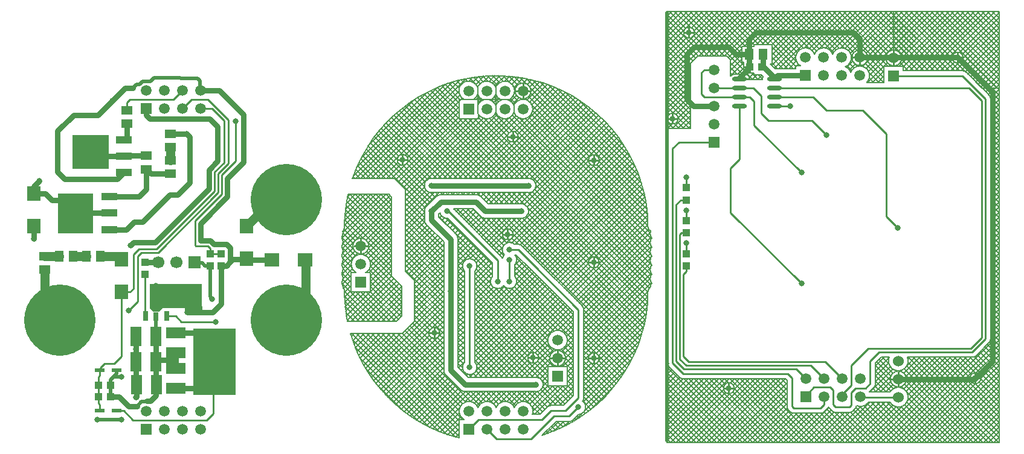
<source format=gbl>
%FSDAX24Y24*%
%MOIN*%
%SFA1B1*%

%IPPOS*%
%ADD11C,0.008000*%
%ADD12R,0.106300X0.063000*%
%ADD13R,0.043300X0.039400*%
%ADD14R,0.039400X0.043300*%
%ADD15R,0.051200X0.059100*%
%ADD16R,0.059100X0.051200*%
%ADD17R,0.082700X0.072800*%
%ADD18R,0.057100X0.021700*%
%ADD19R,0.072800X0.082700*%
%ADD33C,0.010000*%
%ADD34C,0.020000*%
%ADD35C,0.050000*%
%ADD36C,0.030000*%
%ADD45C,0.031500*%
%ADD46C,0.393700*%
%ADD47R,0.059100X0.059100*%
%ADD48C,0.059100*%
%ADD49R,0.059100X0.059100*%
%ADD50R,0.066900X0.066900*%
%ADD51C,0.066900*%
%ADD52C,0.060000*%
%ADD53R,0.063000X0.106300*%
%ADD54R,0.027600X0.055100*%
%ADD55R,0.027600X0.051200*%
%ADD56O,0.080700X0.023600*%
%ADD57R,0.086600X0.129900*%
%ADD58R,0.086600X0.039400*%
%ADD59R,0.082700X0.032300*%
%ADD60R,0.290000X0.125000*%
%ADD61R,0.235000X0.370000*%
%ADD62R,0.200000X0.186000*%
%ADD63R,0.198000X0.222000*%
%LNde-180417-1*%
%LPD*%
G36*
X027404Y026659D02*
Y025833D01*
X027188Y025616*
X026912*
X026696Y025833*
Y026659*
X026912Y026876*
X027188*
X027404Y026659*
G37*
G54D11*
X055847Y036300D02*
D01*
X055846Y036320*
X055844Y036341*
X055840Y036361*
X055835Y036381*
X055829Y036401*
X055821Y036420*
X055812Y036439*
X055801Y036457*
X055790Y036474*
X055777Y036490*
X055763Y036506*
X055748Y036520*
X055732Y036534*
X055716Y036546*
X055698Y036557*
X055680Y036566*
X055661Y036575*
X055641Y036582*
X055621Y036588*
X055601Y036592*
X055581Y036595*
X055560Y036596*
X055539*
X055518Y036595*
X055498Y036592*
X055478Y036588*
X055458Y036582*
X055438Y036575*
X055419Y036566*
X055401Y036557*
X055383Y036546*
X055367Y036534*
X055351Y036520*
X055336Y036506*
X055322Y036490*
X055309Y036474*
X055298Y036457*
X055287Y036439*
X055278Y036420*
X055270Y036401*
X055264Y036381*
X055259Y036361*
X055255Y036341*
X055253Y036320*
X055253Y036300*
X055253Y036279*
X055255Y036258*
X055259Y036238*
X055264Y036218*
X055270Y036198*
X055278Y036179*
X055287Y036160*
X055298Y036142*
X055309Y036125*
X055322Y036109*
X055336Y036093*
X055351Y036079*
X055367Y036065*
X055383Y036053*
X055401Y036042*
X055419Y036033*
X055438Y036024*
X055458Y036017*
X055478Y036011*
X055498Y036007*
X055518Y036004*
X055539Y036003*
X055560*
X055581Y036004*
X055601Y036007*
X055621Y036011*
X055641Y036017*
X055661Y036024*
X055680Y036033*
X055698Y036042*
X055716Y036053*
X055732Y036065*
X055748Y036079*
X055763Y036093*
X055777Y036109*
X055790Y036125*
X055801Y036142*
X055812Y036160*
X055821Y036179*
X055829Y036198*
X055835Y036218*
X055840Y036238*
X055844Y036258*
X055846Y036279*
X055847Y036300*
X059789Y038500D02*
D01*
X059788Y038517*
X059786Y038535*
X059783Y038553*
X059779Y038571*
X059773Y038588*
X059766Y038604*
X059758Y038621*
X059749Y038636*
X059739Y038651*
X059728Y038665*
X059716Y038679*
X059703Y038691*
X059689Y038703*
X059675Y038713*
X059660Y038723*
X059644Y038731*
X059627Y038739*
X059610Y038745*
X059593Y038750*
X059575Y038754*
X059557Y038756*
X059540Y038757*
X059531Y038758*
X058960D02*
D01*
X058942Y038757*
X058924Y038755*
X058906Y038752*
X058888Y038748*
X058871Y038742*
X058855Y038735*
X058838Y038727*
X058823Y038718*
X058808Y038708*
X058794Y038697*
X058780Y038685*
X058768Y038672*
X058756Y038658*
X058750Y038650*
X060535Y038627D02*
D01*
X060526Y038603*
X060520Y038579*
X060515Y038554*
X060512Y038529*
X060511Y038504*
X060512Y038479*
X060514Y038454*
X060515Y038450*
X059784D02*
D01*
X059786Y038467*
X059788Y038485*
X059789Y038500*
X056747Y041050D02*
D01*
X056746Y041070*
X056744Y041091*
X056740Y041111*
X056735Y041131*
X056729Y041151*
X056721Y041170*
X056712Y041189*
X056701Y041207*
X056690Y041224*
X056677Y041240*
X056663Y041256*
X056648Y041270*
X056632Y041284*
X056616Y041296*
X056598Y041307*
X056580Y041316*
X056561Y041325*
X056541Y041332*
X056521Y041338*
X056501Y041342*
X056481Y041345*
X056460Y041346*
X056439*
X056418Y041345*
X056398Y041342*
X056378Y041338*
X056358Y041332*
X056338Y041325*
X056319Y041316*
X056301Y041307*
X056283Y041296*
X056267Y041284*
X056251Y041270*
X056236Y041256*
X056222Y041240*
X056209Y041224*
X056198Y041207*
X056187Y041189*
X056178Y041170*
X056170Y041151*
X056164Y041131*
X056159Y041111*
X056155Y041091*
X056153Y041070*
X056153Y041050*
X056153Y041029*
X056155Y041008*
X056159Y040988*
X056164Y040968*
X056170Y040948*
X056178Y040929*
X056187Y040910*
X056198Y040892*
X056209Y040875*
X056222Y040859*
X056236Y040843*
X056251Y040829*
X056267Y040815*
X056283Y040803*
X056301Y040792*
X056319Y040783*
X056338Y040774*
X056358Y040767*
X056378Y040761*
X056398Y040757*
X056418Y040754*
X056439Y040753*
X056460*
X056481Y040754*
X056501Y040757*
X056521Y040761*
X056541Y040767*
X056561Y040774*
X056580Y040783*
X056598Y040792*
X056616Y040803*
X056632Y040815*
X056648Y040829*
X056663Y040843*
X056677Y040859*
X056690Y040875*
X056701Y040892*
X056712Y040910*
X056721Y040929*
X056729Y040948*
X056735Y040968*
X056740Y040988*
X056744Y041008*
X056746Y041029*
X056747Y041050*
X061325Y039060D02*
D01*
X061297Y039059*
X061270Y039056*
X061243Y039051*
X061219Y039046*
X065380Y038861D02*
D01*
X065365Y038895*
X065348Y038928*
X065329Y038960*
X065307Y038991*
X065284Y039020*
X065259Y039047*
X065231Y039073*
X065202Y039096*
X065172Y039118*
X065140Y039137*
X065106Y039154*
X065072Y039169*
X065071Y039170*
X066415Y038670D02*
D01*
X066413Y038707*
X066409Y038744*
X066403Y038781*
X066394Y038817*
X066382Y038852*
X066368Y038887*
X066352Y038921*
X066333Y038953*
X066312Y038984*
X066289Y039013*
X066264Y039041*
X066237Y039067*
X066209Y039091*
X066179Y039113*
X066147Y039133*
X066114Y039150*
X066080Y039166*
X066045Y039178*
X066009Y039189*
X065972Y039196*
X065935Y039202*
X065898Y039204*
X065861*
X065824Y039202*
X065787Y039196*
X065750Y039189*
X065714Y039178*
X065679Y039166*
X065645Y039150*
X065612Y039133*
X065580Y039113*
X065550Y039091*
X065522Y039067*
X065495Y039041*
X065470Y039013*
X065447Y038984*
X065426Y038953*
X065407Y038921*
X065391Y038887*
X065380Y038861*
X061325Y039060D02*
D01*
X061297Y039059*
X061270Y039056*
X061243Y039051*
X061219Y039046*
X066257Y038290D02*
D01*
X066282Y038317*
X066306Y038346*
X066327Y038376*
X066347Y038408*
X066364Y038441*
X066378Y038476*
X066391Y038511*
X066401Y038547*
X066408Y038584*
X066413Y038621*
X066415Y038658*
X066415Y038670*
X065071Y039170D02*
D01*
X065105Y039184*
X065138Y039201*
X065170Y039220*
X065201Y039242*
X065230Y039265*
X065257Y039290*
X065283Y039318*
X065306Y039347*
X065328Y039377*
X065347Y039409*
X065364Y039443*
X065379Y039477*
X065391Y039512*
X065401Y039548*
X065408Y039585*
X065413Y039622*
X065415Y039659*
X065415Y039670*
X071755Y038855D02*
D01*
X071740Y038868*
X071724Y038881*
X071707Y038893*
X071690Y038903*
X071672Y038912*
X071653Y038920*
X071634Y038927*
X071615Y038932*
X071595Y038936*
X071575Y038938*
X071555Y038939*
X071550Y038940*
X071755Y038855D02*
D01*
X071740Y038868*
X071724Y038881*
X071707Y038893*
X071690Y038903*
X071672Y038912*
X071653Y038920*
X071634Y038927*
X071615Y038932*
X071595Y038936*
X071575Y038938*
X071555Y038939*
X071550Y038940*
X063380Y039861D02*
D01*
X063365Y039895*
X063348Y039928*
X063329Y039960*
X063307Y039991*
X063284Y040020*
X063259Y040047*
X063231Y040073*
X063202Y040096*
X063172Y040118*
X063140Y040137*
X063106Y040154*
X063072Y040169*
X063037Y040181*
X063001Y040191*
X062964Y040198*
X062927Y040203*
X062890Y040205*
X062852Y040204*
X062815Y040201*
X062778Y040195*
X062742Y040187*
X062706Y040176*
X062671Y040163*
X062637Y040147*
X062605Y040129*
X062573Y040108*
X062543Y040086*
X062515Y040062*
X062489Y040035*
X062464Y040007*
X062442Y039977*
X062421Y039946*
X062403Y039913*
X062387Y039879*
X062374Y039845*
X062363Y039809*
X062354Y039772*
X062348Y039736*
X062345Y039698*
X062344Y039661*
X062346Y039624*
X062351Y039587*
X062358Y039550*
X062367Y039514*
X062380Y039479*
X062394Y039444*
X062411Y039411*
X062430Y039379*
X062452Y039348*
X062475Y039319*
X062500Y039292*
X062528Y039266*
X062557Y039243*
X062587Y039221*
X062614Y039205*
X065415Y039670D02*
D01*
X065413Y039707*
X065409Y039744*
X065403Y039781*
X065394Y039817*
X065382Y039852*
X065368Y039887*
X065352Y039921*
X065333Y039953*
X065312Y039984*
X065289Y040013*
X065264Y040041*
X065237Y040067*
X065209Y040091*
X065179Y040113*
X065147Y040133*
X065114Y040150*
X065080Y040166*
X065045Y040178*
X065009Y040189*
X064972Y040196*
X064935Y040202*
X064898Y040204*
X064861*
X064824Y040202*
X064787Y040196*
X064750Y040189*
X064714Y040178*
X064679Y040166*
X064645Y040150*
X064612Y040133*
X064580Y040113*
X064550Y040091*
X064522Y040067*
X064495Y040041*
X064470Y040013*
X064447Y039984*
X064426Y039953*
X064407Y039921*
X064391Y039887*
X064380Y039861*
D01*
X064365Y039895*
X064348Y039928*
X064329Y039960*
X064307Y039991*
X064284Y040020*
X064259Y040047*
X064231Y040073*
X064202Y040096*
X064172Y040118*
X064140Y040137*
X064106Y040154*
X064072Y040169*
X064037Y040181*
X064001Y040191*
X063964Y040198*
X063927Y040203*
X063890Y040205*
X063852Y040204*
X063815Y040201*
X063778Y040195*
X063742Y040187*
X063706Y040176*
X063671Y040163*
X063637Y040147*
X063605Y040129*
X063573Y040108*
X063543Y040086*
X063515Y040062*
X063489Y040035*
X063464Y040007*
X063442Y039977*
X063421Y039946*
X063403Y039913*
X063387Y039879*
X063380Y039861*
X066315Y039670D02*
D01*
X066313Y039700*
X066310Y039730*
X066305Y039760*
X066298Y039789*
X066288Y039818*
X066277Y039846*
X066264Y039874*
X066248Y039900*
X066231Y039925*
X066213Y039949*
X066192Y039972*
X066171Y039993*
X066147Y040012*
X066123Y040030*
X066097Y040046*
X066070Y040060*
X066042Y040073*
X066014Y040083*
X065985Y040092*
X065955Y040098*
X065925Y040102*
X065895Y040104*
X065864*
X065834Y040102*
X065804Y040098*
X065774Y040092*
X065745Y040083*
X065717Y040073*
X065689Y040060*
X065662Y040046*
X065636Y040030*
X065612Y040012*
X065588Y039993*
X065567Y039972*
X065546Y039949*
X065528Y039925*
X065511Y039900*
X065495Y039874*
X065482Y039846*
X065471Y039818*
X065461Y039789*
X065454Y039760*
X065449Y039730*
X065446Y039700*
X065445Y039670*
X065446Y039639*
X065449Y039609*
X065454Y039579*
X065461Y039550*
X065471Y039521*
X065482Y039493*
X065495Y039465*
X065511Y039439*
X065528Y039414*
X065546Y039390*
X065567Y039367*
X065588Y039346*
X065612Y039327*
X065636Y039309*
X065662Y039293*
X065689Y039279*
X065717Y039266*
X065745Y039256*
X065774Y039247*
X065804Y039241*
X065834Y039237*
X065864Y039235*
X065895*
X065925Y039237*
X065955Y039241*
X065985Y039247*
X066014Y039256*
X066042Y039266*
X066070Y039279*
X066097Y039293*
X066123Y039309*
X066147Y039327*
X066171Y039346*
X066192Y039367*
X066213Y039390*
X066231Y039414*
X066248Y039439*
X066264Y039465*
X066277Y039493*
X066288Y039521*
X066298Y039550*
X066305Y039579*
X066310Y039609*
X066313Y039639*
X066315Y039670*
X068185Y039650D02*
D01*
X068183Y039680*
X068180Y039710*
X068175Y039740*
X068168Y039769*
X068158Y039798*
X068147Y039826*
X068134Y039854*
X068118Y039880*
X068101Y039905*
X068083Y039929*
X068062Y039952*
X068041Y039973*
X068017Y039992*
X067993Y040010*
X067967Y040026*
X067940Y040040*
X067912Y040053*
X067884Y040063*
X067855Y040072*
X067825Y040078*
X067795Y040082*
X067765Y040084*
X067734*
X067704Y040082*
X067674Y040078*
X067644Y040072*
X067615Y040063*
X067587Y040053*
X067559Y040040*
X067532Y040026*
X067506Y040010*
X067482Y039992*
X067458Y039973*
X067437Y039952*
X067416Y039929*
X067398Y039905*
X067381Y039880*
X067365Y039854*
X067352Y039826*
X067341Y039798*
X067331Y039769*
X067324Y039740*
X067319Y039710*
X067316Y039680*
X067315Y039650*
X067316Y039619*
X067319Y039589*
X067324Y039559*
X067331Y039530*
X067341Y039501*
X067352Y039473*
X067365Y039445*
X067381Y039419*
X067398Y039394*
X067416Y039370*
X067437Y039347*
X067458Y039326*
X067482Y039307*
X067506Y039289*
X067532Y039273*
X067559Y039259*
X067587Y039246*
X067615Y039236*
X067644Y039227*
X067674Y039221*
X067704Y039217*
X067734Y039215*
X067765*
X067795Y039217*
X067825Y039221*
X067855Y039227*
X067884Y039236*
X067912Y039246*
X067940Y039259*
X067967Y039273*
X067993Y039289*
X068017Y039307*
X068041Y039326*
X068062Y039347*
X068083Y039370*
X068101Y039394*
X068118Y039419*
X068134Y039445*
X068147Y039473*
X068158Y039501*
X068168Y039530*
X068175Y039559*
X068180Y039589*
X068183Y039619*
X068185Y039650*
X071577Y039670D02*
D01*
X071576Y039690*
X071574Y039711*
X071570Y039731*
X071565Y039751*
X071559Y039771*
X071551Y039790*
X071542Y039809*
X071531Y039827*
X071520Y039844*
X071507Y039860*
X071493Y039876*
X071478Y039890*
X071462Y039904*
X071446Y039916*
X071428Y039927*
X071410Y039936*
X071391Y039945*
X071371Y039952*
X071351Y039958*
X071331Y039962*
X071311Y039965*
X071290Y039966*
X071269*
X071248Y039965*
X071228Y039962*
X071208Y039958*
X071188Y039952*
X071168Y039945*
X071149Y039936*
X071131Y039927*
X071113Y039916*
X071097Y039904*
X071081Y039890*
X071066Y039876*
X071052Y039860*
X071039Y039844*
X071028Y039827*
X071017Y039809*
X071008Y039790*
X071000Y039771*
X070994Y039751*
X070989Y039731*
X070985Y039711*
X070983Y039690*
X070983Y039670*
X070983Y039649*
X070985Y039628*
X070989Y039608*
X070994Y039588*
X071000Y039568*
X071008Y039549*
X071017Y039530*
X071028Y039512*
X071039Y039495*
X071052Y039479*
X071066Y039463*
X071081Y039449*
X071097Y039435*
X071113Y039423*
X071131Y039412*
X071149Y039403*
X071168Y039394*
X071188Y039387*
X071208Y039381*
X071228Y039377*
X071248Y039374*
X071269Y039373*
X071290*
X071311Y039374*
X071331Y039377*
X071351Y039381*
X071371Y039387*
X071391Y039394*
X071410Y039403*
X071428Y039412*
X071446Y039423*
X071462Y039435*
X071478Y039449*
X071493Y039463*
X071507Y039479*
X071520Y039495*
X071531Y039512*
X071542Y039530*
X071551Y039549*
X071559Y039568*
X071565Y039588*
X071570Y039608*
X071574Y039628*
X071576Y039649*
X071577Y039670*
X062045Y020095D02*
D01*
X062059Y020081*
X062075Y020068*
X062092Y020056*
X062109Y020046*
X062127Y020037*
X062146Y020029*
X062165Y020022*
X062184Y020017*
X062204Y020013*
X062224Y020011*
X062244Y020010*
X062250Y020010*
X062045Y020095D02*
D01*
X062059Y020081*
X062075Y020068*
X062092Y020056*
X062109Y020046*
X062127Y020037*
X062146Y020029*
X062165Y020022*
X062184Y020017*
X062204Y020013*
X062224Y020011*
X062244Y020010*
X062250Y020010*
X063700D02*
D01*
X063720Y020010*
X063740Y020012*
X063760Y020016*
X063779Y020021*
X063799Y020027*
X063817Y020035*
X063836Y020043*
X063853Y020054*
X063870Y020065*
X063886Y020077*
X063901Y020091*
X063905Y020095*
X063700Y020010D02*
D01*
X063720Y020010*
X063740Y020012*
X063760Y020016*
X063779Y020021*
X063799Y020027*
X063817Y020035*
X063836Y020043*
X063853Y020054*
X063870Y020065*
X063886Y020077*
X063901Y020091*
X063905Y020095*
X064345Y020145D02*
D01*
X064359Y020131*
X064375Y020118*
X064392Y020106*
X064409Y020096*
X064427Y020087*
X064446Y020079*
X064465Y020072*
X064484Y020067*
X064504Y020063*
X064524Y020061*
X064544Y020060*
X064550Y020060*
X064345Y020145D02*
D01*
X064359Y020131*
X064375Y020118*
X064392Y020106*
X064409Y020096*
X064427Y020087*
X064446Y020079*
X064465Y020072*
X064484Y020067*
X064504Y020063*
X064524Y020061*
X064544Y020060*
X064550Y020060*
X065300D02*
D01*
X065320Y020060*
X065340Y020062*
X065360Y020066*
X065379Y020071*
X065399Y020077*
X065417Y020085*
X065436Y020093*
X065453Y020104*
X065470Y020115*
X065486Y020127*
X065501Y020141*
X065505Y020145*
X065300Y020060D02*
D01*
X065320Y020060*
X065340Y020062*
X065360Y020066*
X065379Y020071*
X065399Y020077*
X065417Y020085*
X065436Y020093*
X065453Y020104*
X065470Y020115*
X065486Y020127*
X065501Y020141*
X065505Y020145*
X058947Y021395D02*
D01*
X058946Y021415*
X058944Y021436*
X058940Y021456*
X058935Y021476*
X058929Y021496*
X058921Y021515*
X058912Y021534*
X058901Y021552*
X058890Y021569*
X058877Y021585*
X058863Y021601*
X058848Y021615*
X058832Y021629*
X058816Y021641*
X058798Y021652*
X058780Y021661*
X058761Y021670*
X058741Y021677*
X058721Y021683*
X058701Y021687*
X058681Y021690*
X058660Y021691*
X058639*
X058618Y021690*
X058598Y021687*
X058578Y021683*
X058558Y021677*
X058538Y021670*
X058519Y021661*
X058501Y021652*
X058483Y021641*
X058467Y021629*
X058451Y021615*
X058436Y021601*
X058422Y021585*
X058409Y021569*
X058398Y021552*
X058387Y021534*
X058378Y021515*
X058370Y021496*
X058364Y021476*
X058359Y021456*
X058355Y021436*
X058353Y021415*
X058353Y021395*
X058353Y021374*
X058355Y021353*
X058359Y021333*
X058364Y021313*
X058370Y021293*
X058378Y021274*
X058387Y021255*
X058398Y021237*
X058409Y021220*
X058422Y021204*
X058436Y021188*
X058451Y021174*
X058467Y021160*
X058483Y021148*
X058501Y021137*
X058519Y021128*
X058538Y021119*
X058558Y021112*
X058578Y021106*
X058598Y021102*
X058618Y021099*
X058639Y021098*
X058660*
X058681Y021099*
X058701Y021102*
X058721Y021106*
X058741Y021112*
X058761Y021119*
X058780Y021128*
X058798Y021137*
X058816Y021148*
X058832Y021160*
X058848Y021174*
X058863Y021188*
X058877Y021204*
X058890Y021220*
X058901Y021237*
X058912Y021255*
X058921Y021274*
X058929Y021293*
X058935Y021313*
X058940Y021333*
X058944Y021353*
X058946Y021374*
X058947Y021395*
X064105Y020295D02*
D01*
X064118Y020309*
X064131Y020325*
X064143Y020342*
X064150Y020353*
X061860Y020400D02*
D01*
X061860Y020379*
X061862Y020359*
X061866Y020339*
X061871Y020320*
X061877Y020300*
X061885Y020282*
X061893Y020263*
X061904Y020246*
X061915Y020229*
X061927Y020213*
X061941Y020198*
X061945Y020195*
X061860Y020400D02*
D01*
X061860Y020379*
X061862Y020359*
X061866Y020339*
X061871Y020320*
X061877Y020300*
X061885Y020282*
X061893Y020263*
X061904Y020246*
X061915Y020229*
X061927Y020213*
X061941Y020198*
X061945Y020195*
X064150Y020353D02*
D01*
X064160Y020335*
X064172Y020319*
X064186Y020304*
X064195Y020295*
X064105D02*
D01*
X064118Y020309*
X064131Y020325*
X064143Y020342*
X064150Y020353*
D01*
X064160Y020335*
X064172Y020319*
X064186Y020304*
X064195Y020295*
X065605Y020245D02*
D01*
X065618Y020259*
X065631Y020275*
X065643Y020292*
X065653Y020309*
X065662Y020327*
X065670Y020346*
X065677Y020365*
X065682Y020384*
X065686Y020404*
X065688Y020424*
X065689Y020428*
X065605Y020245D02*
D01*
X065618Y020259*
X065631Y020275*
X065643Y020292*
X065653Y020309*
X065662Y020327*
X065670Y020346*
X065677Y020365*
X065682Y020384*
X065686Y020404*
X065688Y020424*
X065689Y020428*
D01*
X065723Y020414*
X065759Y020403*
X065795Y020394*
X065832Y020388*
X065869Y020385*
X065907Y020384*
X065944Y020386*
X065981Y020390*
X066018Y020397*
X066054Y020407*
X066089Y020419*
X066124Y020433*
X066157Y020450*
X066189Y020469*
X066220Y020491*
X066249Y020514*
X066277Y020540*
X066302Y020567*
X066326Y020596*
X066336Y020610*
X066655Y021445D02*
D01*
X066668Y021459*
X066681Y021475*
X066693Y021492*
X066703Y021509*
X066712Y021527*
X066720Y021546*
X066727Y021565*
X066732Y021584*
X066736Y021604*
X066738Y021624*
X066739Y021644*
X066740Y021650*
X066655Y021445D02*
D01*
X066668Y021459*
X066681Y021475*
X066693Y021492*
X066703Y021509*
X066712Y021527*
X066720Y021546*
X066727Y021565*
X066732Y021584*
X066736Y021604*
X066738Y021624*
X066739Y021644*
X066740Y021650*
X055945Y021995D02*
D01*
X055959Y021981*
X055975Y021968*
X055992Y021956*
X056009Y021946*
X056027Y021937*
X056046Y021929*
X056065Y021922*
X056084Y021917*
X056104Y021913*
X056124Y021911*
X056144Y021910*
X056150Y021910*
X055264Y022750D02*
D01*
X055268Y022730*
X055273Y022710*
X055280Y022691*
X055288Y022673*
X055298Y022655*
X055309Y022637*
X055320Y022621*
X055333Y022606*
X055345Y022595*
X055264Y022750D02*
D01*
X055268Y022730*
X055273Y022710*
X055280Y022691*
X055288Y022673*
X055298Y022655*
X055309Y022637*
X055320Y022621*
X055333Y022606*
X055345Y022595*
X055945Y021995D02*
D01*
X055959Y021981*
X055975Y021968*
X055992Y021956*
X056009Y021946*
X056027Y021937*
X056046Y021929*
X056065Y021922*
X056084Y021917*
X056104Y021913*
X056124Y021911*
X056144Y021910*
X056150Y021910*
X067503Y023110D02*
D01*
X067489Y023074*
X067478Y023038*
X067470Y023002*
X067464Y022964*
X067461Y022927*
X067460Y022889*
X067462Y022852*
X067467Y022814*
X067474Y022777*
X067484Y022741*
X067496Y022705*
X067511Y022671*
X067528Y022637*
X067547Y022605*
X067569Y022574*
X067593Y022545*
X067619Y022517*
X067646Y022492*
X067676Y022468*
X067706Y022447*
X067739Y022427*
X067772Y022410*
X067807Y022395*
X067843Y022383*
X067879Y022374*
X067916Y022366*
X067953Y022362*
X067991Y022360*
X068029Y022361*
X068066Y022364*
X068103Y022370*
X068140Y022379*
X068176Y022390*
X068211Y022403*
X068245Y022419*
X068278Y022437*
X068310Y022458*
X068340Y022481*
X068368Y022506*
X068395Y022532*
X068419Y022561*
X068442Y022591*
X068462Y022622*
X068481Y022655*
X068497Y022690*
X068510Y022725*
X068521Y022761*
X068529Y022797*
X068535Y022835*
X068538Y022872*
X068540Y022900*
Y020900D02*
D01*
X068538Y020937*
X068534Y020975*
X068528Y021012*
X068519Y021048*
X068507Y021084*
X068493Y021119*
X068476Y021153*
X068457Y021186*
X068436Y021217*
X068413Y021247*
X068388Y021275*
X068361Y021301*
X068332Y021325*
X068301Y021347*
X068270Y021367*
X068236Y021385*
X068202Y021400*
X068166Y021413*
X068130Y021423*
X068093Y021431*
X068056Y021437*
X068018Y021439*
X067981*
X067943Y021437*
X067906Y021431*
X067869Y021423*
X067833Y021413*
X067797Y021400*
X067763Y021385*
X067730Y021367*
X067698Y021347*
X067667Y021325*
X067638Y021301*
X067611Y021275*
X067586Y021247*
X067563Y021217*
X067544Y021190*
Y020610D02*
D01*
X067565Y020578*
X067588Y020549*
X067614Y020521*
X067641Y020495*
X067670Y020471*
X067701Y020449*
X067733Y020429*
X067766Y020412*
X067801Y020397*
X067837Y020384*
X067873Y020374*
X067910Y020367*
X067947Y020362*
X067985Y020359*
X068023Y020360*
X068060Y020363*
X068098Y020368*
X068134Y020376*
X068171Y020387*
X068206Y020400*
X068240Y020416*
X068273Y020434*
X068305Y020454*
X068336Y020476*
X068364Y020501*
X068391Y020527*
X068416Y020555*
X068439Y020585*
X068460Y020617*
X068479Y020650*
X068495Y020684*
X068509Y020719*
X068520Y020755*
X068529Y020791*
X068535Y020829*
X068539Y020866*
X068540Y020900*
X068440Y021900D02*
D01*
X068438Y021930*
X068435Y021961*
X068430Y021991*
X068422Y022021*
X068413Y022050*
X068401Y022078*
X068388Y022106*
X068373Y022133*
X068355Y022158*
X068337Y022182*
X068316Y022205*
X068294Y022226*
X068270Y022246*
X068246Y022264*
X068220Y022281*
X068192Y022295*
X068164Y022307*
X068135Y022318*
X068106Y022326*
X068076Y022333*
X068045Y022337*
X068015Y022339*
X067984*
X067954Y022337*
X067923Y022333*
X067893Y022326*
X067864Y022318*
X067835Y022307*
X067807Y022295*
X067780Y022281*
X067753Y022264*
X067729Y022246*
X067705Y022226*
X067683Y022205*
X067662Y022182*
X067644Y022158*
X067626Y022133*
X067611Y022106*
X067598Y022078*
X067586Y022050*
X067577Y022021*
X067569Y021991*
X067564Y021961*
X067561Y021930*
X067560Y021900*
X067561Y021869*
X067564Y021838*
X067569Y021808*
X067577Y021778*
X067586Y021749*
X067598Y021721*
X067611Y021693*
X067626Y021666*
X067644Y021641*
X067662Y021617*
X067683Y021594*
X067705Y021573*
X067729Y021553*
X067753Y021535*
X067780Y021518*
X067807Y021504*
X067835Y021492*
X067864Y021481*
X067893Y021473*
X067923Y021466*
X067954Y021462*
X067984Y021460*
X068015*
X068045Y021462*
X068076Y021466*
X068106Y021473*
X068135Y021481*
X068164Y021492*
X068192Y021504*
X068220Y021518*
X068246Y021535*
X068270Y021553*
X068294Y021573*
X068316Y021594*
X068337Y021617*
X068355Y021641*
X068373Y021666*
X068388Y021693*
X068401Y021721*
X068413Y021749*
X068422Y021778*
X068430Y021808*
X068435Y021838*
X068438Y021869*
X068440Y021900*
X067750Y039215D02*
D01*
X067780Y039216*
X067810Y039219*
X067840Y039224*
X067869Y039231*
X067898Y039241*
X067926Y039252*
X067954Y039265*
X067980Y039281*
X068005Y039298*
X068029Y039316*
X068052Y039337*
X068073Y039358*
X068092Y039382*
X068110Y039406*
X068126Y039432*
X068140Y039459*
X068153Y039487*
X068163Y039515*
X068172Y039544*
X068178Y039574*
X068182Y039604*
X068184Y039634*
X068185Y039650*
D01*
X068183Y039680*
X068180Y039710*
X068175Y039740*
X068168Y039769*
X068158Y039798*
X068147Y039826*
X068134Y039854*
X068118Y039880*
X068101Y039905*
X068083Y039929*
X068062Y039952*
X068041Y039973*
X068017Y039992*
X067993Y040010*
X067967Y040026*
X067940Y040040*
X067912Y040053*
X067884Y040063*
X067855Y040072*
X067825Y040078*
X067795Y040082*
X067765Y040084*
X067750Y040085*
X072547Y021950D02*
D01*
X072546Y021970*
X072544Y021991*
X072540Y022011*
X072535Y022031*
X072529Y022051*
X072521Y022070*
X072512Y022089*
X072501Y022107*
X072490Y022124*
X072477Y022140*
X072463Y022156*
X072448Y022170*
X072432Y022184*
X072416Y022196*
X072398Y022207*
X072380Y022216*
X072361Y022225*
X072341Y022232*
X072321Y022238*
X072301Y022242*
X072281Y022245*
X072260Y022246*
X072239*
X072218Y022245*
X072198Y022242*
X072178Y022238*
X072158Y022232*
X072138Y022225*
X072119Y022216*
X072101Y022207*
X072083Y022196*
X072067Y022184*
X072051Y022170*
X072036Y022156*
X072022Y022140*
X072009Y022124*
X071998Y022107*
X071987Y022089*
X071978Y022070*
X071970Y022051*
X071964Y022031*
X071959Y022011*
X071955Y021991*
X071953Y021970*
X071953Y021950*
X071953Y021929*
X071955Y021908*
X071959Y021888*
X071964Y021868*
X071970Y021848*
X071978Y021829*
X071987Y021810*
X071998Y021792*
X072009Y021775*
X072022Y021759*
X072036Y021743*
X072051Y021729*
X072067Y021715*
X072083Y021703*
X072101Y021692*
X072119Y021683*
X072138Y021674*
X072158Y021667*
X072178Y021661*
X072198Y021657*
X072218Y021654*
X072239Y021653*
X072260*
X072281Y021654*
X072301Y021657*
X072321Y021661*
X072341Y021667*
X072361Y021674*
X072380Y021683*
X072398Y021692*
X072416Y021703*
X072432Y021715*
X072448Y021729*
X072463Y021743*
X072477Y021759*
X072490Y021775*
X072501Y021792*
X072512Y021810*
X072521Y021829*
X072529Y021848*
X072535Y021868*
X072540Y021888*
X072544Y021908*
X072546Y021929*
X072547Y021950*
X068540Y022900D02*
D01*
X068538Y022937*
X068534Y022975*
X068528Y023012*
X068519Y023048*
X068507Y023084*
X068497Y023110*
X072083D02*
D01*
X072103Y023110*
X072123Y023112*
X072143Y023116*
X072162Y023121*
X072182Y023127*
X072200Y023135*
X072219Y023143*
X072236Y023154*
X072253Y023165*
X072269Y023177*
X072284Y023191*
X072288Y023195*
X072083Y023110D02*
D01*
X072103Y023110*
X072123Y023112*
X072143Y023116*
X072162Y023121*
X072182Y023127*
X072200Y023135*
X072219Y023143*
X072236Y023154*
X072253Y023165*
X072269Y023177*
X072284Y023191*
X072288Y023195*
X073005Y023912D02*
D01*
X073018Y023926*
X073031Y023942*
X073043Y023959*
X073053Y023976*
X073062Y023994*
X073070Y024013*
X073077Y024032*
X073082Y024051*
X073086Y024071*
X073088Y024091*
X073089Y024111*
X073090Y024117*
X073005Y023912D02*
D01*
X073018Y023926*
X073031Y023942*
X073043Y023959*
X073053Y023976*
X073062Y023994*
X073070Y024013*
X073077Y024032*
X073082Y024051*
X073086Y024071*
X073088Y024091*
X073089Y024111*
X073090Y024117*
X071755Y038855D02*
D01*
X071740Y038868*
X071724Y038881*
X071707Y038893*
X071690Y038903*
X071672Y038912*
X071653Y038920*
X071634Y038927*
X071615Y038932*
X071595Y038936*
X071575Y038938*
X071555Y038939*
X071550Y038940*
X071755Y038855D02*
D01*
X071740Y038868*
X071724Y038881*
X071707Y038893*
X071690Y038903*
X071672Y038912*
X071653Y038920*
X071634Y038927*
X071615Y038932*
X071595Y038936*
X071575Y038938*
X071555Y038939*
X071550Y038940*
X073090Y037400D02*
D01*
X073089Y037420*
X073087Y037440*
X073083Y037460*
X073078Y037479*
X073072Y037499*
X073064Y037517*
X073056Y037536*
X073045Y037553*
X073034Y037570*
X073022Y037586*
X073008Y037601*
X073005Y037605*
X073090Y037400D02*
D01*
X073089Y037420*
X073087Y037440*
X073083Y037460*
X073078Y037479*
X073072Y037499*
X073064Y037517*
X073056Y037536*
X073045Y037553*
X073034Y037570*
X073022Y037586*
X073008Y037601*
X073005Y037605*
X071577Y039670D02*
D01*
X071576Y039690*
X071574Y039711*
X071570Y039731*
X071565Y039751*
X071559Y039771*
X071551Y039790*
X071542Y039809*
X071531Y039827*
X071520Y039844*
X071507Y039860*
X071493Y039876*
X071478Y039890*
X071462Y039904*
X071446Y039916*
X071428Y039927*
X071410Y039936*
X071391Y039945*
X071371Y039952*
X071351Y039958*
X071331Y039962*
X071311Y039965*
X071290Y039966*
X071269*
X071248Y039965*
X071228Y039962*
X071208Y039958*
X071188Y039952*
X071168Y039945*
X071149Y039936*
X071131Y039927*
X071113Y039916*
X071097Y039904*
X071081Y039890*
X071066Y039876*
X071052Y039860*
X071039Y039844*
X071028Y039827*
X071017Y039809*
X071008Y039790*
X071000Y039771*
X070994Y039751*
X070989Y039731*
X070985Y039711*
X070983Y039690*
X070983Y039670*
X070983Y039649*
X070985Y039628*
X070989Y039608*
X070994Y039588*
X071000Y039568*
X071008Y039549*
X071017Y039530*
X071028Y039512*
X071039Y039495*
X071052Y039479*
X071066Y039463*
X071081Y039449*
X071097Y039435*
X071113Y039423*
X071131Y039412*
X071149Y039403*
X071168Y039394*
X071188Y039387*
X071208Y039381*
X071228Y039377*
X071248Y039374*
X071269Y039373*
X071290*
X071311Y039374*
X071331Y039377*
X071351Y039381*
X071371Y039387*
X071391Y039394*
X071410Y039403*
X071428Y039412*
X071446Y039423*
X071462Y039435*
X071478Y039449*
X071493Y039463*
X071507Y039479*
X071520Y039495*
X071531Y039512*
X071542Y039530*
X071551Y039549*
X071559Y039568*
X071565Y039588*
X071570Y039608*
X071574Y039628*
X071576Y039649*
X071577Y039670*
X037777Y024406D02*
D01*
X037960Y023851*
X038182Y023310*
X038441Y022787*
X038736Y022282*
X039065Y021799*
X039427Y021341*
X039821Y020909*
X040243Y020505*
X040693Y020132*
X041167Y019791*
X041664Y019484*
X042182Y019213*
X042717Y018978*
X043267Y018781*
X043775Y018637*
X042925Y022385D02*
D01*
X042925Y022357*
X042928Y022330*
X042933Y022303*
X042940Y022277*
X042948Y022251*
X042958Y022226*
X042970Y022201*
X042984Y022178*
X042999Y022155*
X043016Y022134*
X043034Y022114*
X043040Y022109*
X042925Y022385D02*
D01*
X042925Y022357*
X042928Y022330*
X042933Y022303*
X042940Y022277*
X042948Y022251*
X042958Y022226*
X042970Y022201*
X042984Y022178*
X042999Y022155*
X043016Y022134*
X043034Y022114*
X043040Y022109*
X042697Y024450D02*
D01*
X042696Y024470*
X042694Y024491*
X042690Y024511*
X042685Y024531*
X042679Y024551*
X042671Y024570*
X042662Y024589*
X042651Y024607*
X042640Y024624*
X042627Y024640*
X042613Y024656*
X042598Y024670*
X042582Y024684*
X042566Y024696*
X042548Y024707*
X042530Y024716*
X042511Y024725*
X042491Y024732*
X042471Y024738*
X042451Y024742*
X042431Y024745*
X042410Y024746*
X042389*
X042368Y024745*
X042348Y024742*
X042328Y024738*
X042308Y024732*
X042288Y024725*
X042269Y024716*
X042251Y024707*
X042233Y024696*
X042217Y024684*
X042201Y024670*
X042186Y024656*
X042172Y024640*
X042159Y024624*
X042148Y024607*
X042137Y024589*
X042128Y024570*
X042120Y024551*
X042114Y024531*
X042109Y024511*
X042105Y024491*
X042103Y024470*
X042103Y024450*
X042103Y024429*
X042105Y024408*
X042109Y024388*
X042114Y024368*
X042120Y024348*
X042128Y024329*
X042137Y024310*
X042148Y024292*
X042159Y024275*
X042172Y024259*
X042186Y024243*
X042201Y024229*
X042217Y024215*
X042233Y024203*
X042251Y024192*
X042269Y024183*
X042288Y024174*
X042308Y024167*
X042328Y024161*
X042348Y024157*
X042368Y024154*
X042389Y024153*
X042410*
X042431Y024154*
X042451Y024157*
X042471Y024161*
X042491Y024167*
X042511Y024174*
X042530Y024183*
X042548Y024192*
X042566Y024203*
X042582Y024215*
X042598Y024229*
X042613Y024243*
X042627Y024259*
X042640Y024275*
X042651Y024292*
X042662Y024310*
X042671Y024329*
X042679Y024348*
X042685Y024368*
X042690Y024388*
X042694Y024408*
X042696Y024429*
X042697Y024450*
X042925Y026827D02*
D01*
X042920Y026799*
X042918Y026771*
X042917Y026744*
X042918Y026716*
X042922Y026688*
X042925Y026673*
X043705D02*
D01*
X043709Y026700*
X043711Y026728*
X043713Y026750*
D01*
X043712Y026777*
X043709Y026805*
X043705Y026827*
X043824Y021324D02*
D01*
X043843Y021305*
X043865Y021288*
X043887Y021272*
X043910Y021258*
X043935Y021246*
X043960Y021235*
X043985Y021226*
X044012Y021219*
X044038Y021214*
X044065Y021211*
X044093Y021209*
X044100Y021210*
X043824Y021324D02*
D01*
X043843Y021305*
X043865Y021288*
X043887Y021272*
X043910Y021258*
X043935Y021246*
X043960Y021235*
X043985Y021226*
X044012Y021219*
X044038Y021214*
X044065Y021211*
X044093Y021209*
X044100Y021210*
X044810Y020311D02*
D01*
X044795Y020345*
X044778Y020378*
X044759Y020410*
X044737Y020441*
X044714Y020470*
X044689Y020497*
X044661Y020523*
X044632Y020546*
X044602Y020568*
X044570Y020587*
X044536Y020604*
X044502Y020619*
X044467Y020631*
X044431Y020641*
X044394Y020648*
X044357Y020653*
X044320Y020655*
X044282Y020654*
X044245Y020651*
X044208Y020645*
X044172Y020637*
X044136Y020626*
X044101Y020613*
X044067Y020597*
X044035Y020579*
X044003Y020558*
X043973Y020536*
X043945Y020512*
X043919Y020485*
X043894Y020457*
X043872Y020427*
X043851Y020396*
X043833Y020363*
X043817Y020329*
X043804Y020295*
X043793Y020259*
X043784Y020222*
X043778Y020186*
X043775Y020148*
X043774Y020111*
X043776Y020074*
X043781Y020037*
X043788Y020000*
X043797Y019964*
X043810Y019929*
X043824Y019894*
X043841Y019861*
X043860Y019829*
X043882Y019798*
X043905Y019769*
X043930Y019742*
X043958Y019716*
X043987Y019693*
X044017Y019671*
X044044Y019655*
X044060Y022822D02*
D01*
X044041Y022801*
X044024Y022778*
X044009Y022755*
X043996Y022731*
X043984Y022706*
X043974Y022680*
X043966Y022654*
X043959Y022626*
X043955Y022599*
X043953Y022571*
X043952Y022544*
X043953Y022516*
X043957Y022488*
X043962Y022461*
X043969Y022434*
X043978Y022408*
X043989Y022383*
X044001Y022358*
X044015Y022334*
X044031Y022311*
X044049Y022290*
X044068Y022269*
X044088Y022250*
X044109Y022233*
X044132Y022217*
X044156Y022202*
X044180Y022190*
X044206Y022179*
X044232Y022170*
X044259Y022162*
X044286Y022157*
X044314Y022154*
X044341Y022152*
X044369Y022152*
X044397Y022155*
X044424Y022159*
X044451Y022165*
X044478Y022173*
X044504Y022183*
X044529Y022195*
X044553Y022208*
X044577Y022223*
X044599Y022240*
X044620Y022258*
X044640Y022278*
X044658Y022298*
X044675Y022321*
X044690Y022344*
X044703Y022368*
X044715Y022393*
X044725Y022419*
X044733Y022445*
X044740Y022473*
X044744Y022500*
X044746Y022528*
X044747Y022550*
X045810Y020311D02*
D01*
X045795Y020345*
X045778Y020378*
X045759Y020410*
X045737Y020441*
X045714Y020470*
X045689Y020497*
X045661Y020523*
X045632Y020546*
X045602Y020568*
X045570Y020587*
X045536Y020604*
X045502Y020619*
X045467Y020631*
X045431Y020641*
X045394Y020648*
X045357Y020653*
X045320Y020655*
X045282Y020654*
X045245Y020651*
X045208Y020645*
X045172Y020637*
X045136Y020626*
X045101Y020613*
X045067Y020597*
X045035Y020579*
X045003Y020558*
X044973Y020536*
X044945Y020512*
X044919Y020485*
X044894Y020457*
X044872Y020427*
X044851Y020396*
X044833Y020363*
X044817Y020329*
X044810Y020311*
X044747Y022550D02*
D01*
X044746Y022577*
X044743Y022605*
X044738Y022632*
X044731Y022659*
X044723Y022685*
X044712Y022711*
X044700Y022736*
X044686Y022760*
X044671Y022783*
X044654Y022805*
X044640Y022822*
X042028Y031517D02*
D01*
X042005Y031500*
X041984Y031482*
X041964Y031463*
X041945Y031443*
X041928Y031421*
X041912Y031398*
X041899Y031374*
X041886Y031349*
X041876Y031323*
X041867Y031297*
X041861Y031270*
X041856Y031242*
X041853Y031215*
X041852Y031187*
X041853Y031159*
X041856Y031132*
X041860Y031110*
Y030700D02*
D01*
X041860Y030672*
X041863Y030645*
X041868Y030618*
X041875Y030592*
X041883Y030566*
X041893Y030541*
X041905Y030516*
X041919Y030493*
X041934Y030470*
X041951Y030449*
X041969Y030429*
X041974Y030424*
X041860Y030700D02*
D01*
X041860Y030672*
X041863Y030645*
X041868Y030618*
X041875Y030592*
X041883Y030566*
X041893Y030541*
X041905Y030516*
X041919Y030493*
X041934Y030470*
X041951Y030449*
X041969Y030429*
X041974Y030424*
X042713Y031098D02*
D01*
X042720Y031071*
X042729Y031045*
X042739Y031019*
X042752Y030994*
X042766Y030971*
X042782Y030948*
X042800Y030926*
X042818Y030906*
X042839Y030887*
X042860Y030870*
X042883Y030854*
X042907Y030839*
X042931Y030827*
X042957Y030816*
X042983Y030807*
X043010Y030800*
X043037Y030794*
X043065Y030791*
X043092Y030789*
X043120Y030790*
X043148Y030792*
X043705Y029635D02*
D01*
X043704Y029662*
X043701Y029689*
X043696Y029716*
X043689Y029742*
X043681Y029768*
X043671Y029793*
X043659Y029818*
X043645Y029841*
X043630Y029864*
X043613Y029885*
X043595Y029905*
X043591Y029910*
X043705Y029635D02*
D01*
X043704Y029662*
X043701Y029689*
X043696Y029716*
X043689Y029742*
X043681Y029768*
X043671Y029793*
X043659Y029818*
X043645Y029841*
X043630Y029864*
X043613Y029885*
X043595Y029905*
X043591Y029910*
X042763Y032090D02*
D01*
X042735Y032089*
X042708Y032086*
X042681Y032081*
X042655Y032074*
X042629Y032066*
X042604Y032056*
X042579Y032044*
X042556Y032030*
X042533Y032015*
X042512Y031998*
X042492Y031980*
X042488Y031976*
X042763Y032090D02*
D01*
X042735Y032089*
X042708Y032086*
X042681Y032081*
X042655Y032074*
X042629Y032066*
X042604Y032056*
X042579Y032044*
X042556Y032030*
X042533Y032015*
X042512Y031998*
X042492Y031980*
X042488Y031976*
X043488Y031272D02*
D01*
X043481Y031298*
X043478Y031310*
X040947Y034020D02*
D01*
X040946Y034040*
X040944Y034061*
X040940Y034081*
X040935Y034101*
X040929Y034121*
X040921Y034140*
X040912Y034159*
X040901Y034177*
X040890Y034194*
X040877Y034210*
X040863Y034226*
X040848Y034240*
X040832Y034254*
X040816Y034266*
X040798Y034277*
X040780Y034286*
X040761Y034295*
X040741Y034302*
X040721Y034308*
X040701Y034312*
X040681Y034315*
X040660Y034316*
X040639*
X040618Y034315*
X040598Y034312*
X040578Y034308*
X040558Y034302*
X040538Y034295*
X040519Y034286*
X040501Y034277*
X040483Y034266*
X040467Y034254*
X040451Y034240*
X040436Y034226*
X040422Y034210*
X040409Y034194*
X040398Y034177*
X040387Y034159*
X040378Y034140*
X040370Y034121*
X040364Y034101*
X040359Y034081*
X040355Y034061*
X040353Y034040*
X040353Y034020*
X040353Y033999*
X040355Y033978*
X040359Y033958*
X040364Y033938*
X040370Y033918*
X040378Y033899*
X040387Y033880*
X040398Y033862*
X040409Y033845*
X040422Y033829*
X040436Y033813*
X040451Y033799*
X040467Y033785*
X040483Y033773*
X040501Y033762*
X040519Y033753*
X040538Y033744*
X040558Y033737*
X040578Y033731*
X040598Y033727*
X040618Y033724*
X040639Y033723*
X040660*
X040681Y033724*
X040701Y033727*
X040721Y033731*
X040741Y033737*
X040761Y033744*
X040780Y033753*
X040798Y033762*
X040816Y033773*
X040832Y033785*
X040848Y033799*
X040863Y033813*
X040877Y033829*
X040890Y033845*
X040901Y033862*
X040912Y033880*
X040921Y033899*
X040929Y033918*
X040935Y033938*
X040940Y033958*
X040944Y033978*
X040946Y033999*
X040947Y034020*
X042327Y032990D02*
D01*
X042299Y032994*
X042271Y032996*
X042244Y032997*
X042216Y032996*
X042188Y032992*
X042161Y032987*
X042134Y032980*
X042108Y032971*
X042083Y032960*
X042058Y032948*
X042034Y032934*
X042011Y032918*
X041990Y032900*
X041969Y032881*
X041950Y032861*
X041933Y032840*
X041917Y032817*
X041902Y032793*
X041890Y032769*
X041879Y032743*
X041870Y032717*
X041862Y032690*
X041857Y032663*
X041854Y032635*
X041852Y032608*
X041852Y032580*
X041855Y032552*
X041859Y032525*
X041865Y032498*
X041873Y032471*
X041883Y032445*
X041895Y032420*
X041908Y032396*
X041923Y032372*
X041940Y032350*
X041958Y032329*
X041978Y032310*
X041998Y032291*
X042021Y032275*
X042044Y032259*
X042068Y032246*
X042093Y032234*
X042119Y032224*
X042145Y032216*
X042173Y032210*
X042200Y032205*
X042228Y032203*
X042255Y032202*
X042283Y032203*
X042311Y032207*
X042327Y032210*
X044747Y028150D02*
D01*
X044746Y028177*
X044743Y028205*
X044738Y028232*
X044731Y028259*
X044723Y028285*
X044712Y028311*
X044700Y028336*
X044686Y028360*
X044671Y028383*
X044654Y028405*
X044635Y028425*
X044615Y028445*
X044594Y028462*
X044571Y028479*
X044548Y028493*
X044524Y028506*
X044498Y028518*
X044472Y028527*
X044446Y028535*
X044418Y028540*
X044391Y028544*
X044363Y028546*
X044336*
X044308Y028544*
X044281Y028540*
X044253Y028535*
X044227Y028527*
X044201Y028518*
X044175Y028506*
X044151Y028493*
X044128Y028479*
X044105Y028462*
X044084Y028445*
X044064Y028425*
X044045Y028405*
X044028Y028383*
X044013Y028360*
X043999Y028336*
X043987Y028311*
X043976Y028285*
X043968Y028259*
X043961Y028232*
X043956Y028205*
X043953Y028177*
X043953Y028150*
X043953Y028122*
X043956Y028094*
X043961Y028067*
X043968Y028040*
X043976Y028014*
X043987Y027988*
X043999Y027963*
X044013Y027939*
X044028Y027916*
X044045Y027894*
X044060Y027878*
X044640D02*
D01*
X044658Y027898*
X044675Y027921*
X044690Y027944*
X044703Y027968*
X044715Y027993*
X044725Y028019*
X044733Y028045*
X044740Y028073*
X044744Y028100*
X044746Y028128*
X044747Y028150*
X044938Y030911D02*
D01*
X044957Y030892*
X044979Y030875*
X045001Y030859*
X045024Y030845*
X045049Y030833*
X045074Y030822*
X045099Y030813*
X045126Y030806*
X045152Y030801*
X045179Y030798*
X045207Y030796*
X045213Y030797*
X044976Y031976D02*
D01*
X044956Y031994*
X044934Y032011*
X044912Y032027*
X044889Y032041*
X044864Y032053*
X044839Y032064*
X044814Y032073*
X044787Y032080*
X044761Y032085*
X044734Y032088*
X044706Y032090*
X044700Y032090*
X044938Y030911D02*
D01*
X044957Y030892*
X044979Y030875*
X045001Y030859*
X045024Y030845*
X045049Y030833*
X045074Y030822*
X045099Y030813*
X045126Y030806*
X045152Y030801*
X045179Y030798*
X045207Y030796*
X045213Y030797*
X044976Y031976D02*
D01*
X044956Y031994*
X044934Y032011*
X044912Y032027*
X044889Y032041*
X044864Y032053*
X044839Y032064*
X044814Y032073*
X044787Y032080*
X044761Y032085*
X044734Y032088*
X044706Y032090*
X044700Y032090*
X054183Y030348D02*
D01*
X054159Y030931*
X054094Y031512*
X053990Y032087*
X053845Y032653*
X053661Y033208*
X053439Y033748*
X053180Y034272*
X052885Y034776*
X052556Y035259*
X052193Y035717*
X051800Y036149*
X051377Y036552*
X050927Y036925*
X050453Y037266*
X049955Y037573*
X049438Y037844*
X048903Y038079*
X048353Y038276*
X047790Y038433*
X047218Y038552*
X046639Y038630*
X046056Y038667*
X045471Y038664*
X044889Y038620*
X044311Y038535*
X043740Y038410*
X043179Y038246*
X042631Y038043*
X042099Y037802*
X041584Y037525*
X041091Y037213*
X040620Y036866*
X040175Y036488*
X039757Y036080*
X039368Y035644*
X039011Y035181*
X038687Y034695*
X038398Y034187*
X038145Y033660*
X037929Y033117*
X037878Y032973*
X044790Y038021D02*
D01*
X044775Y038055*
X044758Y038088*
X044739Y038120*
X044717Y038151*
X044694Y038180*
X044669Y038207*
X044641Y038233*
X044612Y038256*
X044582Y038278*
X044550Y038297*
X044516Y038314*
X044482Y038329*
X044447Y038341*
X044411Y038351*
X044374Y038358*
X044337Y038363*
X044300Y038365*
X044262Y038364*
X044225Y038361*
X044188Y038355*
X044152Y038347*
X044116Y038336*
X044081Y038323*
X044047Y038307*
X044015Y038289*
X043983Y038268*
X043953Y038246*
X043925Y038222*
X043899Y038195*
X043874Y038167*
X043852Y038137*
X043831Y038106*
X043813Y038073*
X043797Y038039*
X043784Y038005*
X043773Y037969*
X043764Y037932*
X043758Y037896*
X043755Y037858*
X043754Y037821*
X043756Y037784*
X043761Y037747*
X043768Y037710*
X043777Y037674*
X043790Y037639*
X043804Y037604*
X043821Y037571*
X043840Y037539*
X043862Y037508*
X043885Y037479*
X043910Y037452*
X043938Y037426*
X043967Y037403*
X043997Y037381*
X044024Y037365*
X044825Y036564D02*
D01*
X044844Y036532*
X044866Y036501*
X044890Y036473*
X044916Y036446*
X044944Y036421*
X044973Y036397*
X045004Y036376*
X045036Y036358*
X045070Y036341*
X045104Y036327*
X045140Y036315*
X045176Y036306*
X045213Y036299*
X045250Y036295*
X045287Y036294*
X045325Y036295*
X045362Y036299*
X045399Y036305*
X045435Y036314*
X045471Y036325*
X045505Y036339*
X045539Y036355*
X045572Y036374*
X045603Y036395*
X045632Y036418*
X045660Y036443*
X045686Y036469*
X045710Y036498*
X045732Y036528*
X045752Y036560*
X045770Y036593*
X045785Y036627*
X045790Y036639*
X044790Y037639D02*
D01*
X044804Y037604*
X044821Y037571*
X044840Y037539*
X044862Y037508*
X044885Y037479*
X044910Y037452*
X044938Y037426*
X044967Y037403*
X044997Y037381*
X045029Y037362*
X045063Y037345*
X045097Y037330*
X045099Y037330*
D01*
X045064Y037315*
X045031Y037298*
X044999Y037279*
X044968Y037257*
X044939Y037234*
X044912Y037209*
X044886Y037181*
X044863Y037152*
X044841Y037122*
X044825Y037096*
X044556Y037365D02*
D01*
X044587Y037384*
X044618Y037406*
X044646Y037430*
X044673Y037456*
X044698Y037484*
X044722Y037513*
X044743Y037544*
X044761Y037576*
X044778Y037610*
X044790Y037639*
X045790Y038021D02*
D01*
X045775Y038055*
X045758Y038088*
X045739Y038120*
X045717Y038151*
X045694Y038180*
X045669Y038207*
X045641Y038233*
X045612Y038256*
X045582Y038278*
X045550Y038297*
X045516Y038314*
X045482Y038329*
X045447Y038341*
X045411Y038351*
X045374Y038358*
X045337Y038363*
X045300Y038365*
X045262Y038364*
X045225Y038361*
X045188Y038355*
X045152Y038347*
X045116Y038336*
X045081Y038323*
X045047Y038307*
X045015Y038289*
X044983Y038268*
X044953Y038246*
X044925Y038222*
X044899Y038195*
X044874Y038167*
X044852Y038137*
X044831Y038106*
X044813Y038073*
X044797Y038039*
X044790Y038021*
X047814Y019940D02*
D01*
X047825Y019975*
X047834Y020011*
X047840Y020048*
X047844Y020085*
X047845Y020120*
X046810Y020311D02*
D01*
X046795Y020345*
X046778Y020378*
X046759Y020410*
X046737Y020441*
X046714Y020470*
X046689Y020497*
X046661Y020523*
X046632Y020546*
X046602Y020568*
X046570Y020587*
X046536Y020604*
X046502Y020619*
X046467Y020631*
X046431Y020641*
X046394Y020648*
X046357Y020653*
X046320Y020655*
X046282Y020654*
X046245Y020651*
X046208Y020645*
X046172Y020637*
X046136Y020626*
X046101Y020613*
X046067Y020597*
X046035Y020579*
X046003Y020558*
X045973Y020536*
X045945Y020512*
X045919Y020485*
X045894Y020457*
X045872Y020427*
X045851Y020396*
X045833Y020363*
X045817Y020329*
X045810Y020311*
X047845Y020120D02*
D01*
X047843Y020157*
X047839Y020194*
X047833Y020231*
X047824Y020267*
X047812Y020302*
X047798Y020337*
X047782Y020371*
X047763Y020403*
X047742Y020434*
X047719Y020463*
X047694Y020491*
X047667Y020517*
X047639Y020541*
X047609Y020563*
X047577Y020583*
X047544Y020600*
X047510Y020616*
X047475Y020628*
X047439Y020639*
X047402Y020646*
X047365Y020652*
X047328Y020654*
X047291*
X047254Y020652*
X047217Y020646*
X047180Y020639*
X047144Y020628*
X047109Y020616*
X047075Y020600*
X047042Y020583*
X047010Y020563*
X046980Y020541*
X046952Y020517*
X046925Y020491*
X046900Y020463*
X046877Y020434*
X046856Y020403*
X046837Y020371*
X046821Y020337*
X046810Y020311*
X049850Y019560D02*
D01*
X049870Y019560*
X049890Y019562*
X049910Y019566*
X049929Y019571*
X049949Y019577*
X049967Y019585*
X049986Y019593*
X050003Y019604*
X050020Y019615*
X050036Y019627*
X050051Y019641*
X050055Y019645*
X048850Y020440D02*
D01*
X048829Y020439*
X048809Y020437*
X048789Y020433*
X048770Y020428*
X048750Y020422*
X048732Y020414*
X048713Y020406*
X048696Y020395*
X048679Y020384*
X048663Y020372*
X048648Y020358*
X048645Y020355*
X048850Y020440D02*
D01*
X048829Y020439*
X048809Y020437*
X048789Y020433*
X048770Y020428*
X048750Y020422*
X048732Y020414*
X048713Y020406*
X048696Y020395*
X048679Y020384*
X048663Y020372*
X048648Y020358*
X048645Y020355*
X049850Y019560D02*
D01*
X049870Y019560*
X049890Y019562*
X049910Y019566*
X049929Y019571*
X049949Y019577*
X049967Y019585*
X049986Y019593*
X050003Y019604*
X050020Y019615*
X050036Y019627*
X050051Y019641*
X050055Y019645*
X047923Y021210D02*
D01*
X047950Y021205*
X047978Y021203*
X048005Y021202*
X048033Y021203*
X048061Y021207*
X048088Y021212*
X048115Y021219*
X048141Y021228*
X048166Y021239*
X048191Y021251*
X048215Y021265*
X048238Y021281*
X048259Y021299*
X048280Y021318*
X048299Y021338*
X048316Y021359*
X048332Y021382*
X048347Y021406*
X048359Y021430*
X048370Y021456*
X048379Y021482*
X048387Y021509*
X048392Y021536*
X048395Y021564*
X048397Y021591*
X048397Y021600*
D01*
X048396Y021627*
X048393Y021655*
X048388Y021682*
X048381Y021709*
X048373Y021735*
X048362Y021761*
X048350Y021786*
X048336Y021810*
X048321Y021833*
X048304Y021855*
X048285Y021875*
X048265Y021895*
X048244Y021912*
X048221Y021929*
X048198Y021943*
X048174Y021956*
X048148Y021968*
X048122Y021977*
X048096Y021985*
X048068Y021990*
X048041Y021994*
X048013Y021996*
X047986*
X047958Y021994*
X047931Y021990*
X047923Y021990*
X048147Y023070D02*
D01*
X048146Y023090*
X048144Y023111*
X048140Y023131*
X048135Y023151*
X048129Y023171*
X048121Y023190*
X048112Y023209*
X048101Y023227*
X048090Y023244*
X048077Y023260*
X048063Y023276*
X048048Y023290*
X048032Y023304*
X048016Y023316*
X047998Y023327*
X047980Y023336*
X047961Y023345*
X047941Y023352*
X047921Y023358*
X047901Y023362*
X047881Y023365*
X047860Y023366*
X047839*
X047818Y023365*
X047798Y023362*
X047778Y023358*
X047758Y023352*
X047738Y023345*
X047719Y023336*
X047701Y023327*
X047683Y023316*
X047667Y023304*
X047651Y023290*
X047636Y023276*
X047622Y023260*
X047609Y023244*
X047598Y023227*
X047587Y023209*
X047578Y023190*
X047570Y023171*
X047564Y023151*
X047559Y023131*
X047555Y023111*
X047553Y023090*
X047553Y023070*
X047553Y023049*
X047555Y023028*
X047559Y023008*
X047564Y022988*
X047570Y022968*
X047578Y022949*
X047587Y022930*
X047598Y022912*
X047609Y022895*
X047622Y022879*
X047636Y022863*
X047651Y022849*
X047667Y022835*
X047683Y022823*
X047701Y022812*
X047719Y022803*
X047738Y022794*
X047758Y022787*
X047778Y022781*
X047798Y022777*
X047818Y022774*
X047839Y022773*
X047860*
X047881Y022774*
X047901Y022777*
X047921Y022781*
X047941Y022787*
X047961Y022794*
X047980Y022803*
X047998Y022812*
X048016Y022823*
X048032Y022835*
X048048Y022849*
X048063Y022863*
X048077Y022879*
X048090Y022895*
X048101Y022912*
X048112Y022930*
X048121Y022949*
X048129Y022968*
X048135Y022988*
X048140Y023008*
X048144Y023028*
X048146Y023049*
X048147Y023070*
X049635Y023050D02*
D01*
X049633Y023080*
X049630Y023110*
X049625Y023140*
X049618Y023169*
X049608Y023198*
X049597Y023226*
X049584Y023254*
X049568Y023280*
X049551Y023305*
X049533Y023329*
X049512Y023352*
X049491Y023373*
X049467Y023392*
X049443Y023410*
X049417Y023426*
X049390Y023440*
X049362Y023453*
X049334Y023463*
X049305Y023472*
X049275Y023478*
X049245Y023482*
X049215Y023484*
X049184*
X049154Y023482*
X049124Y023478*
X049094Y023472*
X049065Y023463*
X049037Y023453*
X049009Y023440*
X048982Y023426*
X048956Y023410*
X048932Y023392*
X048908Y023373*
X048887Y023352*
X048866Y023329*
X048848Y023305*
X048831Y023280*
X048815Y023254*
X048802Y023226*
X048791Y023198*
X048781Y023169*
X048774Y023140*
X048769Y023110*
X048766Y023080*
X048765Y023050*
X048766Y023019*
X048769Y022989*
X048774Y022959*
X048781Y022930*
X048791Y022901*
X048802Y022873*
X048815Y022845*
X048831Y022819*
X048848Y022794*
X048866Y022770*
X048887Y022747*
X048908Y022726*
X048932Y022707*
X048956Y022689*
X048982Y022673*
X049009Y022659*
X049037Y022646*
X049065Y022636*
X049094Y022627*
X049124Y022621*
X049154Y022617*
X049184Y022615*
X049215*
X049245Y022617*
X049275Y022621*
X049305Y022627*
X049334Y022636*
X049362Y022646*
X049390Y022659*
X049417Y022673*
X049443Y022689*
X049467Y022707*
X049491Y022726*
X049512Y022747*
X049533Y022770*
X049551Y022794*
X049568Y022819*
X049584Y022845*
X049597Y022873*
X049608Y022901*
X049618Y022930*
X049625Y022959*
X049630Y022989*
X049633Y023019*
X049635Y023050*
X049735Y024050D02*
D01*
X049733Y024087*
X049729Y024124*
X049723Y024161*
X049714Y024197*
X049702Y024232*
X049688Y024267*
X049672Y024301*
X049653Y024333*
X049632Y024364*
X049609Y024393*
X049584Y024421*
X049557Y024447*
X049529Y024471*
X049499Y024493*
X049467Y024513*
X049434Y024530*
X049400Y024546*
X049365Y024558*
X049329Y024569*
X049292Y024576*
X049255Y024582*
X049218Y024584*
X049181*
X049144Y024582*
X049107Y024576*
X049070Y024569*
X049034Y024558*
X048999Y024546*
X048965Y024530*
X048932Y024513*
X048900Y024493*
X048870Y024471*
X048842Y024447*
X048815Y024421*
X048790Y024393*
X048767Y024364*
X048746Y024333*
X048727Y024301*
X048711Y024267*
X048697Y024232*
X048685Y024197*
X048676Y024161*
X048670Y024124*
X048666Y024087*
X048665Y024050*
X048666Y024012*
X048670Y023975*
X048676Y023938*
X048685Y023902*
X048697Y023867*
X048711Y023832*
X048727Y023798*
X048746Y023766*
X048767Y023735*
X048790Y023706*
X048815Y023678*
X048842Y023652*
X048870Y023628*
X048900Y023606*
X048932Y023586*
X048965Y023569*
X048999Y023553*
X049034Y023541*
X049070Y023530*
X049107Y023523*
X049144Y023517*
X049181Y023515*
X049218*
X049255Y023517*
X049292Y023523*
X049329Y023530*
X049365Y023541*
X049400Y023553*
X049434Y023569*
X049467Y023586*
X049499Y023606*
X049529Y023628*
X049557Y023652*
X049584Y023678*
X049609Y023706*
X049632Y023735*
X049653Y023766*
X049672Y023798*
X049688Y023832*
X049702Y023867*
X049714Y023902*
X049723Y023938*
X049729Y023975*
X049733Y024012*
X049735Y024050*
X050363Y019953D02*
D01*
X050390Y019954*
X050418Y019958*
X050445Y019964*
X050471Y019971*
X050497Y019981*
X050523Y019992*
X050547Y020005*
X050571Y020020*
X050593Y020036*
X050615Y020054*
X050635Y020073*
X050653Y020094*
X050670Y020115*
X050686Y020138*
X050700Y020162*
X050712Y020187*
X050722Y020213*
X050731Y020239*
X050738Y020266*
X050743Y020293*
X050746Y020321*
X050747Y020349*
X050747Y020350*
D01*
X050746Y020377*
X050743Y020405*
X050738Y020432*
X050731Y020459*
X050723Y020485*
X050712Y020511*
X050700Y020536*
X050686Y020560*
X050671Y020583*
X050654Y020605*
X050635Y020625*
X050615Y020645*
X050594Y020662*
X050580Y020674*
D01*
X050591Y020690*
X050602Y020707*
X050611Y020725*
X050619Y020744*
X050626Y020763*
X050631Y020782*
X050635Y020802*
X050638Y020822*
X050639Y020842*
X050640Y020850*
X050580Y020674D02*
D01*
X050591Y020690*
X050602Y020707*
X050611Y020725*
X050619Y020744*
X050626Y020763*
X050631Y020782*
X050635Y020802*
X050638Y020822*
X050639Y020842*
X050640Y020850*
X051497Y023050D02*
D01*
X051496Y023070*
X051494Y023091*
X051490Y023111*
X051485Y023131*
X051479Y023151*
X051471Y023170*
X051462Y023189*
X051451Y023207*
X051440Y023224*
X051427Y023240*
X051413Y023256*
X051398Y023270*
X051382Y023284*
X051366Y023296*
X051348Y023307*
X051330Y023316*
X051311Y023325*
X051291Y023332*
X051271Y023338*
X051251Y023342*
X051231Y023345*
X051210Y023346*
X051189*
X051168Y023345*
X051148Y023342*
X051128Y023338*
X051108Y023332*
X051088Y023325*
X051069Y023316*
X051051Y023307*
X051033Y023296*
X051017Y023284*
X051001Y023270*
X050986Y023256*
X050972Y023240*
X050959Y023224*
X050948Y023207*
X050937Y023189*
X050928Y023170*
X050920Y023151*
X050914Y023131*
X050909Y023111*
X050905Y023091*
X050903Y023070*
X050903Y023050*
X050903Y023029*
X050905Y023008*
X050909Y022988*
X050914Y022968*
X050920Y022948*
X050928Y022929*
X050937Y022910*
X050948Y022892*
X050959Y022875*
X050972Y022859*
X050986Y022843*
X051001Y022829*
X051017Y022815*
X051033Y022803*
X051051Y022792*
X051069Y022783*
X051088Y022774*
X051108Y022767*
X051128Y022761*
X051148Y022757*
X051168Y022754*
X051189Y022753*
X051210*
X051231Y022754*
X051251Y022757*
X051271Y022761*
X051291Y022767*
X051311Y022774*
X051330Y022783*
X051348Y022792*
X051366Y022803*
X051382Y022815*
X051398Y022829*
X051413Y022843*
X051427Y022859*
X051440Y022875*
X051451Y022892*
X051462Y022910*
X051471Y022929*
X051479Y022948*
X051485Y022968*
X051490Y022988*
X051494Y023008*
X051496Y023029*
X051497Y023050*
X048335Y018775D02*
D01*
X048885Y018970*
X049421Y019203*
X049939Y019473*
X050437Y019779*
X050912Y020119*
X051363Y020491*
X051786Y020893*
X052181Y021324*
X052544Y021782*
X052875Y022264*
X053171Y022767*
X053431Y023290*
X053655Y023830*
X053840Y024385*
X053986Y024950*
X054092Y025525*
X054157Y026106*
X054182Y026689*
X054183Y026709*
X050640Y025735D02*
D01*
X050639Y025755*
X050637Y025775*
X050633Y025795*
X050628Y025814*
X050622Y025834*
X050614Y025852*
X050606Y025871*
X050595Y025888*
X050584Y025905*
X050572Y025921*
X050558Y025936*
X050555Y025940*
X050640Y025735D02*
D01*
X050639Y025755*
X050637Y025775*
X050633Y025795*
X050628Y025814*
X050622Y025834*
X050614Y025852*
X050606Y025871*
X050595Y025888*
X050584Y025905*
X050572Y025921*
X050558Y025936*
X050555Y025940*
X046160Y028578D02*
D01*
X046150Y028595*
X046139Y028612*
X046127Y028629*
X046114Y028644*
X046105Y028655*
X046160Y028578D02*
D01*
X046150Y028595*
X046139Y028612*
X046127Y028629*
X046114Y028644*
X046105Y028655*
X045610Y027572D02*
D01*
X045591Y027551*
X045574Y027528*
X045559Y027505*
X045546Y027481*
X045534Y027456*
X045524Y027430*
X045516Y027404*
X045509Y027376*
X045505Y027349*
X045503Y027321*
X045502Y027294*
X045503Y027266*
X045507Y027238*
X045512Y027211*
X045519Y027184*
X045528Y027158*
X045539Y027133*
X045551Y027108*
X045565Y027084*
X045581Y027061*
X045599Y027040*
X045618Y027019*
X045638Y027000*
X045659Y026983*
X045682Y026967*
X045706Y026952*
X045730Y026940*
X045756Y026929*
X045782Y026920*
X045809Y026912*
X045836Y026907*
X045864Y026904*
X045891Y026902*
X045919Y026902*
X045947Y026905*
X045974Y026909*
X046001Y026915*
X046028Y026923*
X046054Y026933*
X046079Y026945*
X046103Y026958*
X046127Y026973*
X046149Y026990*
X046170Y027008*
X046190Y027028*
X046208Y027048*
X046224Y027070*
X046263Y028775D02*
D01*
X046244Y028754*
X046227Y028732*
X046212Y028709*
X046198Y028685*
X046186Y028660*
X046175Y028634*
X046167Y028608*
X046160Y028581*
X046160Y028578*
X046822Y029340D02*
D01*
X046801Y029358*
X046778Y029375*
X046755Y029390*
X046731Y029403*
X046706Y029415*
X046680Y029425*
X046654Y029433*
X046626Y029440*
X046599Y029444*
X046571Y029446*
X046544Y029447*
X046516Y029446*
X046488Y029442*
X046461Y029437*
X046434Y029430*
X046408Y029421*
X046383Y029410*
X046358Y029398*
X046334Y029384*
X046311Y029368*
X046290Y029350*
X046269Y029331*
X046250Y029311*
X046233Y029290*
X046217Y029267*
X046202Y029243*
X046190Y029219*
X046179Y029193*
X046170Y029167*
X046162Y029140*
X046157Y029113*
X046154Y029085*
X046152Y029058*
X046152Y029030*
X046155Y029002*
X046159Y028975*
X046165Y028948*
X046173Y028921*
X046183Y028895*
X046195Y028870*
X046208Y028846*
X046223Y028822*
X046240Y028800*
X046258Y028779*
X046263Y028775*
X046747Y029900D02*
D01*
X046746Y029920*
X046744Y029941*
X046740Y029961*
X046735Y029981*
X046729Y030001*
X046721Y030020*
X046712Y030039*
X046701Y030057*
X046690Y030074*
X046677Y030090*
X046663Y030106*
X046648Y030120*
X046632Y030134*
X046616Y030146*
X046598Y030157*
X046580Y030166*
X046561Y030175*
X046541Y030182*
X046521Y030188*
X046501Y030192*
X046481Y030195*
X046460Y030196*
X046439*
X046418Y030195*
X046398Y030192*
X046378Y030188*
X046358Y030182*
X046338Y030175*
X046319Y030166*
X046301Y030157*
X046283Y030146*
X046267Y030134*
X046251Y030120*
X046236Y030106*
X046222Y030090*
X046209Y030074*
X046198Y030057*
X046187Y030039*
X046178Y030020*
X046170Y030001*
X046164Y029981*
X046159Y029961*
X046155Y029941*
X046153Y029920*
X046153Y029900*
X046153Y029879*
X046155Y029858*
X046159Y029838*
X046164Y029818*
X046170Y029798*
X046178Y029779*
X046187Y029760*
X046198Y029742*
X046209Y029725*
X046222Y029709*
X046236Y029693*
X046251Y029679*
X046267Y029665*
X046283Y029653*
X046301Y029642*
X046319Y029633*
X046338Y029624*
X046358Y029617*
X046378Y029611*
X046398Y029607*
X046418Y029604*
X046439Y029603*
X046460*
X046481Y029604*
X046501Y029607*
X046521Y029611*
X046541Y029617*
X046561Y029624*
X046580Y029633*
X046598Y029642*
X046616Y029653*
X046632Y029665*
X046648Y029679*
X046663Y029693*
X046677Y029709*
X046690Y029725*
X046701Y029742*
X046712Y029760*
X046721Y029779*
X046729Y029798*
X046735Y029818*
X046740Y029838*
X046744Y029858*
X046746Y029879*
X046747Y029900*
X046224Y027070D02*
D01*
X046240Y027047*
X046259Y027027*
X046278Y027007*
X046299Y026989*
X046322Y026973*
X046345Y026958*
X046369Y026944*
X046395Y026933*
X046421Y026923*
X046447Y026915*
X046474Y026909*
X046502Y026905*
X046529Y026903*
X046557Y026902*
X046585Y026904*
X046612Y026907*
X046639Y026913*
X046666Y026920*
X046692Y026929*
X046718Y026940*
X046742Y026953*
X046766Y026968*
X046789Y026984*
X046810Y027001*
X046830Y027020*
X046849Y027041*
X046866Y027062*
X046882Y027085*
X046896Y027109*
X046909Y027134*
X046919Y027160*
X046928Y027186*
X046935Y027213*
X046940Y027240*
X046944Y027267*
X046945Y027295*
X046946Y027300*
D01*
X046945Y027327*
X046942Y027355*
X046937Y027382*
X046930Y027409*
X046922Y027435*
X046911Y027461*
X046899Y027486*
X046885Y027510*
X046870Y027533*
X046853Y027555*
X046840Y027570*
Y028228D02*
D01*
X046858Y028248*
X046875Y028271*
X046890Y028294*
X046903Y028318*
X046915Y028343*
X046925Y028369*
X046933Y028395*
X046940Y028423*
X046944Y028450*
X046946Y028478*
X046947Y028500*
D01*
X046946Y028527*
X046943Y028555*
X046938Y028582*
X046931Y028609*
X046923Y028635*
X046912Y028661*
X046900Y028686*
X046886Y028710*
X046871Y028733*
X046854Y028755*
X046851Y028760*
X047240Y029255D02*
D01*
X047225Y029268*
X047209Y029281*
X047192Y029293*
X047175Y029303*
X047157Y029312*
X047138Y029320*
X047119Y029327*
X047100Y029332*
X047080Y029336*
X047060Y029338*
X047040Y029339*
X047035Y029340*
X047240Y029255D02*
D01*
X047225Y029268*
X047209Y029281*
X047192Y029293*
X047175Y029303*
X047157Y029312*
X047138Y029320*
X047119Y029327*
X047100Y029332*
X047080Y029336*
X047060Y029338*
X047040Y029339*
X047035Y029340*
X047123Y030797D02*
D01*
X047150Y030792*
X047178Y030790*
X047205Y030789*
X047233Y030790*
X047261Y030794*
X047288Y030799*
X047315Y030806*
X047341Y030815*
X047366Y030826*
X047391Y030838*
X047415Y030852*
X047438Y030868*
X047459Y030886*
X047480Y030905*
X047499Y030925*
X047516Y030946*
X047532Y030969*
X047547Y030993*
X047559Y031017*
X047570Y031043*
X047579Y031069*
X047587Y031096*
X047592Y031123*
X047595Y031151*
X047597Y031178*
X047597Y031187*
D01*
X047596Y031214*
X047593Y031242*
X047588Y031269*
X047581Y031296*
X047573Y031322*
X047562Y031348*
X047550Y031373*
X047536Y031397*
X047521Y031420*
X047504Y031442*
X047485Y031462*
X047465Y031482*
X047444Y031499*
X047421Y031516*
X047398Y031530*
X047374Y031543*
X047348Y031555*
X047322Y031564*
X047296Y031572*
X047268Y031577*
X047241Y031581*
X047213Y031583*
X047186*
X047158Y031581*
X047131Y031577*
X047123Y031577*
X045790Y037021D02*
D01*
X045775Y037055*
X045758Y037088*
X045739Y037120*
X045717Y037151*
X045694Y037180*
X045669Y037207*
X045641Y037233*
X045612Y037256*
X045582Y037278*
X045550Y037297*
X045516Y037314*
X045482Y037329*
X045481Y037330*
X045790Y036639D02*
D01*
X045804Y036604*
X045821Y036571*
X045840Y036539*
X045862Y036508*
X045885Y036479*
X045910Y036452*
X045938Y036426*
X045967Y036403*
X045997Y036381*
X046029Y036362*
X046063Y036345*
X046097Y036330*
X046132Y036318*
X046168Y036308*
X046205Y036301*
X046242Y036296*
X046279Y036294*
X046317Y036295*
X046354Y036298*
X046391Y036304*
X046427Y036312*
X046463Y036323*
X046498Y036336*
X046532Y036352*
X046564Y036370*
X046596Y036391*
X046626Y036413*
X046654Y036437*
X046680Y036464*
X046705Y036492*
X046727Y036522*
X046748Y036553*
X046766Y036586*
X046782Y036620*
X046790Y036639*
X046099Y037330D02*
D01*
X046064Y037315*
X046031Y037298*
X045999Y037279*
X045968Y037257*
X045939Y037234*
X045912Y037209*
X045886Y037181*
X045863Y037152*
X045841Y037122*
X045822Y037090*
X045805Y037056*
X045790Y037022*
X045790Y037021*
X045481Y037330D02*
D01*
X045515Y037344*
X045548Y037361*
X045580Y037380*
X045611Y037402*
X045640Y037425*
X045667Y037450*
X045693Y037478*
X045716Y037507*
X045738Y037537*
X045757Y037569*
X045774Y037603*
X045789Y037637*
X045790Y037639*
X046825Y037830D02*
D01*
X046823Y037867*
X046819Y037904*
X046813Y037941*
X046804Y037977*
X046792Y038012*
X046778Y038047*
X046762Y038081*
X046743Y038113*
X046722Y038144*
X046699Y038173*
X046674Y038201*
X046647Y038227*
X046619Y038251*
X046589Y038273*
X046557Y038293*
X046524Y038310*
X046490Y038326*
X046455Y038338*
X046419Y038349*
X046382Y038356*
X046345Y038362*
X046308Y038364*
X046271*
X046234Y038362*
X046197Y038356*
X046160Y038349*
X046124Y038338*
X046089Y038326*
X046055Y038310*
X046022Y038293*
X045990Y038273*
X045960Y038251*
X045932Y038227*
X045905Y038201*
X045880Y038173*
X045857Y038144*
X045836Y038113*
X045817Y038081*
X045801Y038047*
X045790Y038021*
Y037639D02*
D01*
X045804Y037604*
X045821Y037571*
X045840Y037539*
X045862Y037508*
X045885Y037479*
X045910Y037452*
X045938Y037426*
X045967Y037403*
X045997Y037381*
X046029Y037362*
X046063Y037345*
X046097Y037330*
X046099Y037330*
X046790Y037021D02*
D01*
X046775Y037055*
X046758Y037088*
X046739Y037120*
X046717Y037151*
X046694Y037180*
X046669Y037207*
X046641Y037233*
X046612Y037256*
X046582Y037278*
X046550Y037297*
X046516Y037314*
X046482Y037329*
X046481Y037330*
D01*
X046515Y037344*
X046548Y037361*
X046580Y037380*
X046611Y037402*
X046640Y037425*
X046667Y037450*
X046693Y037478*
X046716Y037507*
X046738Y037537*
X046757Y037569*
X046774Y037603*
X046789Y037637*
X046801Y037672*
X046811Y037708*
X046818Y037745*
X046823Y037782*
X046825Y037819*
X046825Y037830*
X047022Y035300D02*
D01*
X047021Y035320*
X047019Y035341*
X047015Y035361*
X047010Y035381*
X047004Y035401*
X046996Y035420*
X046987Y035439*
X046976Y035457*
X046965Y035474*
X046952Y035490*
X046938Y035506*
X046923Y035520*
X046907Y035534*
X046891Y035546*
X046873Y035557*
X046855Y035566*
X046836Y035575*
X046816Y035582*
X046796Y035588*
X046776Y035592*
X046756Y035595*
X046735Y035596*
X046714*
X046693Y035595*
X046673Y035592*
X046653Y035588*
X046633Y035582*
X046613Y035575*
X046594Y035566*
X046576Y035557*
X046558Y035546*
X046542Y035534*
X046526Y035520*
X046511Y035506*
X046497Y035490*
X046484Y035474*
X046473Y035457*
X046462Y035439*
X046453Y035420*
X046445Y035401*
X046439Y035381*
X046434Y035361*
X046430Y035341*
X046428Y035320*
X046428Y035300*
X046428Y035279*
X046430Y035258*
X046434Y035238*
X046439Y035218*
X046445Y035198*
X046453Y035179*
X046462Y035160*
X046473Y035142*
X046484Y035125*
X046497Y035109*
X046511Y035093*
X046526Y035079*
X046542Y035065*
X046558Y035053*
X046576Y035042*
X046594Y035033*
X046613Y035024*
X046633Y035017*
X046653Y035011*
X046673Y035007*
X046693Y035004*
X046714Y035003*
X046735*
X046756Y035004*
X046776Y035007*
X046796Y035011*
X046816Y035017*
X046836Y035024*
X046855Y035033*
X046873Y035042*
X046891Y035053*
X046907Y035065*
X046923Y035079*
X046938Y035093*
X046952Y035109*
X046965Y035125*
X046976Y035142*
X046987Y035160*
X046996Y035179*
X047004Y035198*
X047010Y035218*
X047015Y035238*
X047019Y035258*
X047021Y035279*
X047022Y035300*
X047523Y032210D02*
D01*
X047550Y032205*
X047578Y032203*
X047605Y032202*
X047633Y032203*
X047661Y032207*
X047688Y032212*
X047715Y032219*
X047741Y032228*
X047766Y032239*
X047791Y032251*
X047815Y032265*
X047838Y032281*
X047859Y032299*
X047880Y032318*
X047899Y032338*
X047916Y032359*
X047932Y032382*
X047947Y032406*
X047959Y032430*
X047970Y032456*
X047979Y032482*
X047987Y032509*
X047992Y032536*
X047995Y032564*
X047997Y032591*
X047997Y032600*
D01*
X047996Y032627*
X047993Y032655*
X047988Y032682*
X047981Y032709*
X047973Y032735*
X047962Y032761*
X047950Y032786*
X047936Y032810*
X047921Y032833*
X047904Y032855*
X047885Y032875*
X047865Y032895*
X047844Y032912*
X047821Y032929*
X047798Y032943*
X047774Y032956*
X047748Y032968*
X047722Y032977*
X047696Y032985*
X047668Y032990*
X047641Y032994*
X047613Y032996*
X047586*
X047558Y032994*
X047531Y032990*
X047523Y032990*
X051497Y028350D02*
D01*
X051496Y028370*
X051494Y028391*
X051490Y028411*
X051485Y028431*
X051479Y028451*
X051471Y028470*
X051462Y028489*
X051451Y028507*
X051440Y028524*
X051427Y028540*
X051413Y028556*
X051398Y028570*
X051382Y028584*
X051366Y028596*
X051348Y028607*
X051330Y028616*
X051311Y028625*
X051291Y028632*
X051271Y028638*
X051251Y028642*
X051231Y028645*
X051210Y028646*
X051189*
X051168Y028645*
X051148Y028642*
X051128Y028638*
X051108Y028632*
X051088Y028625*
X051069Y028616*
X051051Y028607*
X051033Y028596*
X051017Y028584*
X051001Y028570*
X050986Y028556*
X050972Y028540*
X050959Y028524*
X050948Y028507*
X050937Y028489*
X050928Y028470*
X050920Y028451*
X050914Y028431*
X050909Y028411*
X050905Y028391*
X050903Y028370*
X050903Y028350*
X050903Y028329*
X050905Y028308*
X050909Y028288*
X050914Y028268*
X050920Y028248*
X050928Y028229*
X050937Y028210*
X050948Y028192*
X050959Y028175*
X050972Y028159*
X050986Y028143*
X051001Y028129*
X051017Y028115*
X051033Y028103*
X051051Y028092*
X051069Y028083*
X051088Y028074*
X051108Y028067*
X051128Y028061*
X051148Y028057*
X051168Y028054*
X051189Y028053*
X051210*
X051231Y028054*
X051251Y028057*
X051271Y028061*
X051291Y028067*
X051311Y028074*
X051330Y028083*
X051348Y028092*
X051366Y028103*
X051382Y028115*
X051398Y028129*
X051413Y028143*
X051427Y028159*
X051440Y028175*
X051451Y028192*
X051462Y028210*
X051471Y028229*
X051479Y028248*
X051485Y028268*
X051490Y028288*
X051494Y028308*
X051496Y028329*
X051497Y028350*
X054313Y026950D02*
D01*
X054296Y026938*
X054280Y026925*
X054266Y026911*
X054252Y026896*
X054239Y026880*
X054228Y026864*
X054218Y026846*
X054209Y026828*
X054201Y026809*
X054194Y026790*
X054189Y026770*
X054186Y026751*
X054183Y026730*
X054182Y026710*
X054183Y026709*
X054313Y026950D02*
D01*
X054296Y026938*
X054280Y026925*
X054266Y026911*
X054252Y026896*
X054239Y026880*
X054228Y026864*
X054218Y026846*
X054209Y026828*
X054201Y026809*
X054194Y026790*
X054189Y026770*
X054186Y026751*
X054183Y026730*
X054182Y026710*
X054183Y026710*
X054392Y027200D02*
D01*
X054375Y027174*
X054360Y027147*
X054347Y027120*
X054336Y027091*
X054328Y027062*
X054321Y027032*
X054316Y027002*
X054313Y026972*
X054313Y026950*
X054392Y028700D02*
D01*
X054375Y028674*
X054360Y028647*
X054347Y028620*
X054336Y028591*
X054328Y028562*
X054321Y028532*
X054316Y028502*
X054313Y028472*
X054313Y028441*
X054315Y028411*
X054318Y028381*
X054324Y028351*
X054332Y028321*
X054342Y028293*
X054354Y028264*
X054368Y028237*
X054384Y028211*
X054392Y028200*
Y027700D02*
D01*
X054375Y027674*
X054360Y027647*
X054347Y027620*
X054336Y027591*
X054328Y027562*
X054321Y027532*
X054316Y027502*
X054313Y027472*
X054313Y027441*
X054315Y027411*
X054318Y027381*
X054324Y027351*
X054332Y027321*
X054342Y027293*
X054354Y027264*
X054368Y027237*
X054384Y027211*
X054392Y027200*
Y028200D02*
D01*
X054375Y028174*
X054360Y028147*
X054347Y028120*
X054336Y028091*
X054328Y028062*
X054321Y028032*
X054316Y028002*
X054313Y027972*
X054313Y027941*
X054315Y027911*
X054318Y027881*
X054324Y027851*
X054332Y027821*
X054342Y027793*
X054354Y027764*
X054368Y027737*
X054384Y027711*
X054392Y027700*
X051497Y034000D02*
D01*
X051496Y034020*
X051494Y034041*
X051490Y034061*
X051485Y034081*
X051479Y034101*
X051471Y034120*
X051462Y034139*
X051451Y034157*
X051440Y034174*
X051427Y034190*
X051413Y034206*
X051398Y034220*
X051382Y034234*
X051366Y034246*
X051348Y034257*
X051330Y034266*
X051311Y034275*
X051291Y034282*
X051271Y034288*
X051251Y034292*
X051231Y034295*
X051210Y034296*
X051189*
X051168Y034295*
X051148Y034292*
X051128Y034288*
X051108Y034282*
X051088Y034275*
X051069Y034266*
X051051Y034257*
X051033Y034246*
X051017Y034234*
X051001Y034220*
X050986Y034206*
X050972Y034190*
X050959Y034174*
X050948Y034157*
X050937Y034139*
X050928Y034120*
X050920Y034101*
X050914Y034081*
X050909Y034061*
X050905Y034041*
X050903Y034020*
X050903Y034000*
X050903Y033979*
X050905Y033958*
X050909Y033938*
X050914Y033918*
X050920Y033898*
X050928Y033879*
X050937Y033860*
X050948Y033842*
X050959Y033825*
X050972Y033809*
X050986Y033793*
X051001Y033779*
X051017Y033765*
X051033Y033753*
X051051Y033742*
X051069Y033733*
X051088Y033724*
X051108Y033717*
X051128Y033711*
X051148Y033707*
X051168Y033704*
X051189Y033703*
X051210*
X051231Y033704*
X051251Y033707*
X051271Y033711*
X051291Y033717*
X051311Y033724*
X051330Y033733*
X051348Y033742*
X051366Y033753*
X051382Y033765*
X051398Y033779*
X051413Y033793*
X051427Y033809*
X051440Y033825*
X051451Y033842*
X051462Y033860*
X051471Y033879*
X051479Y033898*
X051485Y033918*
X051490Y033938*
X051494Y033958*
X051496Y033979*
X051497Y034000*
X054337Y030092D02*
D01*
X054328Y030062*
X054321Y030033*
X054316Y030003*
X054313Y029972*
X054313Y029942*
X054314Y029911*
X054318Y029881*
X054324Y029851*
X054332Y029822*
X054342Y029793*
X054354Y029765*
X054368Y029738*
X054383Y029711*
X054392Y029700*
X054183Y030347D02*
D01*
X054183Y030326*
X054186Y030306*
X054189Y030286*
X054194Y030267*
X054201Y030247*
X054208Y030229*
X054217Y030211*
X054228Y030193*
X054239Y030176*
X054252Y030161*
X054265Y030146*
X054280Y030132*
X054296Y030119*
X054312Y030107*
X054329Y030096*
X054337Y030092*
X054392Y029200D02*
D01*
X054375Y029174*
X054360Y029147*
X054347Y029120*
X054336Y029091*
X054328Y029062*
X054321Y029032*
X054316Y029002*
X054313Y028972*
X054313Y028941*
X054315Y028911*
X054318Y028881*
X054324Y028851*
X054332Y028821*
X054342Y028793*
X054354Y028764*
X054368Y028737*
X054384Y028711*
X054392Y028700*
Y029700D02*
D01*
X054375Y029674*
X054360Y029647*
X054347Y029620*
X054336Y029591*
X054328Y029562*
X054321Y029532*
X054316Y029502*
X054313Y029472*
X054313Y029441*
X054315Y029411*
X054318Y029381*
X054324Y029351*
X054332Y029321*
X054342Y029293*
X054354Y029264*
X054368Y029237*
X054384Y029211*
X054392Y029200*
X054183Y030348D02*
D01*
X054183Y030327*
X054185Y030307*
X054189Y030287*
X054194Y030268*
X054200Y030248*
X054208Y030230*
X054217Y030211*
X054227Y030194*
X054238Y030177*
X054251Y030161*
X054265Y030146*
X054279Y030132*
X054295Y030119*
X054311Y030108*
X054328Y030097*
X054337Y030092*
X046790Y036639D02*
D01*
X046804Y036604*
X046821Y036571*
X046840Y036539*
X046862Y036508*
X046885Y036479*
X046910Y036452*
X046938Y036426*
X046967Y036403*
X046997Y036381*
X047029Y036362*
X047063Y036345*
X047097Y036330*
X047132Y036318*
X047168Y036308*
X047205Y036301*
X047242Y036296*
X047279Y036294*
X047317Y036295*
X047354Y036298*
X047391Y036304*
X047427Y036312*
X047463Y036323*
X047498Y036336*
X047532Y036352*
X047564Y036370*
X047596Y036391*
X047626Y036413*
X047654Y036437*
X047680Y036464*
X047705Y036492*
X047727Y036522*
X047748Y036553*
X047766Y036586*
X047782Y036620*
X047795Y036654*
X047806Y036690*
X047815Y036727*
X047821Y036763*
X047824Y036801*
X047825Y036830*
D01*
X047823Y036867*
X047819Y036904*
X047813Y036941*
X047804Y036977*
X047792Y037012*
X047778Y037047*
X047762Y037081*
X047743Y037113*
X047722Y037144*
X047699Y037173*
X047674Y037201*
X047647Y037227*
X047619Y037251*
X047589Y037273*
X047557Y037293*
X047524Y037310*
X047490Y037326*
X047455Y037338*
X047419Y037349*
X047382Y037356*
X047345Y037362*
X047308Y037364*
X047271*
X047234Y037362*
X047197Y037356*
X047160Y037349*
X047124Y037338*
X047089Y037326*
X047055Y037310*
X047022Y037293*
X046990Y037273*
X046960Y037251*
X046932Y037227*
X046905Y037201*
X046880Y037173*
X046857Y037144*
X046836Y037113*
X046817Y037081*
X046801Y037047*
X046790Y037021*
X047725Y037830D02*
D01*
X047723Y037860*
X047720Y037890*
X047715Y037920*
X047708Y037949*
X047698Y037978*
X047687Y038006*
X047674Y038034*
X047658Y038060*
X047641Y038085*
X047623Y038109*
X047602Y038132*
X047581Y038153*
X047557Y038172*
X047533Y038190*
X047507Y038206*
X047480Y038220*
X047452Y038233*
X047424Y038243*
X047395Y038252*
X047365Y038258*
X047335Y038262*
X047305Y038264*
X047274*
X047244Y038262*
X047214Y038258*
X047184Y038252*
X047155Y038243*
X047127Y038233*
X047099Y038220*
X047072Y038206*
X047046Y038190*
X047022Y038172*
X046998Y038153*
X046977Y038132*
X046956Y038109*
X046938Y038085*
X046921Y038060*
X046905Y038034*
X046892Y038006*
X046881Y037978*
X046871Y037949*
X046864Y037920*
X046859Y037890*
X046856Y037860*
X046855Y037830*
X046856Y037799*
X046859Y037769*
X046864Y037739*
X046871Y037710*
X046881Y037681*
X046892Y037653*
X046905Y037625*
X046921Y037599*
X046938Y037574*
X046956Y037550*
X046977Y037527*
X046998Y037506*
X047022Y037487*
X047046Y037469*
X047072Y037453*
X047099Y037439*
X047127Y037426*
X047155Y037416*
X047184Y037407*
X047214Y037401*
X047244Y037397*
X047274Y037395*
X047305*
X047335Y037397*
X047365Y037401*
X047395Y037407*
X047424Y037416*
X047452Y037426*
X047480Y037439*
X047507Y037453*
X047533Y037469*
X047557Y037487*
X047581Y037506*
X047602Y037527*
X047623Y037550*
X047641Y037574*
X047658Y037599*
X047674Y037625*
X047687Y037653*
X047698Y037681*
X047708Y037710*
X047715Y037739*
X047720Y037769*
X047723Y037799*
X047725Y037830*
X037440Y026757D02*
D01*
X037439Y026777*
X037437Y026797*
X037433Y026817*
X037428Y026836*
X037422Y026856*
X037414Y026874*
X037406Y026893*
X037395Y026910*
X037384Y026927*
X037372Y026943*
X037358Y026958*
X037356Y026961*
X037357Y026990D02*
D01*
X037355Y027020*
X037352Y027050*
X037347Y027080*
X037340Y027110*
X037330Y027139*
X037319Y027167*
X037310Y027187*
X037440Y026757D02*
D01*
X037460Y026173*
X037521Y025591*
X037610Y025080*
X037440Y026757D02*
D01*
X037439Y026777*
X037437Y026797*
X037433Y026817*
X037428Y026836*
X037422Y026856*
X037414Y026874*
X037406Y026893*
X037395Y026910*
X037384Y026927*
X037372Y026943*
X037358Y026958*
X037356Y026961*
X037310Y027293D02*
D01*
X037322Y027320*
X037333Y027349*
X037342Y027378*
X037349Y027408*
X037353Y027438*
X037356Y027468*
X037357Y027490*
D01*
X037355Y027520*
X037352Y027550*
X037347Y027580*
X037340Y027610*
X037330Y027639*
X037319Y027667*
X037310Y027687*
Y027793D02*
D01*
X037322Y027820*
X037333Y027849*
X037342Y027878*
X037349Y027908*
X037353Y027938*
X037356Y027968*
X037357Y027990*
D01*
X037355Y028020*
X037352Y028050*
X037347Y028080*
X037340Y028110*
X037330Y028139*
X037319Y028167*
X037310Y028187*
Y028293D02*
D01*
X037322Y028320*
X037333Y028349*
X037342Y028378*
X037349Y028408*
X037353Y028438*
X037356Y028468*
X037357Y028490*
D01*
X037355Y028520*
X037352Y028550*
X037347Y028580*
X037340Y028610*
X037330Y028639*
X037319Y028667*
X037310Y028687*
Y029293D02*
D01*
X037322Y029320*
X037333Y029349*
X037342Y029378*
X037349Y029408*
X037353Y029438*
X037356Y029468*
X037357Y029490*
X037310Y028793D02*
D01*
X037322Y028820*
X037333Y028849*
X037342Y028878*
X037349Y028908*
X037353Y028938*
X037356Y028968*
X037357Y028990*
D01*
X037355Y029020*
X037352Y029050*
X037347Y029080*
X037340Y029110*
X037330Y029139*
X037319Y029167*
X037310Y029187*
X037357Y029490D02*
D01*
X037355Y029520*
X037352Y029550*
X037347Y029580*
X037340Y029610*
X037330Y029639*
X037319Y029667*
X037310Y029687*
Y029793D02*
D01*
X037322Y029820*
X037333Y029849*
X037342Y029878*
X037349Y029908*
X037353Y029938*
X037356Y029968*
X037357Y029990*
D01*
X037355Y030020*
X037352Y030050*
X037347Y030080*
X037346Y030086*
D01*
X037360Y030100*
X037373Y030115*
X037386Y030131*
X037397Y030148*
X037407Y030165*
X037416Y030184*
X037423Y030203*
X037429Y030222*
X037434Y030242*
X037437Y030262*
X037439Y030282*
X037440Y030300*
X037346Y030086D02*
D01*
X037360Y030100*
X037373Y030115*
X037386Y030131*
X037397Y030148*
X037407Y030165*
X037416Y030184*
X037423Y030203*
X037429Y030222*
X037434Y030242*
X037437Y030262*
X037439Y030282*
X037440Y030300*
X037638Y032110D02*
D01*
X037531Y031535*
X037465Y030954*
X037440Y030371*
X037440Y030300*
X038885Y028250D02*
D01*
X038883Y028287*
X038879Y028324*
X038873Y028361*
X038864Y028397*
X038852Y028432*
X038838Y028467*
X038822Y028501*
X038803Y028533*
X038782Y028564*
X038759Y028593*
X038734Y028621*
X038707Y028647*
X038679Y028671*
X038649Y028693*
X038617Y028713*
X038584Y028730*
X038550Y028746*
X038515Y028758*
X038479Y028769*
X038442Y028776*
X038405Y028782*
X038368Y028784*
X038331*
X038294Y028782*
X038257Y028776*
X038220Y028769*
X038184Y028758*
X038149Y028746*
X038115Y028730*
X038082Y028713*
X038050Y028693*
X038020Y028671*
X037992Y028647*
X037965Y028621*
X037940Y028593*
X037917Y028564*
X037896Y028533*
X037877Y028501*
X037861Y028467*
X037847Y028432*
X037835Y028397*
X037826Y028361*
X037820Y028324*
X037816Y028287*
X037815Y028250*
X037816Y028212*
X037820Y028175*
X037826Y028138*
X037835Y028102*
X037847Y028067*
X037861Y028032*
X037877Y027998*
X037896Y027966*
X037917Y027935*
X037940Y027906*
X037965Y027878*
X037992Y027852*
X038020Y027828*
X038050Y027806*
X038082Y027786*
X038084Y027785*
X038616D02*
D01*
X038647Y027804*
X038678Y027826*
X038706Y027850*
X038733Y027876*
X038758Y027904*
X038782Y027933*
X038803Y027964*
X038821Y027996*
X038838Y028030*
X038852Y028064*
X038864Y028100*
X038873Y028136*
X038880Y028173*
X038884Y028210*
X038885Y028247*
X038885Y028250*
X038785Y029250D02*
D01*
X038783Y029280*
X038780Y029310*
X038775Y029340*
X038768Y029369*
X038758Y029398*
X038747Y029426*
X038734Y029454*
X038718Y029480*
X038701Y029505*
X038683Y029529*
X038662Y029552*
X038641Y029573*
X038617Y029592*
X038593Y029610*
X038567Y029626*
X038540Y029640*
X038512Y029653*
X038484Y029663*
X038455Y029672*
X038425Y029678*
X038395Y029682*
X038365Y029684*
X038334*
X038304Y029682*
X038274Y029678*
X038244Y029672*
X038215Y029663*
X038187Y029653*
X038159Y029640*
X038132Y029626*
X038106Y029610*
X038082Y029592*
X038058Y029573*
X038037Y029552*
X038016Y029529*
X037998Y029505*
X037981Y029480*
X037965Y029454*
X037952Y029426*
X037941Y029398*
X037931Y029369*
X037924Y029340*
X037919Y029310*
X037916Y029280*
X037915Y029250*
X037916Y029219*
X037919Y029189*
X037924Y029159*
X037931Y029130*
X037941Y029101*
X037952Y029073*
X037965Y029045*
X037981Y029019*
X037998Y028994*
X038016Y028970*
X038037Y028947*
X038058Y028926*
X038082Y028907*
X038106Y028889*
X038132Y028873*
X038159Y028859*
X038187Y028846*
X038215Y028836*
X038244Y028827*
X038274Y028821*
X038304Y028817*
X038334Y028815*
X038365*
X038395Y028817*
X038425Y028821*
X038455Y028827*
X038484Y028836*
X038512Y028846*
X038540Y028859*
X038567Y028873*
X038593Y028889*
X038617Y028907*
X038641Y028926*
X038662Y028947*
X038683Y028970*
X038701Y028994*
X038718Y029019*
X038734Y029045*
X038747Y029073*
X038758Y029101*
X038768Y029130*
X038775Y029159*
X038780Y029189*
X038783Y029219*
X038785Y029250*
X046790Y037021D02*
X046792Y036610D01*
X045788Y038021D02*
X045792Y036560D01*
X044798Y038051D02*
X044802Y036590D01*
X044024Y037365D02*
X044040Y037350D01*
X046606*
X055264Y022676D02*
Y022750D01*
Y022676D02*
X055345Y022595D01*
X055240Y035835D02*
X055325Y035750D01*
X055266D02*
X055520Y036004D01*
X055240Y035750D02*
X056550D01*
X055240Y036118D02*
X055608Y035750D01*
X055240Y036007D02*
X055331Y036098D01*
X055240Y036401D02*
X055263Y036378D01*
X055240Y036007D02*
X055331Y036098D01*
X055240Y036684D02*
X055380Y036544D01*
X055794Y036130D02*
X056174Y035750D01*
X055840Y036367D02*
X056457Y035750D01*
X056398D02*
X056550Y035902D01*
X055832Y035750D02*
X056550Y036468D01*
X056115Y035750D02*
X056550Y036185D01*
X055628Y036013D02*
X055891Y035750D01*
X055549D02*
X056550Y036751D01*
X055240Y036967D02*
X055617Y036590D01*
X055240Y036572D02*
X056550Y037882D01*
X055240Y037250D02*
X056550Y035940D01*
X055240Y037815D02*
X056550Y036505D01*
X055240Y037532D02*
X056550Y036222D01*
X055240Y037138D02*
X056550Y038448D01*
X055240Y039229D02*
X056550Y037919D01*
X055240Y038098D02*
X056550Y036788D01*
X055240Y038381D02*
X056550Y037071D01*
X055240Y036855D02*
X056550Y038165D01*
Y035750D02*
Y039350D01*
X055240Y035750D02*
Y042219D01*
X055846Y036330D02*
X056550Y037034D01*
X055752Y036519D02*
X056550Y037317D01*
X055752Y036519D02*
X056550Y037317D01*
X055240Y038947D02*
X056550Y037637D01*
X055240Y037987D02*
X056550Y039297D01*
X055240Y037704D02*
X056550Y039014D01*
X055548Y036597D02*
X056550Y037600D01*
X055240Y037421D02*
X056550Y038731D01*
X055240Y038664D02*
X056550Y037354D01*
X058750Y038650D02*
Y038750D01*
X059616Y038813D02*
X059979Y038450D01*
X059406Y038758D02*
X059461Y038813D01*
X058960Y038758D02*
X059531D01*
X059459Y038813D02*
X060028D01*
X059656Y038726D02*
X059744Y038813D01*
X059946Y038450D02*
X060209Y038713D01*
X059899Y038813D02*
X060262Y038450D01*
X059784D02*
X060515D01*
X060229D02*
X060470Y038691D01*
X059780Y038567D02*
X060026Y038813D01*
X060028Y038713D02*
Y038813D01*
X060449Y038713D02*
X060535Y038627D01*
X060028Y038713D02*
X060449D01*
X060282D02*
X060512Y038483D01*
X055240Y039512D02*
X056550Y038202D01*
X055240Y039795D02*
X056550Y038485D01*
X058750Y038668D02*
X059459Y039377D01*
X055240Y038552D02*
X058907Y042219D01*
X055240Y038269D02*
X059190Y042219D01*
X055240Y040078D02*
X056550Y038768D01*
X055240Y040361D02*
X056550Y039051D01*
X058750Y039396D02*
X059388Y038758D01*
X055240Y038835D02*
X058624Y042219D01*
X056210D02*
X059459Y038970D01*
X058750Y038831D02*
X058848Y038733D01*
X058750Y038750D02*
Y039550D01*
X059123Y038758D02*
X059459Y039094D01*
X058750Y039114D02*
X059105Y038758D01*
X059459Y038813D02*
Y039415D01*
X058750Y038951D02*
X059380Y039581D01*
X060950Y039315D02*
X061219Y039046D01*
X061020Y039389D02*
X061349Y039060D01*
X061020Y040238D02*
X062198Y039060D01*
X061020Y039955D02*
X061915Y039060D01*
X055240Y039684D02*
X056333Y040777D01*
X055240Y039966D02*
X056186Y040913D01*
X055240Y040644D02*
X056550Y039334D01*
X055240Y041209D02*
X056825Y039625D01*
X055240Y040927D02*
X056683Y039483D01*
X055240Y040249D02*
X056197Y041206D01*
X056550Y039350D02*
X056950Y039750D01*
X058750Y039234D02*
X059380Y039864D01*
Y039415D02*
X059459D01*
X058750Y039517D02*
X059380Y040147D01*
Y039415D02*
Y040285D01*
X056533Y040764D02*
X057548Y039750D01*
X056697Y040884D02*
X057831Y039750D01*
X056738Y041126D02*
X058114Y039750D01*
X056950D02*
X058550D01*
X058750Y039550*
Y039517D02*
X059380Y040147D01*
X055240Y041492D02*
X056982Y039750D01*
X055240Y040815D02*
X056644Y042219D01*
X055240Y041775D02*
X057265Y039750D01*
X055240Y039118D02*
X058341Y042219D01*
X055240Y039401D02*
X058059Y042219D01*
X055240Y041664D02*
X055796Y042219D01*
X055240Y041946D02*
X055513Y042219D01*
X055240Y042058D02*
X056164Y041133D01*
X055240Y041098D02*
X056362Y042219D01*
X055240Y041381D02*
X056079Y042219D01*
X055927D02*
X058396Y039750D01*
X055240Y040532D02*
X056927Y042219D01*
X057058D02*
X059380Y039898D01*
X056776Y042219D02*
X059380Y039615D01*
X057341Y042219D02*
X059380Y040181D01*
X055361Y042219D02*
X056284Y041297D01*
X055644Y042219D02*
X056526Y041338D01*
X056723Y041167D02*
X057776Y042219D01*
X056294Y041303D02*
X057210Y042219D01*
X056587Y041314D02*
X057493Y042219D01*
X057286Y039750D02*
X059756Y042219D01*
X056493D02*
X059459Y039253D01*
X058418Y039750D02*
X060887Y042219D01*
X057852Y039750D02*
X060321Y042219D01*
X058135Y039750D02*
X060604Y042219D01*
X057624D02*
X059558Y040285D01*
X057003Y039750D02*
X059473Y042219D01*
X058473D02*
X060307Y040385D01*
X057907Y042219D02*
X059841Y040285D01*
X058190Y042219D02*
X060028Y040381D01*
X060950Y039315D02*
X061020D01*
Y040385*
Y039672D02*
X061632Y039060D01*
X059380Y040285D02*
X060028D01*
Y040385*
X061020*
X058755Y042219D02*
X060590Y040385D01*
X059038Y042219D02*
X060872Y040385D01*
X058625Y039675D02*
X061170Y042219D01*
X057569Y039750D02*
X060039Y042219D01*
X059604D02*
X062411Y039413D01*
X059321Y042219D02*
X062345Y039196D01*
X059887Y042219D02*
X062351Y039755D01*
X059519Y040285D02*
X061453Y042219D01*
X059519Y040285D02*
X061453Y042219D01*
X055240D02*
X073558D01*
X059801Y040285D02*
X061736Y042219D01*
X060170D02*
X062430Y039959D01*
X061020Y040090D02*
X063150Y042219D01*
X060452D02*
X062567Y040105D01*
X061022Y039243D02*
X063998Y042219D01*
X061020Y039807D02*
X063433Y042219D01*
X061020Y039524D02*
X063716Y042219D01*
X060750Y040385D02*
X062584Y042219D01*
X060184Y040385D02*
X062018Y042219D01*
X060467Y040385D02*
X062301Y042219D01*
X061018D02*
X063066Y040172D01*
X060735Y042219D02*
X062763Y040192D01*
X061020Y040372D02*
X062867Y042219D01*
X065157Y039212D02*
X065422Y038947D01*
X065303Y038998D02*
X065623Y039319D01*
X061325Y039060D02*
X062345D01*
X062253D02*
X062345Y039152D01*
X062398Y039205*
X062345Y039060D02*
Y039205D01*
X066306Y038346D02*
X066362Y038290D01*
X066257D02*
X067215D01*
X066162Y039338D02*
X067210Y038290D01*
X066392Y038825D02*
X066927Y038290D01*
X067140D02*
X067215Y038365D01*
X066398Y038536D02*
X066645Y038290D01*
X067215D02*
Y039185D01*
X066857Y038290D02*
X067215Y038648D01*
X066574Y038290D02*
X067215Y038930D01*
X068285Y038940D02*
Y039185D01*
X061970Y039060D02*
X062383Y039472D01*
X061687Y039060D02*
X062347Y039720D01*
X065306Y039346D02*
X065556Y039096D01*
X061405Y039060D02*
X064564Y042219D01*
X065826D02*
X069106Y038940D01*
X061163Y039102D02*
X064281Y042219D01*
X065152Y039131D02*
X065493Y039471D01*
X064129Y042219D02*
X067215Y039134D01*
X066048Y039178D02*
X069090Y042219D01*
X066281Y039502D02*
X067215Y038568D01*
X066306Y039760D02*
X067215Y038851D01*
X066291Y038290D02*
X067397Y039395D01*
X066354Y038918D02*
X069655Y042219D01*
X066415Y038696D02*
X067318Y039599D01*
X068095Y039385D02*
X068540Y038940D01*
X066229Y039076D02*
X069372Y042219D01*
X068180Y039583D02*
X068823Y038940D01*
X066675Y042219D02*
X069954Y038940D01*
X066109Y042219D02*
X069389Y038940D01*
X066392Y042219D02*
X069672Y038940D01*
X071449Y039425D02*
X072874Y038000D01*
X071567Y039591D02*
X073157Y038000D01*
X071705Y038895D02*
X073558Y040748D01*
X070618Y038940D02*
X071107Y039428D01*
X070336Y038940D02*
X070992Y039596D01*
X068285Y038940D02*
X071550D01*
X070901D02*
X071340Y039379D01*
X071211Y039381D02*
X071685Y038907D01*
X072610Y038000D02*
X073558D01*
X071755Y038855D02*
X072610Y038000D01*
X073355D02*
X073558Y038202D01*
X072790Y038000D02*
X073558Y038768D01*
X073073Y038000D02*
X073558Y038485D01*
X072134Y038476D02*
X073558Y039899D01*
X071851Y038759D02*
X073558Y040465D01*
X071993Y038617D02*
X073558Y040182D01*
X072558Y038052D02*
X073558Y039051D01*
X072276Y038334D02*
X073558Y039616D01*
X072417Y038193D02*
X073558Y039334D01*
X067241Y042219D02*
X070520Y038940D01*
X066958Y042219D02*
X070237Y038940D01*
X068089Y042219D02*
X071369Y038940D01*
X067524Y042219D02*
X070803Y038940D01*
X067806Y042219D02*
X071086Y038940D01*
X068356D02*
X071635Y042219D01*
X068285Y039152D02*
X071352Y042219D01*
X069204Y038940D02*
X072484Y042219D01*
X068639Y038940D02*
X071918Y042219D01*
X068921Y038940D02*
X072201Y042219D01*
X073558Y038000D02*
Y042219D01*
X069221D02*
X073440Y038000D01*
X069786Y042219D02*
X073558Y038448D01*
X069503Y042219D02*
X073558Y038165D01*
X070069Y042219D02*
X073558Y038731D01*
X070053Y038940D02*
X073332Y042219D01*
X069487Y038940D02*
X072766Y042219D01*
X069770Y038940D02*
X073049Y042219D01*
X071467Y038940D02*
X073558Y041031D01*
X070352Y042219D02*
X073558Y039014D01*
X071184Y038940D02*
X073558Y041314D01*
X062345Y039205D02*
X062614D01*
X062398D02*
X062493Y039300D01*
X065392Y039825D02*
X065455Y039763D01*
X063367Y039891D02*
X063421Y039945D01*
X063078Y040167D02*
X065130Y042219D01*
X062830Y040203D02*
X064847Y042219D01*
X062998D02*
X065035Y040182D01*
X065784Y039197D02*
X065825Y039238D01*
X065581Y039354D02*
X065746Y039188D01*
X065973Y039245D02*
X066035Y039182D01*
X067470Y039185D02*
X067548Y039264D01*
X065398Y039536D02*
X065564Y039371D01*
X065415Y039677D02*
X065446Y039708D01*
X062150Y042219D02*
X064422Y039947D01*
X061301Y042219D02*
X063487Y040033D01*
X063564Y042219D02*
X065712Y040071D01*
X063250Y040057D02*
X065413Y042219D01*
X063281D02*
X065548Y039952D01*
X061867Y042219D02*
X063881Y040205D01*
X061584Y042219D02*
X063650Y040153D01*
X063605Y040129D02*
X065695Y042219D01*
X062432D02*
X064556Y040096D01*
X062715Y042219D02*
X064746Y040188D01*
X064695Y042219D02*
X067318Y039597D01*
X064311Y039987D02*
X066544Y042219D01*
X065261D02*
X067485Y039995D01*
X064412Y042219D02*
X067446Y039185D01*
X064978Y042219D02*
X067358Y039839D01*
X064165Y040123D02*
X066261Y042219D01*
X063847D02*
X065970Y040096D01*
X063958Y040200D02*
X065978Y042219D01*
X065240Y040067D02*
X067392Y042219D01*
X064808Y040200D02*
X066827Y042219D01*
X065063Y040173D02*
X067110Y042219D01*
X067697Y039218D02*
X067729Y039185D01*
X067215D02*
X068285D01*
X067752D02*
X067783Y039216D01*
X066231Y039927D02*
X068524Y042219D01*
X066312Y039725D02*
X068807Y042219D01*
X067939Y039258D02*
X068012Y039185D01*
X071571Y039610D02*
X073558Y041596D01*
X067801Y040082D02*
X069938Y042219D01*
X068005Y040003D02*
X070221Y042219D01*
X071354Y039958D02*
X073558Y042162D01*
X071522Y039843D02*
X073558Y041879D01*
X068184Y039617D02*
X070787Y042219D01*
X068136Y039852D02*
X070504Y042219D01*
X068035Y039185D02*
X071069Y042219D01*
X068372D02*
X070991Y039601D01*
X068655Y042219D02*
X071035Y039839D01*
X065544Y042219D02*
X067683Y040080D01*
X065361Y039905D02*
X067675Y042219D01*
X068938D02*
X071201Y039957D01*
X065842Y040104D02*
X067958Y042219D01*
X066079Y040057D02*
X068241Y042219D01*
X071483D02*
X073558Y040145D01*
X071766Y042219D02*
X073558Y040428D01*
X070635Y042219D02*
X073558Y039297D01*
X070918Y042219D02*
X073558Y039579D01*
X071200Y042219D02*
X073558Y039862D01*
X072898Y042219D02*
X073558Y041559D01*
X073180Y042219D02*
X073558Y041842D01*
X073463Y042219D02*
X073558Y042125D01*
X072049Y042219D02*
X073558Y040711D01*
X072332Y042219D02*
X073558Y040994D01*
X072615Y042219D02*
X073558Y041277D01*
X055240Y018865D02*
X055715Y018390D01*
X055240Y019430D02*
X056280Y018390D01*
X055240Y019148D02*
X055998Y018390D01*
X055725D02*
X058483Y021148D01*
X056008Y018390D02*
X058725Y021107D01*
X055240Y021410D02*
X058260Y018390D01*
X055442D02*
X058364Y021312D01*
X055240Y018582D02*
X055432Y018390D01*
X055240Y019996D02*
X056846Y018390D01*
X055240Y019713D02*
X056563Y018390D01*
X055240Y020562D02*
X057412Y018390D01*
X055240Y020279D02*
X057129Y018390D01*
X055240Y021128D02*
X057978Y018390D01*
X055240Y020845D02*
X057695Y018390D01*
X059685D02*
X061860Y020565D01*
X058664Y021097D02*
X061372Y018390D01*
X058860Y021184D02*
X061654Y018390D01*
X059119D02*
X061860Y021131D01*
X059402Y018390D02*
X061860Y020848D01*
X058837Y018390D02*
X061860Y021413D01*
X058947Y021380D02*
X061937Y018390D01*
X060251D02*
X062000Y020140D01*
X060534Y018390D02*
X062166Y020022D01*
X059968Y018390D02*
X061878Y020300D01*
X061945Y020195D02*
X062045Y020095D01*
X060816Y018390D02*
X062436Y020010D01*
X061099Y018390D02*
X062719Y020010D01*
X055240Y021693D02*
X058543Y018390D01*
X055240D02*
Y022750D01*
Y021976D02*
X058826Y018390D01*
X056291D02*
X059811Y021910D01*
X056437D02*
X059957Y018390D01*
X055240Y022542D02*
X059392Y018390D01*
X055240Y022259D02*
X059109Y018390D01*
X055240Y019319D02*
X057831Y021910D01*
X055240Y019036D02*
X058114Y021910D01*
X055240Y019885D02*
X057265Y021910D01*
X055240Y019602D02*
X057548Y021910D01*
X055240Y018470D02*
X058680Y021910D01*
X056155D02*
X059675Y018390D01*
X055240Y018753D02*
X058397Y021910D01*
X055240Y018470D02*
X058680Y021910D01*
X058271Y018390D02*
X061785Y021905D01*
X057705Y018390D02*
X061225Y021910D01*
X057988Y018390D02*
X061508Y021910D01*
X058554Y018390D02*
X061860Y021696D01*
X058700Y021910D02*
X062220Y018390D01*
X058983Y021910D02*
X062503Y018390D01*
X059266Y021910D02*
X062786Y018390D01*
X056857D02*
X060377Y021910D01*
X057003D02*
X060523Y018390D01*
X056574D02*
X060094Y021910D01*
X056720D02*
X060240Y018390D01*
X057422D02*
X060942Y021910D01*
X057569D02*
X061089Y018390D01*
X057139D02*
X060659Y021910D01*
X057286D02*
X060806Y018390D01*
X061948D02*
X063568Y020010D01*
X061382Y018390D02*
X063002Y020010D01*
X061665Y018390D02*
X063285Y020010D01*
X055240Y018390D02*
X073558D01*
X062580Y020010D02*
X064200Y018390D01*
X062297Y020010D02*
X063917Y018390D01*
X062513D02*
X064307Y020183D01*
X062250Y020010D02*
X063700D01*
X062796Y018390D02*
X064476Y020070D01*
X062863Y020010D02*
X064483Y018390D01*
X063146Y020010D02*
X064766Y018390D01*
X063429Y020010D02*
X065049Y018390D01*
X063079D02*
X064749Y020060D01*
X063362Y018390D02*
X065032Y020060D01*
X063711Y020010D02*
X065331Y018390D01*
X063645D02*
X065315Y020060D01*
X063907Y020097D02*
X065614Y018390D01*
X064507Y020063D02*
X066180Y018390D01*
X064793Y020060D02*
X066463Y018390D01*
X065354Y020065D02*
X067029Y018390D01*
X065531Y020171D02*
X067311Y018390D01*
X064550Y020060D02*
X065300D01*
X065076D02*
X066746Y018390D01*
X065342D02*
X067551Y020599D01*
X064776Y018390D02*
X066996Y020610D01*
X065059Y018390D02*
X067279Y020610D01*
X065661Y020323D02*
X067594Y018390D01*
X065908D02*
X067889Y020372D01*
X065625Y018390D02*
X067692Y020457D01*
X065882Y020385D02*
X067877Y018390D01*
X060114Y021910D02*
X063634Y018390D01*
X062231D02*
X064167Y020327D01*
X059549Y021910D02*
X063069Y018390D01*
X059832Y021910D02*
X063352Y018390D01*
X063928D02*
X065923Y020385D01*
X064049Y020239D02*
X065897Y018390D01*
X064211D02*
X066431Y020610D01*
X064493Y018390D02*
X066713Y020610D01*
X067871Y020376D02*
X069857Y018390D01*
X067071Y020610D02*
X069291Y018390D01*
X067354Y020610D02*
X069574Y018390D01*
X067322D02*
X072042Y023110D01*
X068149Y020381D02*
X070140Y018390D01*
X067605D02*
X073558Y024343D01*
X067887Y018390D02*
X073558Y024060D01*
X066119Y020431D02*
X068160Y018390D01*
X066190D02*
X068198Y020398D01*
X066285Y020548D02*
X068443Y018390D01*
X066506Y020610D02*
X068726Y018390D01*
X066473D02*
X071193Y023110D01*
X066788Y020610D02*
X069008Y018390D01*
X066756D02*
X071476Y023110D01*
X067039Y018390D02*
X071759Y023110D01*
X055240Y020168D02*
X056982Y021910D01*
X061860Y020400D02*
Y021830D01*
X063905Y020095D02*
X064105Y020295D01*
X057852Y021910D02*
X058353Y021409D01*
X058733Y021680D02*
X058962Y021910D01*
X058896Y021561D02*
X059245Y021910D01*
X064195Y020295D02*
X064345Y020145D01*
X065505D02*
X065605Y020245D01*
X066446Y021236D02*
X066491Y021190D01*
X066405Y021195D02*
X066655Y021445D01*
X066587Y021377D02*
X066774Y021190D01*
X066715Y021532D02*
X067057Y021190D01*
X066740Y021790D02*
X067340Y021190D01*
X055240Y021299D02*
X055940Y021999D01*
X055240Y021865D02*
X055658Y022282D01*
X055240Y021582D02*
X055799Y022141D01*
X055240Y020450D02*
X056700Y021910D01*
X055240Y020733D02*
X056417Y021910D01*
X055240Y021016D02*
X056134Y021910D01*
X055240Y022713D02*
X055266Y022739D01*
X055240Y022430D02*
X055375Y022565D01*
X056150Y021910D02*
X061780D01*
X055240Y022147D02*
X055516Y022424D01*
X055345Y022595D02*
X055945Y021995D01*
X060680Y021910D02*
X061860Y020730D01*
X058134Y021910D02*
X058440Y021605D01*
X058938Y021320D02*
X059528Y021910D01*
X061246D02*
X061860Y021296D01*
X061529Y021910D02*
X061860Y021579D01*
X060397Y021910D02*
X061860Y020447D01*
X060963Y021910D02*
X061860Y021013D01*
X058417Y021910D02*
X058636Y021692D01*
X061780Y021910D02*
X061860Y021830D01*
X066740Y022780D02*
X067070Y023110D01*
X066740Y021650D02*
Y022780D01*
Y022617D02*
X067233Y023110D01*
X066740Y022051D02*
X067473Y022784D01*
X067117Y023110D02*
X067483Y022744D01*
X067400Y023110D02*
X067477Y023033D01*
X066336Y020610D02*
X067544D01*
X066400Y021190D02*
X067544D01*
X066740Y022073D02*
X067577Y021236D01*
X067011Y021190D02*
X067582Y021762D01*
X067293Y021190D02*
X067691Y021587D01*
X066445Y021190D02*
X067704Y022449D01*
X066728Y021190D02*
X067586Y022048D01*
X066740Y022638D02*
X067570Y021809D01*
X066740Y021768D02*
X067560Y022588D01*
X066740Y022334D02*
X067493Y023087D01*
X067070Y023110D02*
X067503D01*
X066740Y022355D02*
X067729Y021367D01*
X066811Y022851D02*
X067593Y022068D01*
X066952Y022992D02*
X067712Y022232D01*
X067909Y021470D02*
X067941Y021437D01*
X067779Y021393D02*
X067867Y021481D01*
X068100Y021431D02*
X068159Y021490D01*
X067844Y022383D02*
X067899Y022328D01*
X067852Y022314D02*
X067906Y022368D01*
X068133Y022377D02*
X068243Y022267D01*
X067750Y039185D02*
X068285D01*
X068138Y022318D02*
X068234Y022413D01*
X067750Y040296D02*
X069106Y038940D01*
X067750Y040862D02*
X069672Y038940D01*
X067750Y040579D02*
X069389Y038940D01*
X067750Y041427D02*
X070237Y038940D01*
X067750Y041144D02*
X069954Y038940D01*
X067750Y041993D02*
X070803Y038940D01*
X067750Y041710D02*
X070520Y038940D01*
X067750Y041446D02*
X068524Y042219D01*
X067750Y040880D02*
X069089Y042219D01*
X067750D02*
X073558D01*
X067752Y039185D02*
X067783Y039216D01*
X067939Y039258D02*
X068012Y039185D01*
X068095Y039385D02*
X068540Y038940D01*
X067806Y042219D02*
X071086Y038940D01*
X068089Y042219D02*
X071369Y038940D01*
X068035Y039185D02*
X071069Y042219D01*
X068136Y039852D02*
X070504Y042219D01*
X067750Y041728D02*
X068241Y042219D01*
X067750Y041163D02*
X068807Y042219D01*
X067750Y040085D02*
Y042219D01*
Y042011D02*
X067958Y042219D01*
X067801Y040082D02*
X069938Y042219D01*
X068005Y040003D02*
X070221Y042219D01*
X067750Y040597D02*
X069372Y042219D01*
X067750Y040314D02*
X069655Y042219D01*
X068467Y020629D02*
X070705Y018390D01*
X068537Y020841D02*
X070988Y018390D01*
X068736D02*
X072064Y021718D01*
X069019Y018390D02*
X072283Y021654D01*
X070150Y018390D02*
X073558Y021797D01*
X069585Y018390D02*
X073558Y022363D01*
X069867Y018390D02*
X073558Y022080D01*
X068336Y020477D02*
X070423Y018390D01*
X068168Y021493D02*
X068350Y021312D01*
X068412Y021250D02*
X071271Y018390D01*
X068332Y021612D02*
X071554Y018390D01*
X068428Y021799D02*
X071837Y018390D01*
X068367Y022143D02*
X072120Y018390D01*
X068453D02*
X071958Y021895D01*
X072413Y018390D02*
X073558Y019535D01*
X070716Y018390D02*
X073558Y021232D01*
X070999Y018390D02*
X073558Y020949D01*
X071847Y018390D02*
X073558Y020100D01*
X072130Y018390D02*
X073558Y019818D01*
X070433Y018390D02*
X073558Y021515D01*
X071282Y018390D02*
X073558Y020666D01*
X072696Y018390D02*
X073558Y019252D01*
X072979Y018390D02*
X073558Y018969D01*
X072546Y021923D02*
X073558Y020912D01*
X068502Y020702D02*
X070910Y023110D01*
X068443Y021208D02*
X070345Y023110D01*
X068528Y021011D02*
X070628Y023110D01*
X068324Y022468D02*
X072403Y018390D01*
X068459Y022616D02*
X072685Y018390D01*
X068531Y023110D02*
X073251Y018390D01*
X068535Y022824D02*
X072968Y018390D01*
X068313Y022209D02*
X069213Y023110D01*
X068487Y022666D02*
X068931Y023110D01*
X068532Y022994D02*
X068648Y023110D01*
X068301Y021349D02*
X070062Y023110D01*
X068497D02*
X072083D01*
X068410Y021741D02*
X069779Y023110D01*
X068419Y022033D02*
X069496Y023110D01*
X069945D02*
X073558Y019498D01*
X068814Y023110D02*
X073534Y018390D01*
X070794Y023110D02*
X071953Y021951D01*
X069302Y018390D02*
X073558Y022646D01*
X071925Y023110D02*
X073558Y021478D01*
X070228Y023110D02*
X073558Y019780D01*
X071642Y023110D02*
X073558Y021195D01*
X071077Y023110D02*
X072033Y022154D01*
X071359Y023110D02*
X072223Y022246D01*
X072288Y023195D02*
X073005Y023912D01*
X073090Y024117D02*
Y037400D01*
X072251Y021653D02*
X073558Y020346D01*
X069662Y023110D02*
X073558Y019215D01*
X070511Y023110D02*
X073558Y020063D01*
X069097Y023110D02*
X073558Y018649D01*
X071564Y018390D02*
X073558Y020383D01*
X068170Y018390D02*
X073558Y023777D01*
X069380Y023110D02*
X073558Y018932D01*
X072482Y022136D02*
X073558Y023212D01*
X072488Y023395D02*
X073558Y022326D01*
X072305Y022242D02*
X073558Y023494D01*
X072630Y023537D02*
X073558Y022609D01*
X072454Y021733D02*
X073558Y020629D01*
X072546Y021917D02*
X073558Y022929D01*
X072188Y023130D02*
X073558Y021760D01*
X072347Y023254D02*
X073558Y022043D01*
X073090Y024208D02*
X073558Y023740D01*
X073090Y024158D02*
X073558Y024626D01*
X073090Y024491D02*
X073558Y024023D01*
X072771Y023678D02*
X073558Y022892D01*
X073261Y018390D02*
X073558Y018686D01*
X072913Y023820D02*
X073558Y023175D01*
X073048Y023967D02*
X073558Y023457D01*
X073090Y025007D02*
X073558Y025474D01*
X073090Y025339D02*
X073558Y024872D01*
X073090Y025290D02*
X073558Y025757D01*
X073090Y025622D02*
X073558Y025154D01*
X073090Y024441D02*
X073558Y024909D01*
X073090Y024774D02*
X073558Y024306D01*
X073090Y024724D02*
X073558Y025192D01*
X073090Y025056D02*
X073558Y024589D01*
X073090Y026471D02*
X073558Y026003D01*
X073090Y026753D02*
X073558Y026286D01*
X073090Y026138D02*
X073558Y026606D01*
X073090Y025572D02*
X073558Y026040D01*
X073090Y025905D02*
X073558Y025437D01*
X073090Y025855D02*
X073558Y026323D01*
X073090Y026188D02*
X073558Y025720D01*
X073090Y027602D02*
X073558Y027134D01*
X073090Y026987D02*
X073558Y027454D01*
X073090Y027885D02*
X073558Y027417D01*
X073090Y027269D02*
X073558Y027737D01*
X073090Y027036D02*
X073558Y026569D01*
X073090Y026421D02*
X073558Y026889D01*
X073090Y027319D02*
X073558Y026852D01*
X073090Y026704D02*
X073558Y027171D01*
X073090Y028451D02*
X073558Y027983D01*
X073090Y028733D02*
X073558Y028266D01*
X073090Y028118D02*
X073558Y028586D01*
X073090Y028168D02*
X073558Y027700D01*
X073090Y027552D02*
X073558Y028020D01*
X073090Y027835D02*
X073558Y028303D01*
Y018390D02*
Y042219D01*
X073090Y029582D02*
X073558Y029114D01*
X073090Y028967D02*
X073558Y029434D01*
X073090Y029865D02*
X073558Y029397D01*
X073090Y029249D02*
X073558Y029717D01*
X073090Y029016D02*
X073558Y028549D01*
X073090Y028401D02*
X073558Y028868D01*
X073090Y029299D02*
X073558Y028831D01*
X073090Y028684D02*
X073558Y029151D01*
X073090Y034341D02*
X073558Y034808D01*
X073090Y034623D02*
X073558Y035091D01*
X073090Y034956D02*
X073558Y034488D01*
X073090Y034390D02*
X073558Y033923D01*
X073090Y033775D02*
X073558Y034242D01*
X073090Y034673D02*
X073558Y034205D01*
X073090Y034058D02*
X073558Y034525D01*
X073090Y035804D02*
X073558Y035337D01*
X073090Y036087D02*
X073558Y035620D01*
X073090Y035472D02*
X073558Y035940D01*
X073090Y034906D02*
X073558Y035374D01*
X073090Y035239D02*
X073558Y034771D01*
X073090Y035189D02*
X073558Y035657D01*
X073090Y035522D02*
X073558Y035054D01*
X073090Y030996D02*
X073558Y030528D01*
X073090Y031562D02*
X073558Y031094D01*
X073090Y030946D02*
X073558Y031414D01*
X073090Y030098D02*
X073558Y030566D01*
X073090Y030430D02*
X073558Y029963D01*
X073090Y030381D02*
X073558Y030848D01*
X073090Y030713D02*
X073558Y030246D01*
X073090Y033825D02*
X073558Y033357D01*
X073090Y033209D02*
X073558Y033677D01*
X073090Y034107D02*
X073558Y033640D01*
X073090Y033492D02*
X073558Y033960D01*
X073090Y031512D02*
X073558Y031980D01*
X073090Y031229D02*
X073558Y031697D01*
X073090Y033542D02*
X073558Y033074D01*
X073090Y032926D02*
X073558Y033394D01*
X068285Y038940D02*
X071550D01*
X068180Y039583D02*
X068823Y038940D01*
X068285D02*
Y039185D01*
X068921Y038940D02*
X072201Y042219D01*
X069487Y038940D02*
X072766Y042219D01*
X068356Y038940D02*
X071635Y042219D01*
X068638Y038940D02*
X071918Y042219D01*
X068655D02*
X071035Y039839D01*
X068938Y042219D02*
X071201Y039957D01*
X068184Y039617D02*
X070787Y042219D01*
X068372D02*
X070991Y039601D01*
X069770Y038940D02*
X073049Y042219D01*
X070053Y038940D02*
X073332Y042219D01*
X068285Y039152D02*
X071352Y042219D01*
X069204Y038940D02*
X072484Y042219D01*
X071211Y039381D02*
X071685Y038907D01*
X073090Y035755D02*
X073558Y036222D01*
X071755Y038855D02*
X073005Y037605D01*
X070336Y038940D02*
X070992Y039596D01*
X070618Y038940D02*
X071107Y039428D01*
X070901Y038940D02*
X071340Y039379D01*
X073090Y032127D02*
X073558Y031660D01*
X073090Y032410D02*
X073558Y031943D01*
X073090Y031795D02*
X073558Y032263D01*
X073090Y030148D02*
X073558Y029680D01*
X073090Y029532D02*
X073558Y030000D01*
X073090Y031845D02*
X073558Y031377D01*
X073090Y029815D02*
X073558Y030283D01*
X072983Y037627D02*
X073558Y038202D01*
X073086Y037448D02*
X073558Y037919D01*
X072700Y037910D02*
X073558Y038768D01*
X072841Y037769D02*
X073558Y038485D01*
X073090Y032693D02*
X073558Y032226D01*
X073090Y032078D02*
X073558Y032545D01*
X073057Y037535D02*
X073558Y037034D01*
X073090Y032361D02*
X073558Y032828D01*
X073090Y033259D02*
X073558Y032791D01*
X073090Y036038D02*
X073558Y036505D01*
X073090Y036370D02*
X073558Y035903D01*
X073090Y031279D02*
X073558Y030811D01*
X073090Y030664D02*
X073558Y031131D01*
X073090Y032643D02*
X073558Y033111D01*
X073090Y032976D02*
X073558Y032508D01*
X073090Y037219D02*
X073558Y036751D01*
X073090Y036603D02*
X073558Y037071D01*
X073090Y037169D02*
X073558Y037637D01*
X073090Y036886D02*
X073558Y037354D01*
X073090Y036320D02*
X073558Y036788D01*
X073090Y036653D02*
X073558Y036185D01*
X073090Y036936D02*
X073558Y036468D01*
X073090Y036320D02*
X073558Y036788D01*
X071184Y038940D02*
X073558Y041314D01*
X069786Y042219D02*
X073558Y038448D01*
X070069Y042219D02*
X073558Y038731D01*
X071449Y039425D02*
X073558Y037317D01*
X071567Y039591D02*
X073558Y037600D01*
X069221Y042219D02*
X073558Y037882D01*
X069503Y042219D02*
X073558Y038165D01*
X071354Y039958D02*
X073558Y042162D01*
X071522Y039843D02*
X073558Y041879D01*
X071200Y042219D02*
X073558Y039862D01*
X071483Y042219D02*
X073558Y040145D01*
X070352Y042219D02*
X073558Y039014D01*
X071467Y038940D02*
X073558Y041031D01*
X070635Y042219D02*
X073558Y039297D01*
X070918Y042219D02*
X073558Y039579D01*
X071993Y038617D02*
X073558Y040182D01*
X071705Y038895D02*
X073558Y040748D01*
X071851Y038759D02*
X073558Y040465D01*
X072417Y038193D02*
X073558Y039334D01*
X072558Y038052D02*
X073558Y039051D01*
X072134Y038476D02*
X073558Y039899D01*
X072276Y038335D02*
X073558Y039617D01*
X072615Y042219D02*
X073558Y041277D01*
X072898Y042219D02*
X073558Y041559D01*
X073180Y042219D02*
X073558Y041842D01*
X073463Y042219D02*
X073558Y042125D01*
X071571Y039610D02*
X073558Y041596D01*
X071766Y042219D02*
X073558Y040428D01*
X072049Y042219D02*
X073558Y040711D01*
X072332Y042219D02*
X073558Y040994D01*
X038285Y023092D02*
X042147Y019230D01*
X038616Y022478D02*
X041533Y019561D01*
X039237Y021574D02*
X040629Y020183D01*
X037820Y024406D02*
X043521Y018705D01*
X037888Y024054D02*
X043109Y018833D01*
X038057Y023603D02*
X042658Y019002D01*
X039982Y020749D02*
X042925Y023692D01*
X038386Y024406D02*
X043775Y019016D01*
X039517Y024406D02*
X043775Y020147D01*
X039800Y024406D02*
X043836Y020369D01*
X038103Y024406D02*
X043775Y018734D01*
X038668Y024406D02*
X043775Y019299D01*
X038951Y024406D02*
X043775Y019582D01*
X038220Y023229D02*
X039396Y024406D01*
X038407Y022851D02*
X039962Y024406D01*
X038311Y023038D02*
X039679Y024406D01*
X037895Y024035D02*
X038265Y024406D01*
X037825Y024248D02*
X037982Y024406D01*
X038048Y023623D02*
X038830Y024406D01*
X037969Y023827D02*
X038548Y024406D01*
X039435Y021333D02*
X042280Y024178D01*
X039840Y020890D02*
X042925Y023975D01*
X039702Y021034D02*
X042925Y024258D01*
X038507Y022668D02*
X040245Y024406D01*
X037777D02*
X040650D01*
X039306Y021487D02*
X042135Y024316D01*
X038610Y022488D02*
X040528Y024406D01*
X041590Y019528D02*
X043605Y021543D01*
X043146Y018821D02*
X043775Y019450D01*
X041770Y019425D02*
X043747Y021402D01*
X041070Y019857D02*
X043181Y021968D01*
X040905Y019974D02*
X043039Y022109D01*
X041413Y019634D02*
X043464Y021685D01*
X041240Y019744D02*
X043322Y021826D01*
X043360Y018752D02*
X043775Y019167D01*
Y018637D02*
Y019655D01*
X043579Y018689D02*
X043775Y018885D01*
X042531Y019055D02*
X043827Y020351D01*
X041954Y019327D02*
X043895Y021268D01*
X042936Y018895D02*
X043865Y019823D01*
X042731Y018973D02*
X043783Y020025D01*
X040276Y020477D02*
X042925Y023126D01*
X040583Y020219D02*
X042925Y022561D01*
X040428Y020346D02*
X042925Y022844D01*
X040127Y020611D02*
X042925Y023409D01*
X039982Y020749D02*
X042925Y023692D01*
X042555Y024196D02*
X042925Y023826D01*
X042681Y024353D02*
X042925Y024108D01*
X040742Y020095D02*
X042937Y022290D01*
X043040Y022109D02*
X043824Y021324D01*
X043705Y023046D02*
X044004Y022746D01*
X042297Y024171D02*
X042925Y023543D01*
X043874Y022378D02*
X043962Y022466D01*
X043705Y022763D02*
X043954Y022514D01*
X038132Y023424D02*
X039113Y024406D01*
X039566Y021182D02*
X042925Y024541D01*
X039182Y021645D02*
X042155Y024619D01*
X038942Y021972D02*
X042925Y025955D01*
X038828Y022140D02*
X042925Y026238D01*
X039060Y021807D02*
X042925Y025672D01*
X040650Y024406D02*
X041018Y024773D01*
X039234Y024406D02*
X043984Y019655D01*
X040083Y024406D02*
X043962Y020526D01*
X040791Y024546D02*
X042925Y022411D01*
X038717Y022312D02*
X042925Y026520D01*
X040932Y024688D02*
X042925Y022694D01*
X041073Y024829D02*
X042925Y022977D01*
X041215Y024970D02*
X042925Y023260D01*
X041018Y024773D02*
X041318Y025073D01*
Y026282D02*
X042925Y024674D01*
X041318Y026565D02*
X042925Y024957D01*
X040800Y027931D02*
X042925Y025805D01*
X040800Y028214D02*
X042925Y026088D01*
X041318Y027338D02*
Y025073D01*
X040800Y027856D02*
X041318Y027338D01*
X040800Y029062D02*
X042925Y026937D01*
X040800Y028496D02*
X042925Y026371D01*
X040800Y028779D02*
X042925Y026654D01*
X040800Y029345D02*
X042925Y027220D01*
X040800Y029628D02*
X042925Y027503D01*
X041257Y027398D02*
X042925Y029066D01*
X041116Y027540D02*
X042925Y029349D01*
X041318Y025433D02*
X042146Y024605D01*
X041318Y025716D02*
X042303Y024731D01*
X041318Y025150D02*
X042121Y024347D01*
X042672Y024570D02*
X042925Y024823D01*
X042534Y024715D02*
X042925Y025106D01*
X041318Y025999D02*
X042925Y024391D01*
X042231Y024695D02*
X042925Y025389D01*
Y022385D02*
Y026673D01*
X043705Y022546D02*
Y026673D01*
X041318Y026847D02*
X042925Y025240D01*
X041318Y025196D02*
X042921Y026799D01*
X041318Y025479D02*
X042925Y027086D01*
X041318Y027130D02*
X042925Y025523D01*
X041318Y026327D02*
X042925Y027935D01*
X041318Y025761D02*
X042925Y027369D01*
X041318Y026044D02*
X042925Y027652D01*
X041318Y026610D02*
X042925Y028218D01*
X041318Y026893D02*
X042925Y028500D01*
X041318Y027176D02*
X042925Y028783D01*
X043705Y026827D02*
Y029635D01*
X042925Y026827D02*
Y029473D01*
X043775Y019655D02*
X044044D01*
X043705Y023328D02*
X044060Y022974D01*
X043705Y023058D02*
X044060Y023412D01*
X043732Y022519D02*
X044060Y022847D01*
X043705Y022775D02*
X044060Y023130D01*
X042142Y019232D02*
X044120Y021210D01*
X042335Y019141D02*
X044403Y021210D01*
X040365Y024406D02*
X044143Y020628D01*
X040648Y024406D02*
X044408Y020646D01*
X043705Y022546D02*
X044262Y021990D01*
X043705Y024472D02*
X044060Y024827D01*
X043705Y024189D02*
X044060Y024544D01*
X043705Y024743D02*
X044060Y024388D01*
X043705Y024755D02*
X044060Y025110D01*
X043705Y025308D02*
X044060Y024954D01*
X043705Y024472D02*
X044060Y024827D01*
X043705Y025025D02*
X044060Y024671D01*
X043705Y023894D02*
X044060Y023539D01*
X043705Y023611D02*
X044060Y023257D01*
X043705Y023341D02*
X044060Y023695D01*
X043705Y023906D02*
X044060Y024261D01*
X043705Y024460D02*
X044060Y024105D01*
X043705Y023624D02*
X044060Y023978D01*
X043705Y024177D02*
X044060Y023822D01*
X043980Y019655D02*
X044005Y019680D01*
X044127Y021210D02*
X044888Y020449D01*
X044079Y020603D02*
X044686Y021210D01*
X044405Y020647D02*
X044969Y021210D01*
X044314Y022154D02*
X044478Y021990D01*
X044410Y021210D02*
X045038Y020581D01*
X044546Y022204D02*
X044761Y021990D01*
X044692Y021210D02*
X045250Y020652D01*
X044750Y020425D02*
X045534Y021210D01*
X044100D02*
X047923D01*
X044262Y021990D02*
X047923D01*
X044975Y021210D02*
X045662Y020524D01*
X044607Y020565D02*
X045252Y021210D01*
X044015Y022236D02*
X044059Y022280D01*
X044335Y021990D02*
X044553Y022208D01*
X044157Y022095D02*
X044232Y022170D01*
X044640Y022959D02*
X045609Y021990D01*
X044747Y022570D02*
X045327Y021990D01*
X044690Y022344D02*
X045044Y021990D01*
X044640Y023808D02*
X046458Y021990D01*
X044640Y024091D02*
X046741Y021990D01*
X044640Y023242D02*
X045892Y021990D01*
X044640Y023525D02*
X046175Y021990D01*
X044640Y024939D02*
X047589Y021990D01*
X044640Y025222D02*
X047872Y021990D01*
X044640Y024374D02*
X047024Y021990D01*
X044640Y024656D02*
X047306Y021990D01*
X043705Y025321D02*
X044060Y025675D01*
X043705Y025038D02*
X044060Y025392D01*
X043705Y025591D02*
X044060Y025236D01*
X043705Y025874D02*
X044060Y025519D01*
X043705Y025603D02*
X044060Y025958D01*
Y022822D02*
Y027878D01*
X043705Y026157D02*
X044060Y025802D01*
X044617Y021990D02*
X049151Y026524D01*
X044640Y025788D02*
X048665Y021763D01*
X044640Y026071D02*
X047563Y023148D01*
X044640Y022861D02*
X048727Y026948D01*
X044640Y024841D02*
X046767Y026968D01*
X044640Y026919D02*
X048974Y022585D01*
X044640Y025124D02*
X046435Y026919D01*
X043705Y026169D02*
X044060Y026524D01*
X043705Y025886D02*
X044060Y026241D01*
X043705Y026440D02*
X044060Y026085D01*
X043705Y027005D02*
X044060Y026651D01*
X043705Y027583D02*
X044033Y027911D01*
X043711Y026716D02*
X044060Y026368D01*
X043705Y026452D02*
X044060Y026807D01*
X043705Y027018D02*
X044060Y027372D01*
X043705Y027571D02*
X044060Y027216D01*
X043713Y026742D02*
X044060Y027089D01*
X043705Y027288D02*
X044060Y026934D01*
X043705Y027300D02*
X044060Y027655D01*
X043705Y027854D02*
X044060Y027499D01*
X044598Y036295D02*
X054183Y026710D01*
X043705Y029551D02*
X045610Y027646D01*
X044640Y026636D02*
X047916Y023360D01*
X044640Y025505D02*
X048204Y021941D01*
X044640Y026354D02*
X047680Y023314D01*
X044640Y022822D02*
Y027878D01*
Y023992D02*
X048161Y027514D01*
X044640Y023427D02*
X048444Y027231D01*
X044640Y023710D02*
X048302Y027372D01*
X044692Y022347D02*
X049010Y026665D01*
X044900Y021990D02*
X049292Y026382D01*
X044730Y022668D02*
X048868Y026806D01*
X044640Y027485D02*
X048836Y023289D01*
X044640Y027768D02*
X048981Y023426D01*
X044640Y027202D02*
X048766Y023077D01*
X044640Y023144D02*
X048585Y027089D01*
X044640Y026255D02*
X045533Y027148D01*
X044640Y026538D02*
X045521Y027419D01*
X044710Y027981D02*
X045526Y027164D01*
X044640Y027104D02*
X045610Y028074D01*
X044640Y027387D02*
X045597Y028343D01*
X044738Y028235D02*
X045529Y027444D01*
X044640Y027669D02*
X045455Y028485D01*
X044640Y025407D02*
X046260Y027027D01*
X044640Y025407D02*
X046260Y027027D01*
X044640Y025690D02*
X045855Y026905D01*
X044640Y025972D02*
X045655Y026987D01*
X044640Y024275D02*
X048020Y027655D01*
X044640Y026821D02*
X045610Y027791D01*
X044640Y024558D02*
X047878Y027796D01*
X044825Y036351D02*
X054265Y026911D01*
X040800Y028355D02*
X042422Y029977D01*
X040833Y027822D02*
X042705Y029694D01*
X040800Y028072D02*
X042563Y029835D01*
X040800Y027856D02*
Y032391D01*
Y029203D02*
X041997Y030401D01*
X040800Y028638D02*
X042280Y030118D01*
X040800Y028921D02*
X042139Y030260D01*
X040800Y029911D02*
X042925Y027785D01*
X040975Y027681D02*
X042846Y029552D01*
X040800Y030194D02*
X042925Y028068D01*
X040800Y031042D02*
X042925Y028917D01*
X040800Y031325D02*
X042925Y029200D01*
X040800Y030476D02*
X042925Y028351D01*
X040800Y030759D02*
X042925Y028634D01*
X040800Y029486D02*
X041883Y030569D01*
X040800Y029769D02*
X041860Y030829D01*
Y030700D02*
Y031110D01*
X040800Y030052D02*
X041860Y031112D01*
X040800Y031608D02*
X041928Y030479D01*
X040800Y031891D02*
X041860Y030831D01*
X040800Y032173D02*
X041859Y031114D01*
X040800Y030901D02*
X042123Y032223D01*
X040800Y031183D02*
X041953Y032336D01*
X040800Y030335D02*
X042675Y032210D01*
X040800Y030618D02*
X042392Y032210D01*
X041974Y030424D02*
X042925Y029473D01*
X042973Y030528D02*
X043192Y030747D01*
X042832Y030670D02*
X042972Y030810D01*
X042640Y030862D02*
Y031025D01*
X042713Y031098*
X042690Y030811D02*
X042802Y030923D01*
X043539Y029963D02*
X043758Y030182D01*
X042640Y030862D02*
X043591Y029910D01*
X043115Y030387D02*
X043334Y030606D01*
X043398Y030104D02*
X043617Y030323D01*
X043256Y030245D02*
X043475Y030465D01*
X042028Y031517D02*
X042488Y031976D01*
X042179Y032209D02*
X042450Y031938D01*
X042460Y032210D02*
X042611Y032059D01*
X042838Y032090D02*
X042958Y032210D01*
X042743D02*
X042863Y032090D01*
X043309Y032210D02*
X043429Y032090D01*
X043026Y032210D02*
X043146Y032090D01*
X043603Y031158D02*
X043755Y031310D01*
X043404Y032090D02*
X043524Y032210D01*
X043121Y032090D02*
X043241Y032210D01*
X043687Y032090D02*
X043807Y032210D01*
X043592D02*
X043712Y032090D01*
X037915Y033079D02*
X038020Y032973D01*
X038071Y033488D02*
X038586Y032973D01*
X037991Y033286D02*
X038303Y032973D01*
X038337Y034071D02*
X039435Y032973D01*
X038244Y033881D02*
X039152Y032973D01*
X038535Y034439D02*
X040000Y032973D01*
X038434Y034257D02*
X039717Y032973D01*
X037878D02*
X040218D01*
X038639Y034617D02*
X041894Y031363D01*
X038747Y034792D02*
X042025Y031514D01*
X038347Y032973D02*
X043800Y038426D01*
X038064Y032973D02*
X043411Y038320D01*
X038859Y034963D02*
X042167Y031655D01*
X038974Y035131D02*
X042308Y031796D01*
X038156Y033687D02*
X038869Y032973D01*
X039479D02*
X040387Y033882D01*
X039196Y032973D02*
X040393Y034171D01*
X039093Y035295D02*
X040353Y034035D01*
X039215Y035455D02*
X040440Y034231D01*
X039341Y035612D02*
X040636Y034318D01*
X039731Y036054D02*
X040057Y036380D01*
X039471Y035766D02*
X042239Y032997D01*
X038739Y034780D02*
X041332Y037372D01*
X039739Y036063D02*
X042812Y032990D01*
X039603Y035916D02*
X042529Y032990D01*
X037930Y033121D02*
X042990Y038182D01*
X038112Y033587D02*
X042525Y037999D01*
X038913Y032973D02*
X043755Y037815D01*
X038362Y034119D02*
X041992Y037749D01*
X040218Y032973D02*
X040800Y032391D01*
Y031466D02*
X041860Y032526D01*
X040664Y033723D02*
X041859Y032529D01*
X039761Y032973D02*
X040535Y033746D01*
X040860Y033810D02*
X041894Y032777D01*
X039879Y036206D02*
X043095Y032990D01*
X040947Y034006D02*
X042025Y032928D01*
X040044Y032973D02*
X043755Y036684D01*
X040021Y036346D02*
X043378Y032990D01*
X040272Y032919D02*
X043755Y036401D01*
X040168Y036483D02*
X043660Y032990D01*
X040924Y034136D02*
X043755Y036967D01*
X040789Y034284D02*
X043755Y037249D01*
Y036295D02*
Y037365D01*
X042388Y037939D02*
X043755Y036573D01*
X040500Y034277D02*
X043812Y037589D01*
X042585Y038025D02*
X043755Y036855D01*
X042787Y038106D02*
X043755Y037138D01*
Y037249D02*
X043871Y037365D01*
X042993Y038183D02*
X043811Y037365D01*
X043204Y038255D02*
X043775Y037684D01*
X043419Y038322D02*
X043773Y037969D01*
X043640Y038385D02*
X043867Y038158D01*
X043705Y028420D02*
X043953Y028172D01*
X043705Y028137D02*
X044060Y027782D01*
X043705Y027866D02*
X043954Y028115D01*
X043705Y029268D02*
X044435Y028538D01*
X043705Y028715D02*
X044465Y029475D01*
X043705Y028702D02*
X044027Y028381D01*
X043705Y028985D02*
X044181Y028510D01*
X043705Y028432D02*
X044607Y029333D01*
X043705Y028149D02*
X044748Y029192D01*
X042640Y030899D02*
X045610Y027929D01*
X043026Y030796D02*
X045610Y028212D01*
X043148Y030792D02*
X045610Y028330D01*
X043488Y031272D02*
X046105Y028655D01*
X043666Y029806D02*
X043900Y030040D01*
X043705Y029280D02*
X044182Y029757D01*
X043705Y029563D02*
X044041Y029899D01*
X043744Y031016D02*
X044038Y031310D01*
X043875Y032210D02*
X043995Y032090D01*
X043885Y030875D02*
X044321Y031310D01*
X043969Y032090D02*
X044089Y032210D01*
X043478Y031310D02*
X044538D01*
X043705Y028998D02*
X044324Y029616D01*
X043926Y031310D02*
X046154Y029082D01*
X042327Y032210D02*
X047523D01*
X042327Y032990D02*
X047523D01*
X043643Y031310D02*
X046225Y028729D01*
X042763Y032090D02*
X044700D01*
X044385Y028546D02*
X044890Y029050D01*
X044589Y028467D02*
X045031Y028909D01*
X044168Y030592D02*
X044712Y031136D01*
X044027Y030733D02*
X044571Y031277D01*
X044451Y030309D02*
X045001Y030859D01*
X044310Y030450D02*
X044854Y030995D01*
X044593Y030168D02*
X045222Y030797D01*
X044734Y028046D02*
X045314Y028626D01*
X044714Y028309D02*
X045172Y028767D01*
X044209Y031310D02*
X046231Y029288D01*
X044492Y031310D02*
X046389Y029413D01*
X044875Y029885D02*
X045787Y030797D01*
X044734Y030026D02*
X045504Y030797D01*
X044252Y032090D02*
X044372Y032210D01*
X044538Y031310D02*
X044938Y030911D01*
X044440Y032210D02*
X044560Y032090D01*
X044535D02*
X044655Y032210D01*
X044158D02*
X044278Y032090D01*
X044723Y032210D02*
X044896Y032037D01*
X044804Y032076D02*
X044938Y032210D01*
X044976Y031976D02*
X045375Y031577D01*
X044587Y032990D02*
X046619Y035022D01*
X044304Y032990D02*
X046466Y035152D01*
X044981Y031970D02*
X045221Y032210D01*
X040414Y032777D02*
X043931Y036295D01*
X040697Y032494D02*
X044497Y036295D01*
X040555Y032636D02*
X044214Y036295D01*
X038630Y032973D02*
X044165Y038508D01*
X040317Y036616D02*
X043943Y032990D01*
X040626Y036872D02*
X044509Y032990D01*
X040470Y036746D02*
X044226Y032990D01*
X040800Y032032D02*
X045098Y036330D01*
X040800Y031749D02*
X045349Y036298D01*
X040800Y032315D02*
X044780Y036295D01*
X040786Y036995D02*
X044792Y032990D01*
X041116Y037231D02*
X045357Y032990D01*
X040950Y037115D02*
X045075Y032990D01*
X042324D02*
X045854Y036520D01*
X042607Y032990D02*
X045998Y036381D01*
X043755Y036295D02*
X044825D01*
X041461Y037452D02*
X045923Y032990D01*
X041287Y037343D02*
X045640Y032990D01*
X043755Y037365D02*
X044024D01*
X043172Y032990D02*
X046538Y036356D01*
X042889Y032990D02*
X046202Y036302D01*
X043738Y032990D02*
X047084Y036336D01*
X043455Y032990D02*
X046914Y036449D01*
X041820Y037659D02*
X046489Y032990D01*
X041639Y037557D02*
X046206Y032990D01*
X042195Y037850D02*
X047055Y032990D01*
X042005Y037756D02*
X046772Y032990D01*
X044780Y036295D02*
X044825Y036340D01*
Y036295D02*
Y036564D01*
Y036340D02*
X044924Y036439D01*
X044825Y037189D02*
X045010Y037374D01*
X044750Y037557D02*
X045017Y037290D01*
X044825Y037096D02*
Y037365D01*
Y037199D02*
X044867Y037158D01*
X044021Y032990D02*
X046453Y035422D01*
X044033Y036295D02*
X047337Y032990D01*
X044315Y036295D02*
X047613Y032997D01*
X044869Y032990D02*
X049629Y037750D01*
X043871Y037365D02*
X043935Y037429D01*
X044618Y037407D02*
X044659Y037365D01*
X043865Y038442D02*
X044017Y038290D01*
X044096Y038494D02*
X044228Y038362D01*
X044333Y038540D02*
X044627Y038246D01*
X044305Y038365D02*
X044509Y038570D01*
X044556Y037365D02*
X044825D01*
X044706Y038167D02*
X044809Y038064D01*
X044719Y037365D02*
X044862Y037508D01*
X044576Y038580D02*
X044930Y038226D01*
X044531Y038308D02*
X044837Y038615D01*
X044690Y038185D02*
X045151Y038645D01*
X044825Y038613D02*
X045106Y038333D01*
X045714Y020472D02*
X045829Y020356D01*
X045797Y020341D02*
X045851Y020395D01*
X046107Y021210D02*
X046879Y020438D01*
X046741Y020437D02*
X047514Y021210D01*
X047768Y020397D02*
X048225Y019940D01*
X047840Y020043D02*
X047942Y019940D01*
X047814D02*
X048230D01*
X047238Y021210D02*
X048369Y020079D01*
X047521Y021210D02*
X048510Y020220D01*
X047845Y020127D02*
X049233Y021515D01*
X047804Y021210D02*
X048652Y020362D01*
X045680Y020507D02*
X046383Y021210D01*
X046035Y020579D02*
X046666Y021210D01*
X045824D02*
X046384Y020650D01*
X045258Y021210D02*
X045951Y020517D01*
X045260Y020653D02*
X045817Y021210D01*
X045508Y020617D02*
X046100Y021210D01*
X045541D02*
X046128Y020623D01*
X046388Y020650D02*
X046949Y021210D01*
X046595Y020573D02*
X047232Y021210D01*
X046389D02*
X047026Y020574D01*
X046955Y021210D02*
X047587Y020578D01*
X046672Y021210D02*
X047233Y020650D01*
X047493Y020623D02*
X048081Y021211D01*
X047238Y020650D02*
X047797Y021210D01*
X048438Y018878D02*
X048491Y018826D01*
X048580Y019020D02*
X048700Y018899D01*
X048721Y019161D02*
X048905Y018978D01*
X048335Y018775D02*
X049120Y019560D01*
X048541Y018843D02*
X049258Y019560D01*
X048863Y019302D02*
X049105Y019060D01*
X049004Y019444D02*
X049301Y019147D01*
X048996Y019015D02*
X049541Y019560D01*
X049171D02*
X049493Y019238D01*
X049454Y019560D02*
X049681Y019333D01*
X049512Y019247D02*
X049824Y019560D01*
X049736D02*
X049865Y019432D01*
X049986Y019594D02*
X050045Y019535D01*
X048230Y019940D02*
X048645Y020355D01*
X047941Y019940D02*
X049516Y021515D01*
X048085Y021212D02*
X048856Y020440D01*
X048380Y021482D02*
X049422Y020440D01*
X048271Y021309D02*
X049139Y020440D01*
X049120Y019560D02*
X049850D01*
X048850Y020440D02*
X049530D01*
X050060Y020970*
X048913Y021515D02*
X049759Y020669D01*
X048665Y021515D02*
X049735D01*
X049290Y020440D02*
X050060Y021210D01*
X049479Y021515D02*
X050042Y020952D01*
X047670Y020517D02*
X048668Y021515D01*
X046880Y021990D02*
X047702Y022812D01*
X046597Y021990D02*
X047572Y022965D01*
X047729Y021990D02*
X048765Y023027D01*
X047163Y021990D02*
X047971Y022798D01*
X046314Y021990D02*
X050000Y025675D01*
X047791Y020355D02*
X048950Y021515D01*
X047446Y021990D02*
X049007Y023551D01*
X045466Y021990D02*
X049575Y026099D01*
X045183Y021990D02*
X049434Y026241D01*
X046032Y021990D02*
X049858Y025816D01*
X045749Y021990D02*
X049717Y025958D01*
X047928Y022783D02*
X048665Y022046D01*
X047955Y023348D02*
X048665Y024057D01*
X045764Y026926D02*
X048665Y024025D01*
X046044Y026929D02*
X048709Y024264D01*
X048019Y021997D02*
X048835Y022813D01*
X046628Y026911D02*
X048995Y024544D01*
X046208Y027048D02*
X048825Y024432D01*
X046816Y027006D02*
X049238Y024584D01*
X046898Y027490D02*
X050060Y024328D01*
X046908Y028328D02*
X050060Y025176D01*
X048229Y021925D02*
X048665Y022360D01*
X048389Y021519D02*
X048665Y021795D01*
X048359Y021771D02*
X048665Y022078D01*
X048094Y022900D02*
X048665Y022329D01*
X048140Y023136D02*
X048691Y022585D01*
X048665Y021515D02*
Y022585D01*
X048890D02*
X048979Y022675D01*
X048341Y021804D02*
X049617Y020528D01*
X049196Y021515D02*
X049900Y020810D01*
X049735Y021824D02*
X050060Y021499D01*
X049173Y022585D02*
X049202Y022615D01*
X048665Y022585D02*
X049735D01*
Y021515D02*
Y022585D01*
Y021734D02*
X050060Y022059D01*
X048122Y022949D02*
X048833Y023660D01*
X048108Y023218D02*
X048715Y023824D01*
X049223Y023485D02*
X049256Y023518D01*
X049175Y023515D02*
X049205Y023485D01*
X049439Y022686D02*
X049540Y022585D01*
X049227Y022616D02*
X049257Y022585D01*
X049575Y023271D02*
X050060Y023756D01*
X049734Y024088D02*
X050060Y023762D01*
X049590Y024417D02*
X050060Y024887D01*
X050055Y019645D02*
X050363Y019953D01*
X050136Y019726D02*
X050221Y019641D01*
X050278Y019867D02*
X050394Y019751D01*
X048224Y019940D02*
X050060Y021776D01*
X049007Y020440D02*
X050060Y021493D01*
X050136Y019589D02*
X050559Y020012D01*
X050460Y019968D02*
X050563Y019865D01*
X050636Y020074D02*
X050729Y019982D01*
X050590Y020687D02*
X051050Y020227D01*
X050622Y020640D02*
X053553Y023572D01*
X049455Y022585D02*
X050060Y023190D01*
X049635Y023055D02*
X050060Y022631D01*
X049635Y023048D02*
X050060Y023473D01*
X049414Y023559D02*
X050060Y022913D01*
X049437Y023415D02*
X050060Y024038D01*
X049582Y023675D02*
X050060Y023196D01*
X049694Y023845D02*
X050060Y023479D01*
X049735Y022017D02*
X050060Y022341D01*
X049735Y021541D02*
X050060Y021216D01*
X049735Y022107D02*
X050060Y021782D01*
X049735Y022390D02*
X050060Y022065D01*
X049576Y022831D02*
X050060Y022348D01*
X049735Y022300D02*
X050060Y022624D01*
X049735Y022582D02*
X050060Y022907D01*
X050640Y021202D02*
X051357Y020485D01*
X050736Y020257D02*
X050891Y020103D01*
X050640Y020919D02*
X051205Y020354D01*
X050640Y022051D02*
X051792Y020899D01*
X050640Y022333D02*
X051930Y021043D01*
X050640Y021485D02*
X051505Y020620D01*
X050640Y021768D02*
X051650Y020758D01*
X050640Y022616D02*
X052065Y021191D01*
X050688Y020141D02*
X052980Y022433D01*
X051085Y020255D02*
X052313Y021483D01*
X050640Y022899D02*
X052196Y021343D01*
X050640Y023182D02*
X052325Y021497D01*
X050730Y020466D02*
X053321Y023057D01*
X050640Y020942D02*
X053725Y024027D01*
X050640Y022356D02*
X051068Y022784D01*
X050640Y022639D02*
X050929Y022927D01*
X050640Y023465D02*
X050930Y023175D01*
X050640Y023748D02*
X051070Y023318D01*
X050640Y022073D02*
X051381Y022814D01*
X051325Y022780D02*
X052449Y021656D01*
X051468Y022920D02*
X052570Y021817D01*
X050640Y024313D02*
X052802Y022151D01*
X050640Y024030D02*
X051403Y023267D01*
X051417Y023253D02*
X052688Y021982D01*
X049426Y024535D02*
X050060Y025170D01*
X049732Y023994D02*
X050060Y024321D01*
X049699Y024243D02*
X050060Y024604D01*
X046747Y029903D02*
X053409Y023241D01*
X046927Y027178D02*
X050060Y024045D01*
Y020970D02*
Y025615D01*
X049193Y024585D02*
X050060Y025453D01*
X046419Y030797D02*
X053580Y023636D01*
X047269Y030795D02*
X053803Y024262D01*
X046137Y030797D02*
X053496Y023437D01*
X046702Y030797D02*
X053658Y023840D01*
X046985Y030797D02*
X053733Y024049D01*
X047461Y030887D02*
X053867Y024480D01*
X046840Y027830D02*
X050060Y024610D01*
X047630Y028045D02*
X050060Y025615D01*
X049844Y026651D02*
X051250Y028057D01*
X046840Y028113D02*
X050060Y024893D01*
X046939Y028580D02*
X050060Y025459D01*
X047575Y031055D02*
X053927Y024703D01*
X048040Y028455D02*
X050555Y025940D01*
X050127Y026368D02*
X054182Y030423D01*
X049985Y026509D02*
X054173Y030697D01*
X050410Y026085D02*
X054315Y029991D01*
X050268Y026227D02*
X054231Y030189D01*
X047562Y031351D02*
X053981Y024932D01*
X047792Y032252D02*
X054139Y025905D01*
X047937Y032390D02*
X054162Y026165D01*
X047997Y032613D02*
X054177Y026434D01*
X050640Y024879D02*
X053020Y022499D01*
X050640Y021224D02*
X053856Y024440D01*
X050640Y024596D02*
X052913Y022324D01*
X050640Y020850D02*
Y025735D01*
Y025728D02*
X053317Y023050D01*
X050640Y025162D02*
X053123Y022679D01*
X050640Y025445D02*
X053222Y022863D01*
X050640Y021507D02*
X053957Y024824D01*
X050640Y021790D02*
X054034Y025184D01*
X051436Y022869D02*
X054092Y025525D01*
X050640Y022921D02*
X054178Y026459D01*
X050640Y023204D02*
X054186Y026750D01*
X051466Y023182D02*
X054134Y025849D01*
X051323Y023321D02*
X054162Y026160D01*
X050640Y023770D02*
X054313Y027443D01*
X051137Y028059D02*
X054030Y025166D01*
X050640Y025749D02*
X054314Y029424D01*
X051372Y028107D02*
X054073Y025406D01*
X051488Y028274D02*
X054110Y025652D01*
X050640Y024336D02*
X054318Y028013D01*
X050640Y024618D02*
X054335Y028313D01*
X050640Y023487D02*
X054376Y027224D01*
X050640Y024053D02*
X054354Y027766D01*
X050640Y025467D02*
X054384Y029211D01*
X050551Y025944D02*
X054360Y029753D01*
X050640Y024901D02*
X054340Y028602D01*
X050640Y025184D02*
X054321Y028866D01*
X045610Y027572D02*
Y028330D01*
X046144Y028607D02*
X046179Y028643D01*
X045865Y028895D02*
X046191Y029220D01*
X045582Y029178D02*
X046180Y029775D01*
X046007Y028753D02*
X046174Y028921D01*
X045300Y029460D02*
X046636Y030797D01*
X045158Y029602D02*
X046353Y030797D01*
X045724Y029036D02*
X046320Y029632D01*
X045441Y029319D02*
X046919Y030797D01*
X045017Y029743D02*
X046070Y030797D01*
X045288D02*
X046154Y029931D01*
X045571Y030797D02*
X046249Y030119D01*
X045006Y032210D02*
X045639Y031577D01*
X045264Y031688D02*
X045786Y032210D01*
X045572D02*
X046205Y031577D01*
X045436D02*
X046069Y032210D01*
X045213Y030797D02*
X047123D01*
X045854D02*
X046453Y030197D01*
X045719Y031577D02*
X046352Y032210D01*
X045375Y031577D02*
X047123D01*
X046002D02*
X046635Y032210D01*
X045855D02*
X046488Y031577D01*
X046840Y027570D02*
Y028228D01*
X046943Y028558D02*
X047030Y028645D01*
X046851Y028760D02*
X046915D01*
X046840Y027607D02*
X047454Y028221D01*
X046930Y027413D02*
X047595Y028079D01*
X046840Y027607D02*
X047454Y028221D01*
X046840Y027890D02*
X047313Y028362D01*
X046840Y028172D02*
X047171Y028503D01*
X046380Y029409D02*
X046655Y029684D01*
X046669Y029699D02*
X047028Y029340D01*
X046481Y029604D02*
X046650Y029435D01*
X046822Y029340D02*
X047035D01*
X046575Y030170D02*
X047194Y030789D01*
X046567Y031577D02*
X047201Y032210D01*
X046420D02*
X047054Y031577D01*
X046703Y032210D02*
X047365Y031548D01*
X046850Y031577D02*
X047484Y032210D01*
X045123Y031829D02*
X045504Y032210D01*
X045289D02*
X045922Y031577D01*
X045706Y037167D02*
X045809Y037064D01*
X045524Y037349D02*
X045627Y037246D01*
X045681Y037196D02*
X045924Y037439D01*
X045686Y037470D02*
X045930Y037226D01*
X045429Y036313D02*
X046427Y035314D01*
X046284Y031577D02*
X046918Y032210D01*
X046137D02*
X046771Y031577D01*
X045618Y036407D02*
X046514Y035510D01*
X045750Y036557D02*
X046710Y035597D01*
X045517Y037315D02*
X045587Y037385D01*
X045735Y037533D02*
X045805Y037603D01*
X045129Y038340D02*
X045452Y038664D01*
X045082Y038640D02*
X045361Y038361D01*
X045346Y038658D02*
X045858Y038146D01*
X045420Y038349D02*
X045742Y038671D01*
X045746Y038110D02*
X046294Y038657D01*
X046285Y038365D02*
X046558Y038638D01*
X045612Y038258D02*
X046023Y038669D01*
X045618D02*
X046004Y038283D01*
X046190Y038663D02*
X046562Y038291D01*
X045899Y038671D02*
X046211Y038359D01*
X046764Y036582D02*
X046799Y036617D01*
X046606Y037398D02*
X046858Y037146D01*
X046602Y035571D02*
X047327Y036296D01*
X046739Y037122D02*
X047071Y037454D01*
X046600Y037266D02*
X046926Y037592D01*
X046743Y037544D02*
X047004Y037283D01*
X047434Y037419D02*
X047562Y037291D01*
X046751Y038102D02*
X046879Y037974D01*
X046819Y037751D02*
X046877Y037693D01*
X046822Y037771D02*
X046855Y037805D01*
X046492Y038644D02*
X046990Y038146D01*
X046517Y038315D02*
X046814Y038611D01*
X046681Y038196D02*
X047063Y038577D01*
X046806Y038612D02*
X047170Y038248D01*
X047153Y037417D02*
X047211Y037359D01*
X047264Y037365D02*
X047294Y037395D01*
X046790Y038022D02*
X047305Y038537D01*
X047135Y038566D02*
X047479Y038222D01*
X047315Y038265D02*
X047542Y038491D01*
X046881Y027082D02*
X047737Y027938D01*
X046915Y028760D02*
X047630Y028045D01*
X047240Y029255D02*
X048040Y028455D01*
X046986Y032210D02*
X050909Y028287D01*
X048147Y028348D02*
X053473Y033674D01*
X048430Y028065D02*
X053637Y033273D01*
X048288Y028206D02*
X053557Y033475D01*
X049137Y027358D02*
X053967Y032188D01*
X049420Y027075D02*
X054062Y031717D01*
X049278Y027217D02*
X054017Y031956D01*
X048713Y027782D02*
X053784Y032854D01*
X048571Y027924D02*
X053713Y033065D01*
X048995Y027499D02*
X053911Y032415D01*
X048854Y027641D02*
X053850Y032637D01*
X047135Y031579D02*
X047838Y032282D01*
X047269Y032210D02*
X050957Y028522D01*
X047557Y032205D02*
X051124Y028638D01*
X046679Y029426D02*
X051018Y033765D01*
X046666Y029695D02*
X050909Y033938D01*
X046876Y029340D02*
X051242Y033705D01*
X048005Y028489D02*
X053384Y033868D01*
X047864Y028631D02*
X053292Y034058D01*
X047581Y028914D02*
X053095Y034427D01*
X047440Y029055D02*
X052991Y034606D01*
X047864Y028631D02*
X053292Y034058D01*
X047723Y028772D02*
X053195Y034245D01*
X049561Y026934D02*
X050910Y028283D01*
X049703Y026792D02*
X051022Y028112D01*
X051493Y028300D02*
X054157Y030963D01*
X051267Y028640D02*
X054100Y031473D01*
X051489Y033930D02*
X054123Y031295D01*
X051145Y033708D02*
X054174Y030679D01*
X051376Y033760D02*
X054155Y030981D01*
X051438Y028528D02*
X054132Y031222D01*
X046739Y035003D02*
X054314Y027428D01*
X047298Y029196D02*
X052883Y034781D01*
X047139Y029320D02*
X052771Y034952D01*
X047022Y035286D02*
X054315Y027992D01*
X046718Y030030D02*
X052290Y035602D01*
X047380Y031541D02*
X051893Y036053D01*
X047481Y038503D02*
X054015Y031970D01*
X046295Y036295D02*
X054391Y028199D01*
X046935Y035090D02*
X054366Y027658D01*
X047413Y036309D02*
X054315Y029406D01*
X045144Y036315D02*
X054345Y027114D01*
X046524Y036349D02*
X054324Y028549D01*
X046686Y036470D02*
X054332Y028824D01*
X047114Y036324D02*
X054339Y029099D01*
X045152Y032990D02*
X049815Y037652D01*
X046872Y035558D02*
X049247Y037934D01*
X047002Y035406D02*
X049440Y037844D01*
X046849Y032990D02*
X050847Y036988D01*
X046566Y032990D02*
X050684Y037107D01*
X047415Y032990D02*
X051163Y036738D01*
X047132Y032990D02*
X051007Y036864D01*
X045718Y032990D02*
X050173Y037445D01*
X045435Y032990D02*
X049996Y037551D01*
X046284Y032990D02*
X050517Y037224D01*
X046001Y032990D02*
X050347Y037336D01*
X047530Y031408D02*
X052028Y035906D01*
X047597Y031193D02*
X052161Y035756D01*
X047918Y032362D02*
X051753Y036197D01*
X047876Y032886D02*
X051465Y036474D01*
X047694Y032986D02*
X051315Y036608D01*
X047982Y032709D02*
X051611Y036337D01*
X049130Y037986D02*
X053497Y033619D01*
X047606Y036398D02*
X054359Y029645D01*
X047743Y036544D02*
X054314Y029973D01*
X047819Y036751D02*
X054182Y030388D01*
X047682Y038019D02*
X054077Y031624D01*
X047847Y038420D02*
X053932Y032335D01*
X048238Y038312D02*
X053823Y032726D01*
X048661Y038171D02*
X053683Y033150D01*
X047671Y037206D02*
X048643Y038178D01*
X047824Y036793D02*
X049050Y038019D01*
X047784Y037036D02*
X048849Y038101D01*
X047503Y037321D02*
X048433Y038250D01*
X047528Y038194D02*
X047772Y038439D01*
X047725Y037826D02*
X048218Y038318D01*
X047666Y038049D02*
X047998Y038381D01*
X047751Y037102D02*
X050908Y033945D01*
X051262Y034291D02*
X052415Y035445D01*
X051495Y033958D02*
X052656Y035120D01*
X051435Y034182D02*
X052537Y035284D01*
X047606Y037530D02*
X050960Y034176D01*
X047708Y037710D02*
X051129Y034289D01*
X049669Y037730D02*
X053241Y034157D01*
X050341Y037340D02*
X052851Y034830D01*
X037351Y027420D02*
X037815Y026956D01*
X037310Y027187D02*
Y027293D01*
X037447Y026416D02*
X037815Y026784D01*
X037440Y026692D02*
X037815Y027067D01*
X037388Y026923D02*
X037815Y027350D01*
X037310Y027744D02*
X037815Y027239D01*
X037310Y027687D02*
Y027793D01*
X037357Y027980D02*
X037815Y027522D01*
X037310Y028187D02*
Y028293D01*
X037460Y026180D02*
X038560Y025080D01*
X037445Y026478D02*
X038842Y025080D01*
X037462Y026148D02*
X038028Y026715D01*
X037485Y025889D02*
X038311Y026715D01*
X037528Y025546D02*
X037994Y025080D01*
X037487Y025870D02*
X038277Y025080D01*
X037515Y025636D02*
X038594Y026715D01*
X037552Y025390D02*
X038877Y026715D01*
X037552Y025390D02*
X038877Y026715D01*
X037310Y027693D02*
X037817Y028200D01*
X037318Y027170D02*
X039408Y025080D01*
X037315Y028304D02*
X037834Y027785D01*
X037310Y028259D02*
X038019Y028968D01*
X037328Y027146D02*
X037815Y027632D01*
X037440Y026765D02*
X039125Y025080D01*
X037353Y028550D02*
X037854Y028048D01*
X037356Y027456D02*
X037885Y027985D01*
X037356Y028022D02*
X038182Y028848D01*
X037310Y028687D02*
Y028793D01*
X037334Y028851D02*
X037826Y028359D01*
X037332Y029136D02*
X037911Y028557D01*
X037310Y029187D02*
Y029293D01*
X037348Y028579D02*
X037925Y029157D01*
X037310Y029724D02*
X037946Y029088D01*
X037310Y029687D02*
Y029793D01*
X037356Y029961D02*
X037935Y029381D01*
X037333Y028848D02*
X038026Y029541D01*
X037348Y029403D02*
X038055Y028696D01*
X037416Y030184D02*
X038042Y029557D01*
X037441Y030441D02*
X038218Y029665D01*
X037468Y030980D02*
X040040Y028408D01*
X037493Y031238D02*
X040040Y028691D01*
X037450Y030715D02*
X038510Y029655D01*
X037525Y031489D02*
X040040Y028974D01*
X037564Y031733D02*
X040040Y029256D01*
X037353Y029434D02*
X039960Y032040D01*
X037333Y029131D02*
X040040Y031838D01*
X037357Y030003D02*
X039464Y032110D01*
X037314Y029678D02*
X039747Y032110D01*
X037448Y030659D02*
X038898Y032110D01*
X037440Y030369D02*
X039181Y032110D01*
X037542Y031602D02*
X038050Y032110D01*
X037466Y030961D02*
X038615Y032110D01*
X037497Y031274D02*
X038333Y032110D01*
X037585Y025206D02*
X037711Y025080D01*
X037610D02*
X040300D01*
X037596Y025150D02*
X040040Y027595D01*
X037808Y025080D02*
X040169Y027441D01*
X038339Y026715D02*
X039974Y025080D01*
X038622Y026715D02*
X040257Y025080D01*
X037815Y026715D02*
X038885D01*
X038056D02*
X039691Y025080D01*
X038091D02*
X040310Y027300D01*
X037815Y026715D02*
Y027785D01*
X038885Y026715D02*
Y027785D01*
X038616D02*
X038885D01*
Y026723D02*
X040040Y027878D01*
X038885Y027006D02*
X040040Y028161D01*
X038885Y026723D02*
X040040Y027878D01*
X038885Y027289D02*
X040040Y028443D01*
X038885Y027572D02*
X040040Y028726D01*
Y027570D02*
Y031960D01*
X038939Y025080D02*
X040590Y026731D01*
X038656Y025080D02*
X040590Y027014D01*
X038885Y026734D02*
X040420Y025200D01*
X038885Y027017D02*
X040561Y025341D01*
X040071Y025080D02*
X040590Y025599D01*
X040300Y025080D02*
X040590Y025370D01*
X039222Y025080D02*
X040590Y026448D01*
X039788Y025080D02*
X040590Y025882D01*
X039505Y025080D02*
X040590Y026165D01*
X038374Y025080D02*
X040452Y027158D01*
X038796Y027955D02*
X040590Y026161D01*
X038657Y028942D02*
X040590Y027009D01*
X038830Y028486D02*
X040590Y026727D01*
X038885Y027300D02*
X040590Y025595D01*
Y027020D02*
Y025370D01*
X040040Y027570D02*
X040590Y027020D01*
X038885Y027583D02*
X040590Y025878D01*
X038877Y028157D02*
X040590Y026444D01*
X037815Y027785D02*
X038084D01*
X037968D02*
X038015Y027833D01*
X038188Y028846D02*
X038257Y028777D01*
X038657Y027811D02*
X038683Y027785D01*
X038400Y028783D02*
X038441Y028824D01*
X038482Y028835D02*
X038586Y028730D01*
X038765Y029118D02*
X040040Y027842D01*
X037604Y031947D02*
X037767Y032110D01*
X037638D02*
X039890D01*
X038755Y029410D02*
X040040Y028125D01*
X038767Y028585D02*
X040040Y029858D01*
X038615Y028715D02*
X040040Y030141D01*
X038059Y029574D02*
X040040Y031555D01*
X038443Y029675D02*
X040040Y031272D01*
X038632Y029581D02*
X040040Y030989D01*
X038870Y028122D02*
X040040Y029292D01*
X038816Y027785D02*
X040040Y029009D01*
X038752Y029418D02*
X040040Y030706D01*
X038864Y028399D02*
X040040Y029575D01*
X038776Y029159D02*
X040040Y030423D01*
X037752Y032110D02*
X040040Y029822D01*
X037608Y031971D02*
X040040Y029539D01*
X038601Y032110D02*
X040040Y030671D01*
X038035Y032110D02*
X040040Y030105D01*
X038318Y032110D02*
X040040Y030388D01*
X039166Y032110D02*
X040040Y031236D01*
X038884Y032110D02*
X040040Y030954D01*
X039890Y032110D02*
X040040Y031960D01*
X039449Y032110D02*
X040040Y031519D01*
X039732Y032110D02*
X040040Y031802D01*
G54D12*
X028150Y023349D03*
Y024451D03*
Y022501D03*
Y021399D03*
G54D13*
X023865Y020910D03*
X024535D03*
X060485Y039150D03*
X059815D03*
X023865Y021536D03*
X024535D03*
G54D14*
X030640Y028835D03*
Y028165D03*
X030030D03*
Y028835D03*
X026450Y028365D03*
Y027695D03*
X056300Y031800D03*
Y032470D03*
Y029983D03*
Y030652D03*
Y028165D03*
Y028835D03*
G54D15*
X060524Y039850D03*
X059776D03*
X021716Y028680D03*
X022464D03*
X023206D03*
X023954D03*
G54D16*
X020900Y027946D03*
Y028694D03*
X027840Y034706D03*
Y035454D03*
X027850Y033994D03*
Y033246D03*
X026510Y033496D03*
Y034244D03*
X025440Y036016D03*
Y036764D03*
G54D17*
X035256Y028500D03*
X033444D03*
G54D18*
X024859Y020140D03*
X023934D03*
Y022380D03*
X024859D03*
G54D19*
X020300Y030344D03*
Y032156D03*
X032050Y030356D03*
Y028544D03*
X025120Y026704D03*
Y028516D03*
G54D33*
X026100Y029100D02*
X027074D01*
X025800Y028800D02*
X026100Y029100D01*
X026250Y028900D02*
X027157D01*
X026050Y028700D02*
X026250Y028900D01*
X026050Y026200D02*
Y028700D01*
X025520Y025670D02*
X026050Y026200D01*
X025800Y026900D02*
Y028800D01*
X025604Y026704D02*
X025800Y026900D01*
X029200Y029300D02*
Y030660D01*
X029010Y037360D02*
X029913D01*
X028500Y036850D02*
X029010Y037360D01*
X030140Y036850D02*
X030800Y036190D01*
Y033866D02*
Y036190D01*
X029913Y037360D02*
X031050Y036223D01*
X025770Y019630D02*
X029850D01*
X025260Y020140D02*
X025770Y019630D01*
X024859Y020140D02*
X025260D01*
X025120Y026704D02*
X025604D01*
X063700Y020300D02*
X063900Y020500D01*
X056300Y027850D02*
Y028165D01*
Y028835D02*
Y029415D01*
Y030652D02*
Y031233D01*
Y032470D02*
Y033050D01*
X056000Y031800D02*
X056300D01*
X056033Y029983D02*
X056300D01*
X055900Y035000D02*
X057850D01*
X060450Y036600D02*
Y037550D01*
X060050Y035930D02*
X062657Y033323D01*
X060050Y035930D02*
Y037250D01*
X059800Y037500D02*
X060050Y037250D01*
X063900Y020500D02*
Y020920D01*
X057300Y037500D02*
X059245D01*
X057150Y037650D02*
X057300Y037500D01*
X057150Y037650D02*
Y038850D01*
X057300Y039000*
X057850*
X059245Y037500D02*
X059800D01*
X059245Y038000D02*
X060000D01*
X060450Y037550*
X057850Y038000D02*
X059245D01*
X061155Y037000D02*
X062050D01*
X049850Y019850D02*
X050350Y020350D01*
X049000Y019850D02*
X049850D01*
X047750Y018600D02*
X049000Y019850D01*
X045830Y018600D02*
X047750D01*
X045310Y019120D02*
X045830Y018600D01*
X045900Y027300D02*
Y028450D01*
X043132Y031218D02*
X045900Y028450D01*
X044350Y022550D02*
Y028150D01*
X026450Y025389D02*
Y027695D01*
Y025389D02*
X026459Y025380D01*
X023934Y022380D02*
X023960Y022406D01*
X023934Y022094D02*
Y022380D01*
X023865Y022025D02*
X023934Y022094D01*
X023865Y020565D02*
Y020910D01*
Y020565D02*
X023934Y020496D01*
Y020140D02*
Y020496D01*
X023865Y020910D02*
Y021536D01*
Y022025*
X023960Y022406D02*
Y022520D01*
X024200Y022760*
X024730*
X025120Y023150*
X029850Y019630D02*
X030200Y019980D01*
Y021090*
X030190Y021100D02*
X030200Y021090D01*
X028000Y037350D02*
X028500Y037850D01*
X025600Y037350D02*
X028000D01*
X025440Y037190D02*
X025600Y037350D01*
X025440Y036764D02*
Y037190D01*
X030630Y028845D02*
X030640Y028835D01*
X030030D02*
X030640D01*
X030030D02*
D01*
X029500Y036850D02*
X030140D01*
X025120Y023150D02*
Y026704D01*
X028450Y025060D02*
X030340D01*
X028130Y025380D02*
X028450Y025060D01*
X027641Y025380D02*
X028130D01*
X029200Y029300D02*
X029250Y029250D01*
X029900*
X030030Y029120*
Y028835D02*
Y029120D01*
X031050Y033833D02*
Y036223D01*
X031450Y033950D02*
Y036150D01*
X060450Y036600D02*
X060850Y036200D01*
X063250*
X064050Y035400*
X065920Y020900D02*
X068000D01*
X065900Y020920D02*
X065920Y020900D01*
X067750Y038650D02*
X071550D01*
X072800Y037400*
Y024117D02*
Y037400D01*
X062900Y020920D02*
Y021000D01*
X063350Y021450*
X064250*
X064400Y021300*
Y020500D02*
Y021300D01*
Y020500D02*
X064550Y020350D01*
X065300*
X065400Y020450*
X064900Y020920D02*
Y021050D01*
X065400Y021550*
Y022650*
X066200Y021400D02*
X066450Y021650D01*
Y022900*
X072083Y023400D02*
X072800Y024117D01*
X066450Y022900D02*
X066950Y023400D01*
X072083*
X065400Y022650D02*
X066350Y023600D01*
X072000*
X072600Y024200*
X065400Y020450D02*
Y021150D01*
X065650Y021400*
X066200*
X062250Y020300D02*
X063700D01*
X063970Y022850D02*
X064900Y021920D01*
X063170Y022650D02*
X063900Y021920D01*
X062370Y022450D02*
X062900Y021920D01*
X056450Y022850D02*
X063970D01*
X056300Y022650D02*
X063170D01*
X056183Y022450D02*
X062370D01*
X062150Y020400D02*
X062250Y020300D01*
X062150Y020400D02*
Y021950D01*
X061900Y022200D02*
X062150Y021950D01*
X056150Y022200D02*
X061900D01*
X067350Y030877D02*
X067972Y030255D01*
X058750Y031093D02*
X062657Y027186D01*
X046550Y027301D02*
Y028500D01*
X046549Y027300D02*
X046550Y027301D01*
Y029050D02*
X047035D01*
X047835Y028250*
X044310Y019120D02*
X044840Y019650D01*
X048350*
X048850Y020150*
X049650*
X050350Y020850*
Y025735*
X047835Y028250D02*
X050350Y025735D01*
X067350Y030877D02*
Y035450D01*
X061155Y037500D02*
X063300D01*
X064050Y036750*
X066050*
X067350Y035450*
X056150Y023150D02*
X056450Y022850D01*
X056150Y023150D02*
Y027700D01*
X056300Y027850*
X055950Y023000D02*
X056300Y022650D01*
X055950Y023000D02*
Y029900D01*
X056033Y029983*
X055750Y022883D02*
X056183Y022450D01*
X055750Y022883D02*
Y031550D01*
X056000Y031800*
X055550Y022800D02*
X056150Y022200D01*
X055550Y022800D02*
Y034650D01*
X055900Y035000*
X061155Y038000D02*
X071900D01*
X072600Y037300*
Y024200D02*
Y037300D01*
X055293Y036300D02*
X055550D01*
Y036043D02*
Y036300D01*
Y036557*
Y036300D02*
X055807D01*
X059245Y038500D02*
Y038718D01*
Y038500D02*
X059749D01*
X059815Y038853D02*
Y039150D01*
X056450Y040793D02*
Y041050D01*
X056707*
X056193D02*
X056450D01*
Y041307*
X059499Y039150D02*
X059815D01*
X059420Y039850D02*
X059776D01*
Y040245*
X065485Y039670D02*
X065880D01*
X066275*
X065880D02*
Y040065D01*
Y039275D02*
Y039670D01*
X067750Y039255D02*
Y039650D01*
X067355D02*
X067750D01*
Y040045*
Y039650D02*
X068145D01*
X071280Y039413D02*
Y039670D01*
X071023D02*
X071280D01*
Y039927*
Y039670D02*
X071537D01*
X058650Y021137D02*
Y021395D01*
Y021652*
X058393Y021395D02*
X058650D01*
X058907*
X068000Y021500D02*
Y021900D01*
X067600D02*
X068000D01*
Y022300*
Y021900D02*
X068400D01*
X067750Y039650D02*
X068145D01*
X067750D02*
Y040045D01*
Y039255D02*
Y039650D01*
X071993Y021950D02*
X072250D01*
X072507*
X072250D02*
Y022207D01*
Y021693D02*
Y021950D01*
X071280Y039670D02*
Y039927D01*
Y039413D02*
Y039670D01*
X071023D02*
X071280D01*
X071537*
X058750Y031093D02*
Y033550D01*
X059245Y034045*
Y037000*
X042143Y024450D02*
X042400D01*
Y024193D02*
Y024450D01*
X042657*
X042400D02*
Y024707D01*
X040650Y033763D02*
Y034020D01*
X040393D02*
X040650D01*
Y034278*
Y034020D02*
X040907D01*
X047593Y023070D02*
X047850D01*
Y022813D02*
Y023070D01*
X048107*
X047850D02*
Y023327D01*
X048805Y023050D02*
X049200D01*
Y022655D02*
Y023050D01*
Y023445*
Y023050D02*
X049595D01*
X051200Y022793D02*
Y023050D01*
Y023307*
X050943Y023050D02*
X051200D01*
X051457*
X046450Y029643D02*
Y029900D01*
X046193D02*
X046450D01*
X046707*
X046450D02*
Y030157D01*
X046467Y035300D02*
X046724D01*
Y035043D02*
Y035300D01*
Y035557*
Y035300D02*
X046982D01*
X046895Y037830D02*
X047290D01*
Y037435D02*
Y037830D01*
Y038225*
X051200Y028093D02*
Y028350D01*
X050943D02*
X051200D01*
Y028607*
Y028350D02*
X051457D01*
X050943Y034000D02*
X051200D01*
Y034257*
Y033743D02*
Y034000D01*
X051457*
X047290Y037830D02*
X047685D01*
X037955Y029250D02*
X038350D01*
Y028855D02*
Y029250D01*
X038745*
X038350D02*
Y029645D01*
X030270Y032296D02*
Y033336D01*
X030470Y032213D02*
Y033253D01*
X030670Y032130D02*
Y033170D01*
X030270Y033336D02*
X030800Y033866D01*
X030470Y033253D02*
X031050Y033833D01*
X030670Y033170D02*
X031450Y033950D01*
X027074Y029100D02*
X030270Y032296D01*
X027157Y028900D02*
X030470Y032213D01*
X029200Y030660D02*
X030670Y032130D01*
G54D34*
X023800Y019650D02*
X025150D01*
X029745Y028165D02*
X030030D01*
X029600Y028310D02*
X029745Y028165D01*
X029230Y028310D02*
X029600D01*
X029180Y028360D02*
X029230Y028310D01*
X027050Y024251D02*
Y025360D01*
Y024251D02*
X027051Y024250D01*
X024535Y020910D02*
Y021536D01*
Y021865*
X024859Y022189D02*
Y022380D01*
X030030Y026450D02*
X030150Y026330D01*
X030030Y026450D02*
Y028165D01*
X022180Y031070D02*
X022909D01*
X025780Y037990D02*
X025970Y038180D01*
X026130*
X026295Y038345*
X026749*
X026940Y038536*
X028374*
X028390Y038520*
X029330*
X029460Y038390*
Y037890D02*
Y038390D01*
Y037890D02*
X029500Y037850D01*
X024700Y022030D02*
X025139D01*
X025144Y022024*
X024535Y021865D02*
X024700Y022030D01*
X024859Y022189*
X026000Y020400D02*
X026250Y020650D01*
X026450*
X055240Y018470D02*
Y042150D01*
Y022774D02*
X055264Y022750D01*
G54D35*
X034250Y025150D02*
X035300Y026200D01*
X033524Y031830D02*
X034250D01*
X032050Y030356D02*
X033524Y031830D01*
X020900Y026000D02*
Y027946D01*
Y026000D02*
X021750Y025150D01*
X020900Y028694D02*
X021702D01*
X021716Y028680*
X022464D02*
X023206D01*
X023954D02*
X024956D01*
X025120Y028516*
X027840Y034004D02*
Y034706D01*
Y034004D02*
X027850Y033994D01*
X035300Y026200D02*
Y028400D01*
G54D36*
X025800Y029450D02*
X027000D01*
X025650Y029300D02*
X025800Y029450D01*
X024481Y030164D02*
X025414D01*
X025850Y030600*
X026300*
X027800Y032100*
X029500Y029550D02*
Y030500D01*
X030000Y036300D02*
X030450Y035850D01*
Y033940D02*
Y035850D01*
X026700Y036300D02*
X030000D01*
X028750Y035450D02*
X028900Y035300D01*
Y032750D02*
Y035300D01*
X028250Y032100D02*
X028900Y032750D01*
X027800Y032100D02*
X028250D01*
X028746Y035454D02*
X028750Y035450D01*
X027840Y035454D02*
X028746D01*
X025520Y020400D02*
X026000D01*
X025010Y020910D02*
X025520Y020400D01*
X024535Y020910D02*
X025010D01*
X022500Y036500D02*
X023850D01*
X021608Y035608D02*
X022500Y036500D01*
X021608Y035493D02*
Y035608D01*
X021600Y035485D02*
X021608Y035493D01*
X021600Y033350D02*
Y035485D01*
Y033350D02*
X022000Y032950D01*
X020300Y032550D02*
X020600Y032850D01*
X020300Y032156D02*
Y032550D01*
X021900Y031800D02*
X021950Y031850D01*
X021300Y031800D02*
X021900D01*
X020944Y032156D02*
X021300Y031800D01*
X020300Y032156D02*
X020944D01*
X020300Y029650D02*
Y030344D01*
X025117Y033150D02*
X025281Y033314D01*
X025100Y033150D02*
X025117D01*
X024900Y032950D02*
X025100Y033150D01*
X022000Y032950D02*
X024900D01*
X024650Y037300D02*
X025340Y037990D01*
X023850Y036500D02*
X024650Y037300D01*
X024481Y031976D02*
X026086D01*
X026500Y036500D02*
X026700Y036300D01*
X026500Y036500D02*
Y036850D01*
X056700Y037000D02*
X057850D01*
X056350Y037350D02*
X056700Y037000D01*
X056350Y037350D02*
Y039850D01*
X056750Y040250*
X058650*
X059050Y039850*
X059776*
Y039189D02*
Y039850D01*
Y039189D02*
X059815Y039150D01*
X059233Y038567D02*
X059815Y039150D01*
X060524Y039189D02*
Y039850D01*
X061325Y038670D02*
X062880D01*
X061261Y038607D02*
X061325Y038670D01*
X065880Y039670D02*
Y040720D01*
X065550Y041050D02*
X065880Y040720D01*
X060150Y041050D02*
X065550D01*
X059776Y040676D02*
X060150Y041050D01*
X059776Y039850D02*
Y040676D01*
X061107Y038607D02*
X061261D01*
X060524Y039189D02*
X061107Y038607D01*
X028150Y024451D02*
X029699D01*
X029700Y024450*
X028150Y021399D02*
X029651D01*
X029700Y021350*
X027051Y021001D02*
Y022850D01*
Y024250*
Y022850D02*
X027151Y022950D01*
X028150Y022501D02*
Y022950D01*
Y023349*
X027151Y022950D02*
X028150D01*
X042250Y032600D02*
X047600D01*
X045213Y031187D02*
X047200D01*
X044700Y031700D02*
X045213Y031187D01*
X043315Y022385D02*
Y026750D01*
Y022385D02*
X044100Y021600D01*
X048000*
X042250Y030700D02*
Y031187D01*
Y030700D02*
X043315Y029635D01*
Y026750D02*
Y029635D01*
X042250Y031187D02*
X042763Y031700D01*
X044700*
X031694Y028470D02*
X033314D01*
X031660Y028504D02*
X031694Y028470D01*
X025305Y034244D02*
X026510D01*
X025281Y034220D02*
X025305Y034244D01*
X022919Y034220D02*
X025281D01*
X026510Y033496D02*
X026760Y033246D01*
X027850*
X027840Y035454D02*
X027871Y035486D01*
X025440Y035284D02*
Y036016D01*
X025281Y035126D02*
X025440Y035284D01*
X026450Y028365D02*
X027175D01*
X027180Y028360*
X026086Y031976D02*
X026510Y032400D01*
Y033496*
X022909Y031070D02*
X024481D01*
X025340Y037990D02*
X025780D01*
X025949Y022850D02*
Y024250D01*
X025959Y020909D02*
Y021600D01*
X025950Y020900D02*
X025959Y020909D01*
X025949Y021450D02*
Y022850D01*
X026750Y020700D02*
X027051Y021001D01*
X026550Y020700D02*
X026750D01*
X027050Y026700D02*
Y027050D01*
X028773Y025577D02*
Y025927D01*
X028700Y026000D02*
X028773Y025927D01*
X027300Y026000D02*
X028700D01*
X027250Y025950D02*
X027300Y026000D01*
X031284Y028504D02*
X031660D01*
X030640Y028165D02*
X030945D01*
X030640Y026040D02*
Y028165D01*
X030177Y025577D02*
X030640Y026040D01*
X028773Y025577D02*
X030177D01*
X029500Y029550D02*
X030050D01*
X030250Y029350*
X030950*
X031150Y029150*
X030945Y028165D02*
X031150Y028370D01*
X031284Y028504*
X031150Y028370D02*
Y029150D01*
X029500Y037850D02*
X030550D01*
X068000Y021900D02*
X072200D01*
X073200Y022900*
Y037750*
X065880Y039670D02*
X071280D01*
X073200Y037750*
X027000Y029450D02*
X029970Y032420D01*
Y033460*
X030450Y033940*
X030970Y031970D02*
Y032970D01*
X029500Y030500D02*
X030970Y031970D01*
Y032970D02*
X031870Y033870D01*
Y036530*
X030550Y037850D02*
X031870Y036530D01*
G54D45*
X025150Y019650D03*
X023800D03*
X020600Y032850D03*
X020300Y029650D03*
X024650Y037300D03*
X025650Y029300D03*
X064050Y035400D03*
X055550Y036300D03*
X062657Y033323D03*
X067972Y030255D03*
X062657Y027186D03*
X062050Y037000D03*
X056300Y033050D03*
Y031233D03*
Y029415D03*
X029700Y023675D03*
Y022900D03*
Y022125D03*
Y021350D03*
X030600D03*
Y022125D03*
Y022900D03*
Y023675D03*
X048000Y021600D03*
X050350Y020350D03*
X045900Y027300D03*
X043100Y031187D03*
X044350Y028150D03*
Y022550D03*
X042250Y032600D03*
X047600D03*
X042250Y031187D03*
X047200D03*
X043315Y026750D03*
X042400Y024450D03*
X051200Y023050D03*
Y028350D03*
Y034000D03*
X046450Y029900D03*
X046724Y035300D03*
X047850Y023070D03*
X028750Y035450D03*
X030150Y026330D03*
X031450Y036150D03*
X025530Y025690D03*
X030340Y025060D03*
X025940Y023560D03*
X025950Y020900D03*
X025144Y022024D03*
X027050Y027050D03*
X028773Y025577D03*
X046550Y028500D03*
X046549Y027300D03*
X046550Y029050D03*
X040650Y034020D03*
X056450Y041050D03*
X071280Y039670D03*
X072250Y021950D03*
X058650Y021395D03*
G54D46*
X021750Y025150D03*
X034250D03*
Y031830D03*
G54D47*
X026500Y036850D03*
Y019120D03*
X044290Y036830D03*
X044310Y019120D03*
X062880Y038670D03*
X062900Y020920D03*
G54D48*
X026500Y037850D03*
X027500Y036850D03*
Y037850D03*
X028500Y036850D03*
Y037850D03*
X029500Y036850D03*
Y037850D03*
X026500Y020120D03*
X027500Y019120D03*
Y020120D03*
X028500Y019120D03*
Y020120D03*
X029500Y019120D03*
Y020120D03*
X049200Y024050D03*
Y023050D03*
X044290Y037830D03*
X045290Y036830D03*
Y037830D03*
X046290Y036830D03*
Y037830D03*
X047290Y036830D03*
Y037830D03*
X044310Y020120D03*
X045310Y019120D03*
Y020120D03*
X046310Y019120D03*
Y020120D03*
X047310Y019120D03*
Y020120D03*
X038350Y029250D03*
Y028250D03*
X062880Y039670D03*
X063880Y038670D03*
Y039670D03*
X064880Y038670D03*
Y039670D03*
X065880Y038670D03*
Y039670D03*
X062900Y021920D03*
X063900Y020920D03*
Y021920D03*
X064900Y020920D03*
Y021920D03*
X065900Y020920D03*
Y021920D03*
X057850Y036000D03*
Y037000D03*
Y038000D03*
Y039000D03*
X067750Y039650D03*
G54D49*
X049200Y022050D03*
X038350Y027250D03*
X057850Y035000D03*
X067750Y038650D03*
G54D50*
X029180Y028360D03*
G54D51*
X028180Y028360D03*
X027180D03*
G54D52*
X068000Y022900D03*
Y021900D03*
Y020900D03*
G54D53*
X027051Y022850D03*
X025949D03*
X027051Y024250D03*
X025949D03*
X027061Y021600D03*
X025959D03*
G54D54*
X027641Y025380D03*
X026459D03*
G54D55*
X027050Y025360D03*
G54D56*
X059245Y037000D03*
Y037500D03*
Y038000D03*
Y038500D03*
X061155Y037000D03*
Y037500D03*
Y038000D03*
Y038500D03*
G54D57*
X022119Y031070D03*
X022919Y034220D03*
G54D58*
X024481Y030164D03*
Y031070D03*
Y031976D03*
X025281Y033314D03*
Y034220D03*
Y035126D03*
G54D59*
X029187Y025738D03*
G54D60*
X028150Y026525D03*
G54D61*
X030275Y022850D03*
G54D62*
X023420Y034440D03*
G54D63*
X022590Y031060D03*
M02*
</source>
